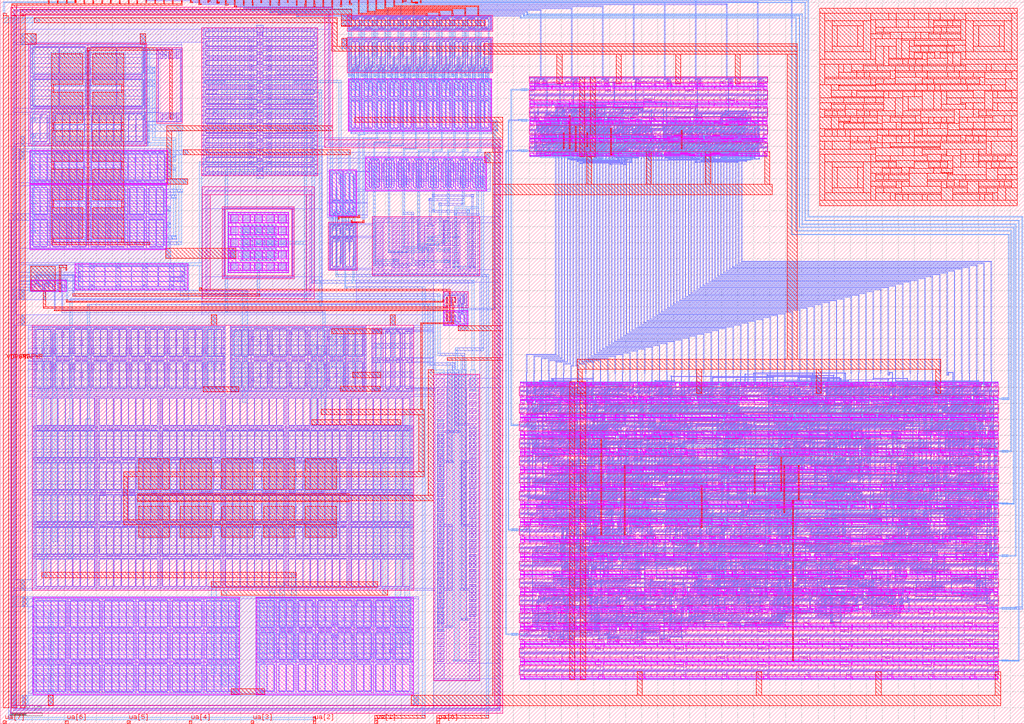
<source format=lef>
VERSION 5.7 ;
  NOWIREEXTENSIONATPIN ON ;
  DIVIDERCHAR "/" ;
  BUSBITCHARS "[]" ;
MACRO tt_um_cw_vref
  CLASS BLOCK ;
  FOREIGN tt_um_cw_vref ;
  ORIGIN 0.000 0.000 ;
  SIZE 319.240 BY 225.760 ;
  PIN clk
    ANTENNAGATEAREA 0.852000 ;
    PORT
      LAYER met4 ;
        RECT 128.190 224.760 128.490 225.760 ;
    END
  END clk
  PIN ena
    PORT
      LAYER met4 ;
        RECT 130.950 224.760 131.250 225.760 ;
    END
  END ena
  PIN rst_n
    ANTENNAGATEAREA 0.213000 ;
    PORT
      LAYER met4 ;
        RECT 125.430 224.760 125.730 225.760 ;
    END
  END rst_n
  PIN ua[0]
    ANTENNADIFFAREA 4.640000 ;
    PORT
      LAYER met4 ;
        RECT 136.170 0.000 137.070 1.000 ;
    END
  END ua[0]
  PIN ua[1]
    ANTENNADIFFAREA 4.640000 ;
    PORT
      LAYER met4 ;
        RECT 116.850 0.000 117.750 1.000 ;
    END
  END ua[1]
  PIN ua[2]
    ANTENNAGATEAREA 320.000000 ;
    ANTENNADIFFAREA 9.280000 ;
    PORT
      LAYER met4 ;
        RECT 97.530 0.000 98.430 1.000 ;
    END
  END ua[2]
  PIN ua[3]
    PORT
      LAYER met4 ;
        RECT 78.210 0.000 79.110 1.000 ;
    END
  END ua[3]
  PIN ua[4]
    PORT
      LAYER met4 ;
        RECT 58.890 0.000 59.790 1.000 ;
    END
  END ua[4]
  PIN ua[5]
    PORT
      LAYER met4 ;
        RECT 39.570 0.000 40.470 1.000 ;
    END
  END ua[5]
  PIN ua[6]
    PORT
      LAYER met4 ;
        RECT 20.250 0.000 21.150 1.000 ;
    END
  END ua[6]
  PIN ua[7]
    PORT
      LAYER met4 ;
        RECT 0.930 0.000 1.830 1.000 ;
    END
  END ua[7]
  PIN ui_in[0]
    ANTENNAGATEAREA 12.000000 ;
    PORT
      LAYER met4 ;
        RECT 122.670 224.760 122.970 225.760 ;
    END
  END ui_in[0]
  PIN ui_in[1]
    ANTENNAGATEAREA 12.000000 ;
    PORT
      LAYER met4 ;
        RECT 119.910 224.760 120.210 225.760 ;
    END
  END ui_in[1]
  PIN ui_in[2]
    ANTENNAGATEAREA 12.000000 ;
    PORT
      LAYER met4 ;
        RECT 117.150 224.760 117.450 225.760 ;
    END
  END ui_in[2]
  PIN ui_in[3]
    ANTENNAGATEAREA 12.000000 ;
    PORT
      LAYER met4 ;
        RECT 114.390 224.760 114.690 225.760 ;
    END
  END ui_in[3]
  PIN ui_in[4]
    ANTENNAGATEAREA 12.000000 ;
    PORT
      LAYER met4 ;
        RECT 111.630 224.760 111.930 225.760 ;
    END
  END ui_in[4]
  PIN ui_in[5]
    ANTENNAGATEAREA 12.000000 ;
    PORT
      LAYER met4 ;
        RECT 108.870 224.760 109.170 225.760 ;
    END
  END ui_in[5]
  PIN ui_in[6]
    ANTENNAGATEAREA 12.000000 ;
    PORT
      LAYER met4 ;
        RECT 106.110 224.760 106.410 225.760 ;
    END
  END ui_in[6]
  PIN ui_in[7]
    ANTENNAGATEAREA 12.000000 ;
    PORT
      LAYER met4 ;
        RECT 103.350 224.760 103.650 225.760 ;
    END
  END ui_in[7]
  PIN uio_in[0]
    ANTENNAGATEAREA 12.000000 ;
    PORT
      LAYER met4 ;
        RECT 100.590 224.760 100.890 225.760 ;
    END
  END uio_in[0]
  PIN uio_in[1]
    ANTENNAGATEAREA 12.000000 ;
    PORT
      LAYER met4 ;
        RECT 97.830 224.760 98.130 225.760 ;
    END
  END uio_in[1]
  PIN uio_in[2]
    ANTENNAGATEAREA 12.000000 ;
    PORT
      LAYER met4 ;
        RECT 95.070 224.760 95.370 225.760 ;
    END
  END uio_in[2]
  PIN uio_in[3]
    ANTENNAGATEAREA 0.196500 ;
    PORT
      LAYER met4 ;
        RECT 92.310 224.760 92.610 225.760 ;
    END
  END uio_in[3]
  PIN uio_in[5]
    ANTENNAGATEAREA 0.196500 ;
    PORT
      LAYER met4 ;
        RECT 86.790 224.760 87.090 225.760 ;
    END
  END uio_in[5]
  PIN uio_in[6]
    ANTENNAGATEAREA 0.196500 ;
    PORT
      LAYER met4 ;
        RECT 84.030 224.760 84.330 225.760 ;
    END
  END uio_in[6]
  PIN uio_in[7]
    PORT
      LAYER met4 ;
        RECT 81.270 224.760 81.570 225.760 ;
    END
  END uio_in[7]
  PIN uio_oe[0]
    ANTENNAGATEAREA 150.062500 ;
    ANTENNADIFFAREA 1196.067749 ;
    PORT
      LAYER met4 ;
        RECT 34.350 224.760 34.650 225.760 ;
    END
  END uio_oe[0]
  PIN uio_oe[1]
    ANTENNAGATEAREA 150.062500 ;
    ANTENNADIFFAREA 1196.067749 ;
    PORT
      LAYER met4 ;
        RECT 31.590 224.760 31.890 225.760 ;
    END
  END uio_oe[1]
  PIN uio_oe[2]
    ANTENNAGATEAREA 150.062500 ;
    ANTENNADIFFAREA 1196.067749 ;
    PORT
      LAYER met4 ;
        RECT 28.830 224.760 29.130 225.760 ;
    END
  END uio_oe[2]
  PIN uio_oe[3]
    ANTENNAGATEAREA 150.062500 ;
    ANTENNADIFFAREA 1196.067749 ;
    PORT
      LAYER met4 ;
        RECT 26.070 224.760 26.370 225.760 ;
    END
  END uio_oe[3]
  PIN uio_oe[4]
    ANTENNAGATEAREA 1439.971802 ;
    ANTENNADIFFAREA 616.904358 ;
    PORT
      LAYER met4 ;
        RECT 23.310 224.760 23.610 225.760 ;
    END
  END uio_oe[4]
  PIN uio_oe[5]
    ANTENNAGATEAREA 150.062500 ;
    ANTENNADIFFAREA 1196.067749 ;
    PORT
      LAYER met4 ;
        RECT 20.550 224.760 20.850 225.760 ;
    END
  END uio_oe[5]
  PIN uio_oe[6]
    ANTENNAGATEAREA 150.062500 ;
    ANTENNADIFFAREA 1196.067749 ;
    PORT
      LAYER met4 ;
        RECT 17.790 224.760 18.090 225.760 ;
    END
  END uio_oe[6]
  PIN uio_oe[7]
    ANTENNAGATEAREA 150.062500 ;
    ANTENNADIFFAREA 1196.067749 ;
    PORT
      LAYER met4 ;
        RECT 15.030 224.760 15.330 225.760 ;
    END
  END uio_oe[7]
  PIN uio_out[0]
    ANTENNAGATEAREA 150.062500 ;
    ANTENNADIFFAREA 1196.067749 ;
    PORT
      LAYER met4 ;
        RECT 56.430 224.760 56.730 225.760 ;
    END
  END uio_out[0]
  PIN uio_out[1]
    ANTENNAGATEAREA 150.062500 ;
    ANTENNADIFFAREA 1196.067749 ;
    PORT
      LAYER met4 ;
        RECT 53.670 224.760 53.970 225.760 ;
    END
  END uio_out[1]
  PIN uio_out[2]
    ANTENNAGATEAREA 150.062500 ;
    ANTENNADIFFAREA 1196.067749 ;
    PORT
      LAYER met4 ;
        RECT 50.910 224.760 51.210 225.760 ;
    END
  END uio_out[2]
  PIN uio_out[3]
    ANTENNAGATEAREA 150.062500 ;
    ANTENNADIFFAREA 1196.067749 ;
    PORT
      LAYER met4 ;
        RECT 48.150 224.760 48.450 225.760 ;
    END
  END uio_out[3]
  PIN uio_out[4]
    ANTENNADIFFAREA 0.445500 ;
    PORT
      LAYER met4 ;
        RECT 45.390 224.760 45.690 225.760 ;
    END
  END uio_out[4]
  PIN uio_out[5]
    ANTENNAGATEAREA 150.062500 ;
    ANTENNADIFFAREA 1196.067749 ;
    PORT
      LAYER met4 ;
        RECT 42.630 224.760 42.930 225.760 ;
    END
  END uio_out[5]
  PIN uio_out[6]
    ANTENNAGATEAREA 150.062500 ;
    ANTENNADIFFAREA 1196.067749 ;
    PORT
      LAYER met4 ;
        RECT 39.870 224.760 40.170 225.760 ;
    END
  END uio_out[6]
  PIN uio_out[7]
    ANTENNAGATEAREA 150.062500 ;
    ANTENNADIFFAREA 1196.067749 ;
    PORT
      LAYER met4 ;
        RECT 37.110 224.760 37.410 225.760 ;
    END
  END uio_out[7]
  PIN uo_out[0]
    ANTENNADIFFAREA 0.445500 ;
    PORT
      LAYER met4 ;
        RECT 78.510 224.760 78.810 225.760 ;
    END
  END uo_out[0]
  PIN uo_out[1]
    ANTENNADIFFAREA 0.445500 ;
    PORT
      LAYER met4 ;
        RECT 75.750 224.760 76.050 225.760 ;
    END
  END uo_out[1]
  PIN uo_out[2]
    ANTENNADIFFAREA 0.445500 ;
    PORT
      LAYER met4 ;
        RECT 72.990 224.760 73.290 225.760 ;
    END
  END uo_out[2]
  PIN uo_out[3]
    ANTENNADIFFAREA 0.445500 ;
    PORT
      LAYER met4 ;
        RECT 70.230 224.760 70.530 225.760 ;
    END
  END uo_out[3]
  PIN uo_out[4]
    ANTENNADIFFAREA 0.445500 ;
    PORT
      LAYER met4 ;
        RECT 67.470 224.760 67.770 225.760 ;
    END
  END uo_out[4]
  PIN uo_out[5]
    ANTENNADIFFAREA 0.445500 ;
    PORT
      LAYER met4 ;
        RECT 64.710 224.760 65.010 225.760 ;
    END
  END uo_out[5]
  PIN uo_out[6]
    ANTENNADIFFAREA 0.445500 ;
    PORT
      LAYER met4 ;
        RECT 61.950 224.760 62.250 225.760 ;
    END
  END uo_out[6]
  PIN uo_out[7]
    ANTENNADIFFAREA 0.445500 ;
    PORT
      LAYER met4 ;
        RECT 59.190 224.760 59.490 225.760 ;
    END
  END uo_out[7]
  PIN VDPWR
    USE POWER ;
    ANTENNAGATEAREA 1439.971802 ;
    ANTENNADIFFAREA 616.904358 ;
    PORT
      LAYER met4 ;
        RECT 1.000 5.000 2.600 220.760 ;
    END
  END VDPWR
  PIN VGND
    USE GROUND ;
    PORT
      LAYER met4 ;
        RECT 3.600 5.000 5.200 220.760 ;
    END
  END VGND
  PIN VAPWR
    USE POWER ;
    ANTENNAGATEAREA 2912.000000 ;
    ANTENNADIFFAREA 2005.394531 ;
    PORT
      LAYER met4 ;
        RECT 6.200 5.000 7.800 220.760 ;
    END
  END VAPWR
  PIN uio_in[4]
    PORT
      LAYER met4 ;
        RECT 89.550 224.760 89.850 225.760 ;
    END
  END uio_in[4]
  OBS
      LAYER nwell ;
        RECT 3.250 220.980 103.675 223.480 ;
        RECT 3.250 5.750 5.750 220.980 ;
        RECT 8.935 180.290 45.725 212.250 ;
        RECT 48.860 187.290 56.700 210.740 ;
      LAYER pwell ;
        RECT 9.140 168.330 52.250 178.810 ;
      LAYER nwell ;
        RECT 62.865 170.855 99.075 217.105 ;
        RECT 101.175 182.070 103.675 220.980 ;
        RECT 108.240 216.015 153.520 220.985 ;
        RECT 108.240 203.045 153.520 214.015 ;
      LAYER pwell ;
        RECT 108.440 184.690 153.320 201.100 ;
      LAYER nwell ;
        RECT 164.960 200.075 239.400 201.680 ;
      LAYER pwell ;
        RECT 165.155 198.875 166.525 199.685 ;
        RECT 167.020 199.555 168.365 199.785 ;
        RECT 166.535 198.875 168.365 199.555 ;
        RECT 168.835 199.555 170.180 199.785 ;
        RECT 168.835 198.875 170.665 199.555 ;
        RECT 170.675 198.875 176.185 199.685 ;
        RECT 176.195 198.875 178.025 199.685 ;
        RECT 178.045 198.960 178.475 199.745 ;
        RECT 178.980 199.555 180.325 199.785 ;
        RECT 178.495 198.875 180.325 199.555 ;
        RECT 180.335 198.875 185.845 199.685 ;
        RECT 185.855 198.875 187.685 199.685 ;
        RECT 188.155 199.555 189.500 199.785 ;
        RECT 188.155 198.875 189.985 199.555 ;
        RECT 190.925 198.960 191.355 199.745 ;
        RECT 191.375 198.875 196.885 199.685 ;
        RECT 198.300 199.555 199.645 199.785 ;
        RECT 197.815 198.875 199.645 199.555 ;
        RECT 199.655 198.875 203.325 199.685 ;
        RECT 203.805 198.960 204.235 199.745 ;
        RECT 204.255 198.875 207.005 199.685 ;
        RECT 207.475 199.555 208.820 199.785 ;
        RECT 207.475 198.875 209.305 199.555 ;
        RECT 209.315 198.875 214.825 199.685 ;
        RECT 214.835 198.875 216.665 199.685 ;
        RECT 216.685 198.960 217.115 199.745 ;
        RECT 217.620 199.555 218.965 199.785 ;
        RECT 217.135 198.875 218.965 199.555 ;
        RECT 218.975 198.875 224.485 199.685 ;
        RECT 224.495 198.875 226.325 199.685 ;
        RECT 227.280 199.555 228.625 199.785 ;
        RECT 226.795 198.875 228.625 199.555 ;
        RECT 229.565 198.960 229.995 199.745 ;
        RECT 230.015 198.875 235.525 199.685 ;
        RECT 236.480 199.555 237.825 199.785 ;
        RECT 235.995 198.875 237.825 199.555 ;
        RECT 237.835 198.875 239.205 199.685 ;
        RECT 165.295 198.665 165.465 198.875 ;
        RECT 166.675 198.665 166.845 198.875 ;
        RECT 168.510 198.715 168.630 198.825 ;
        RECT 170.355 198.685 170.525 198.875 ;
        RECT 170.815 198.685 170.985 198.875 ;
        RECT 172.195 198.665 172.365 198.855 ;
        RECT 176.335 198.685 176.505 198.875 ;
        RECT 177.715 198.665 177.885 198.855 ;
        RECT 178.635 198.685 178.805 198.875 ;
        RECT 180.475 198.685 180.645 198.875 ;
        RECT 183.235 198.665 183.405 198.855 ;
        RECT 185.995 198.685 186.165 198.875 ;
        RECT 187.830 198.715 187.950 198.825 ;
        RECT 188.755 198.665 188.925 198.855 ;
        RECT 189.675 198.685 189.845 198.875 ;
        RECT 190.145 198.720 190.305 198.830 ;
        RECT 190.590 198.715 190.710 198.825 ;
        RECT 191.515 198.665 191.685 198.875 ;
        RECT 197.035 198.665 197.205 198.855 ;
        RECT 197.955 198.685 198.125 198.875 ;
        RECT 199.795 198.685 199.965 198.875 ;
        RECT 202.555 198.665 202.725 198.855 ;
        RECT 203.470 198.715 203.590 198.825 ;
        RECT 204.395 198.685 204.565 198.875 ;
        RECT 207.150 198.715 207.270 198.825 ;
        RECT 208.075 198.665 208.245 198.855 ;
        RECT 208.995 198.685 209.165 198.875 ;
        RECT 209.455 198.685 209.625 198.875 ;
        RECT 213.595 198.665 213.765 198.855 ;
        RECT 214.975 198.685 215.145 198.875 ;
        RECT 216.350 198.715 216.470 198.825 ;
        RECT 217.275 198.665 217.445 198.875 ;
        RECT 219.115 198.685 219.285 198.875 ;
        RECT 222.795 198.665 222.965 198.855 ;
        RECT 224.635 198.685 224.805 198.875 ;
        RECT 226.470 198.715 226.590 198.825 ;
        RECT 226.935 198.685 227.105 198.875 ;
        RECT 228.315 198.665 228.485 198.855 ;
        RECT 228.785 198.720 228.945 198.830 ;
        RECT 230.155 198.685 230.325 198.875 ;
        RECT 233.835 198.665 234.005 198.855 ;
        RECT 235.670 198.715 235.790 198.825 ;
        RECT 236.135 198.685 236.305 198.875 ;
        RECT 237.510 198.715 237.630 198.825 ;
        RECT 238.895 198.665 239.065 198.875 ;
        RECT 165.155 197.855 166.525 198.665 ;
        RECT 166.535 197.855 172.045 198.665 ;
        RECT 172.055 197.855 177.565 198.665 ;
        RECT 177.575 197.855 183.085 198.665 ;
        RECT 183.095 197.855 188.605 198.665 ;
        RECT 188.615 197.855 190.445 198.665 ;
        RECT 190.925 197.795 191.355 198.580 ;
        RECT 191.375 197.855 196.885 198.665 ;
        RECT 196.895 197.855 202.405 198.665 ;
        RECT 202.415 197.855 207.925 198.665 ;
        RECT 207.935 197.855 213.445 198.665 ;
        RECT 213.455 197.855 216.205 198.665 ;
        RECT 216.685 197.795 217.115 198.580 ;
        RECT 217.135 197.855 222.645 198.665 ;
        RECT 222.655 197.855 228.165 198.665 ;
        RECT 228.175 197.855 233.685 198.665 ;
        RECT 233.695 197.855 237.365 198.665 ;
        RECT 237.835 197.855 239.205 198.665 ;
      LAYER nwell ;
        RECT 164.960 194.635 239.400 197.465 ;
      LAYER pwell ;
        RECT 165.155 193.435 166.525 194.245 ;
        RECT 166.535 193.435 172.045 194.245 ;
        RECT 172.055 193.435 177.565 194.245 ;
        RECT 178.045 193.520 178.475 194.305 ;
        RECT 178.495 193.435 184.005 194.245 ;
        RECT 184.015 193.435 189.525 194.245 ;
        RECT 189.535 193.435 195.045 194.245 ;
        RECT 195.055 193.435 200.565 194.245 ;
        RECT 200.575 193.435 203.325 194.245 ;
        RECT 203.805 193.520 204.235 194.305 ;
        RECT 204.255 193.435 209.765 194.245 ;
        RECT 209.775 193.435 215.285 194.245 ;
        RECT 215.295 193.435 220.805 194.245 ;
        RECT 220.815 193.435 226.325 194.245 ;
        RECT 226.335 193.435 229.085 194.245 ;
        RECT 229.565 193.520 229.995 194.305 ;
        RECT 230.015 193.435 235.525 194.245 ;
        RECT 235.535 193.435 237.365 194.245 ;
        RECT 237.835 193.435 239.205 194.245 ;
        RECT 165.295 193.225 165.465 193.435 ;
        RECT 166.675 193.225 166.845 193.435 ;
        RECT 172.195 193.245 172.365 193.435 ;
        RECT 174.035 193.225 174.205 193.415 ;
        RECT 174.495 193.225 174.665 193.415 ;
        RECT 177.255 193.225 177.425 193.415 ;
        RECT 177.715 193.385 177.885 193.415 ;
        RECT 177.710 193.275 177.885 193.385 ;
        RECT 177.715 193.225 177.885 193.275 ;
        RECT 178.635 193.245 178.805 193.435 ;
        RECT 184.155 193.415 184.325 193.435 ;
        RECT 180.475 193.225 180.645 193.415 ;
        RECT 182.315 193.225 182.485 193.415 ;
        RECT 183.690 193.275 183.810 193.385 ;
        RECT 184.155 193.245 184.330 193.415 ;
        RECT 184.160 193.225 184.330 193.245 ;
        RECT 187.835 193.225 188.005 193.415 ;
        RECT 189.675 193.245 189.845 193.435 ;
        RECT 190.590 193.275 190.710 193.385 ;
        RECT 191.515 193.225 191.685 193.415 ;
        RECT 194.275 193.225 194.445 193.415 ;
        RECT 195.195 193.245 195.365 193.435 ;
        RECT 196.110 193.275 196.230 193.385 ;
        RECT 197.495 193.225 197.665 193.415 ;
        RECT 197.955 193.225 198.125 193.415 ;
        RECT 200.715 193.225 200.885 193.435 ;
        RECT 203.470 193.275 203.590 193.385 ;
        RECT 204.395 193.245 204.565 193.435 ;
        RECT 206.235 193.225 206.405 193.415 ;
        RECT 209.915 193.245 210.085 193.435 ;
        RECT 211.755 193.225 211.925 193.415 ;
        RECT 215.435 193.225 215.605 193.435 ;
        RECT 217.275 193.225 217.445 193.415 ;
        RECT 220.955 193.245 221.125 193.435 ;
        RECT 222.795 193.225 222.965 193.415 ;
        RECT 226.475 193.245 226.645 193.435 ;
        RECT 228.315 193.225 228.485 193.415 ;
        RECT 229.230 193.275 229.350 193.385 ;
        RECT 230.155 193.245 230.325 193.435 ;
        RECT 233.835 193.225 234.005 193.415 ;
        RECT 235.675 193.245 235.845 193.435 ;
        RECT 237.510 193.275 237.630 193.385 ;
        RECT 238.895 193.225 239.065 193.435 ;
        RECT 165.155 192.415 166.525 193.225 ;
        RECT 166.535 192.415 172.045 193.225 ;
        RECT 172.975 192.445 174.345 193.225 ;
        RECT 174.355 192.445 175.725 193.225 ;
        RECT 175.735 192.545 177.565 193.225 ;
        RECT 177.575 192.315 180.325 193.225 ;
        RECT 180.335 192.545 182.165 193.225 ;
        RECT 180.820 192.315 182.165 192.545 ;
        RECT 182.175 192.445 183.545 193.225 ;
        RECT 184.015 192.315 187.670 193.225 ;
        RECT 187.695 192.415 190.445 193.225 ;
        RECT 190.925 192.355 191.355 193.140 ;
        RECT 191.375 192.315 194.125 193.225 ;
        RECT 194.135 192.415 195.965 193.225 ;
        RECT 196.445 192.315 197.795 193.225 ;
        RECT 197.815 192.315 200.565 193.225 ;
        RECT 200.575 192.415 206.085 193.225 ;
        RECT 206.095 192.415 211.605 193.225 ;
        RECT 211.615 192.415 215.285 193.225 ;
        RECT 215.295 192.415 216.665 193.225 ;
        RECT 216.685 192.355 217.115 193.140 ;
        RECT 217.135 192.415 222.645 193.225 ;
        RECT 222.655 192.415 228.165 193.225 ;
        RECT 228.175 192.415 233.685 193.225 ;
        RECT 233.695 192.415 237.365 193.225 ;
        RECT 237.835 192.415 239.205 193.225 ;
      LAYER nwell ;
        RECT 164.960 189.195 239.400 192.025 ;
      LAYER pwell ;
        RECT 165.155 187.995 166.525 188.805 ;
        RECT 166.535 187.995 167.905 188.775 ;
        RECT 167.915 187.995 169.745 188.805 ;
        RECT 169.755 187.995 171.125 188.775 ;
        RECT 171.135 187.995 173.885 188.905 ;
        RECT 174.035 187.995 177.485 188.905 ;
        RECT 178.045 188.080 178.475 188.865 ;
        RECT 178.635 187.995 182.085 188.905 ;
        RECT 182.635 188.225 184.470 188.905 ;
        RECT 182.780 187.995 184.470 188.225 ;
        RECT 184.935 187.995 186.305 188.775 ;
        RECT 186.315 188.225 188.150 188.905 ;
        RECT 186.460 187.995 188.150 188.225 ;
        RECT 189.535 187.995 193.190 188.905 ;
        RECT 193.215 187.995 195.965 188.805 ;
        RECT 196.435 188.225 198.270 188.905 ;
        RECT 196.580 187.995 198.270 188.225 ;
        RECT 198.735 187.995 202.405 188.805 ;
        RECT 202.415 187.995 203.785 188.805 ;
        RECT 203.805 188.080 204.235 188.865 ;
        RECT 204.255 187.995 209.765 188.805 ;
        RECT 209.775 187.995 215.285 188.805 ;
        RECT 216.215 187.995 218.965 188.905 ;
        RECT 218.975 187.995 224.485 188.805 ;
        RECT 224.495 187.995 226.325 188.805 ;
        RECT 226.335 187.995 229.085 188.905 ;
        RECT 229.565 188.080 229.995 188.865 ;
        RECT 230.015 187.995 231.385 188.775 ;
        RECT 231.395 187.995 232.765 188.775 ;
        RECT 232.775 187.995 234.145 188.775 ;
        RECT 234.155 187.995 237.825 188.805 ;
        RECT 237.835 187.995 239.205 188.805 ;
        RECT 165.295 187.785 165.465 187.995 ;
        RECT 166.675 187.945 166.845 187.995 ;
        RECT 166.670 187.835 166.845 187.945 ;
        RECT 166.675 187.805 166.845 187.835 ;
        RECT 167.135 187.785 167.305 187.975 ;
        RECT 168.055 187.805 168.225 187.995 ;
        RECT 168.515 187.785 168.685 187.975 ;
        RECT 169.895 187.785 170.065 187.995 ;
        RECT 171.275 187.805 171.445 187.995 ;
        RECT 174.035 187.785 174.205 187.975 ;
        RECT 174.505 187.830 174.665 187.940 ;
        RECT 176.795 187.785 176.965 187.975 ;
        RECT 177.255 187.805 177.425 187.995 ;
        RECT 177.710 187.835 177.830 187.945 ;
        RECT 180.475 187.785 180.645 187.975 ;
        RECT 180.930 187.835 181.050 187.945 ;
        RECT 181.395 187.785 181.565 187.975 ;
        RECT 181.855 187.805 182.025 187.995 ;
        RECT 182.780 187.975 182.950 187.995 ;
        RECT 182.310 187.835 182.430 187.945 ;
        RECT 182.775 187.805 182.950 187.975 ;
        RECT 182.775 187.785 182.945 187.805 ;
        RECT 185.075 187.785 185.245 187.975 ;
        RECT 185.535 187.785 185.705 187.975 ;
        RECT 185.995 187.805 186.165 187.995 ;
        RECT 186.460 187.805 186.630 187.995 ;
        RECT 187.835 187.785 188.005 187.975 ;
        RECT 188.765 187.840 188.925 187.950 ;
        RECT 189.215 187.785 189.385 187.975 ;
        RECT 189.680 187.805 189.850 187.995 ;
        RECT 190.595 187.785 190.765 187.975 ;
        RECT 191.510 187.835 191.630 187.945 ;
        RECT 191.975 187.785 192.145 187.975 ;
        RECT 193.355 187.945 193.525 187.995 ;
        RECT 193.350 187.835 193.525 187.945 ;
        RECT 193.355 187.805 193.525 187.835 ;
        RECT 193.820 187.785 193.990 187.975 ;
        RECT 196.110 187.835 196.230 187.945 ;
        RECT 196.580 187.805 196.750 187.995 ;
        RECT 197.490 187.835 197.610 187.945 ;
        RECT 197.960 187.785 198.130 187.975 ;
        RECT 198.875 187.805 199.045 187.995 ;
        RECT 202.555 187.785 202.725 187.995 ;
        RECT 203.015 187.785 203.185 187.975 ;
        RECT 204.395 187.805 204.565 187.995 ;
        RECT 206.695 187.785 206.865 187.975 ;
        RECT 208.075 187.785 208.245 187.975 ;
        RECT 209.915 187.805 210.085 187.995 ;
        RECT 211.755 187.785 211.925 187.975 ;
        RECT 213.135 187.785 213.305 187.975 ;
        RECT 213.595 187.785 213.765 187.975 ;
        RECT 214.975 187.785 215.145 187.975 ;
        RECT 215.445 187.840 215.605 187.950 ;
        RECT 216.355 187.945 216.525 187.995 ;
        RECT 216.350 187.835 216.525 187.945 ;
        RECT 216.355 187.805 216.525 187.835 ;
        RECT 217.275 187.785 217.445 187.975 ;
        RECT 218.655 187.785 218.825 187.975 ;
        RECT 219.115 187.805 219.285 187.995 ;
        RECT 220.955 187.785 221.125 187.975 ;
        RECT 221.415 187.785 221.585 187.975 ;
        RECT 222.795 187.785 222.965 187.975 ;
        RECT 224.635 187.805 224.805 187.995 ;
        RECT 226.475 187.805 226.645 187.995 ;
        RECT 229.230 187.835 229.350 187.945 ;
        RECT 230.155 187.805 230.325 187.995 ;
        RECT 232.455 187.805 232.625 187.995 ;
        RECT 233.835 187.805 234.005 187.995 ;
        RECT 234.295 187.805 234.465 187.995 ;
        RECT 234.755 187.785 234.925 187.975 ;
        RECT 236.135 187.785 236.305 187.975 ;
        RECT 236.595 187.785 236.765 187.975 ;
        RECT 238.895 187.785 239.065 187.995 ;
        RECT 165.155 186.975 166.525 187.785 ;
        RECT 166.995 187.005 168.365 187.785 ;
        RECT 168.375 187.005 169.745 187.785 ;
        RECT 169.755 187.105 171.585 187.785 ;
        RECT 171.605 187.105 174.345 187.785 ;
        RECT 175.275 187.105 177.105 187.785 ;
        RECT 170.240 186.875 171.585 187.105 ;
        RECT 177.255 186.875 180.705 187.785 ;
        RECT 181.255 187.005 182.625 187.785 ;
        RECT 182.635 187.005 184.005 187.785 ;
        RECT 184.015 187.005 185.385 187.785 ;
        RECT 185.395 187.005 186.765 187.785 ;
        RECT 186.775 187.005 188.145 187.785 ;
        RECT 188.155 187.005 189.525 187.785 ;
        RECT 189.535 187.005 190.905 187.785 ;
        RECT 190.925 186.915 191.355 187.700 ;
        RECT 191.835 187.005 193.205 187.785 ;
        RECT 193.675 186.875 197.330 187.785 ;
        RECT 197.815 186.875 201.470 187.785 ;
        RECT 201.495 187.005 202.865 187.785 ;
        RECT 202.875 186.975 206.545 187.785 ;
        RECT 206.555 186.975 207.925 187.785 ;
        RECT 207.935 186.875 210.685 187.785 ;
        RECT 210.695 187.005 212.065 187.785 ;
        RECT 212.075 187.005 213.445 187.785 ;
        RECT 213.455 187.005 214.825 187.785 ;
        RECT 214.835 187.005 216.205 187.785 ;
        RECT 216.685 186.915 217.115 187.700 ;
        RECT 217.135 187.005 218.505 187.785 ;
        RECT 218.515 187.005 219.885 187.785 ;
        RECT 219.895 187.005 221.265 187.785 ;
        RECT 221.275 187.005 222.645 187.785 ;
        RECT 222.655 187.615 224.415 187.785 ;
        RECT 222.655 187.570 224.910 187.615 ;
        RECT 222.655 187.535 225.850 187.570 ;
        RECT 227.210 187.535 232.305 187.785 ;
        RECT 222.655 187.105 232.305 187.535 ;
        RECT 223.980 186.935 227.210 187.105 ;
        RECT 224.920 186.890 227.210 186.935 ;
        RECT 225.860 186.855 227.210 186.890 ;
        RECT 230.285 186.875 232.305 187.105 ;
        RECT 232.315 186.875 235.065 187.785 ;
        RECT 235.075 187.005 236.445 187.785 ;
        RECT 236.455 186.975 237.825 187.785 ;
        RECT 237.835 186.975 239.205 187.785 ;
        RECT 230.285 186.855 231.205 186.875 ;
      LAYER nwell ;
        RECT 164.960 183.755 239.400 186.585 ;
      LAYER pwell ;
        RECT 165.155 182.555 166.525 183.365 ;
        RECT 166.535 182.555 167.905 183.335 ;
        RECT 167.915 183.235 169.260 183.465 ;
        RECT 167.915 182.555 169.745 183.235 ;
        RECT 169.770 182.555 173.425 183.465 ;
        RECT 174.355 182.555 178.010 183.465 ;
        RECT 178.045 182.640 178.475 183.425 ;
        RECT 178.635 182.555 182.085 183.465 ;
        RECT 182.635 182.555 184.005 183.335 ;
        RECT 184.015 182.785 185.850 183.465 ;
        RECT 186.315 182.785 188.150 183.465 ;
        RECT 184.160 182.555 185.850 182.785 ;
        RECT 186.460 182.555 188.150 182.785 ;
        RECT 188.615 182.555 192.270 183.465 ;
        RECT 192.295 183.235 193.225 183.465 ;
        RECT 192.295 182.555 196.195 183.235 ;
        RECT 196.895 182.555 200.550 183.465 ;
        RECT 211.140 183.450 212.490 183.485 ;
        RECT 201.035 182.555 202.405 183.335 ;
        RECT 202.415 182.555 203.785 183.335 ;
        RECT 203.805 182.640 204.235 183.425 ;
        RECT 210.200 183.405 212.490 183.450 ;
        RECT 204.255 182.555 206.085 183.365 ;
        RECT 206.555 182.555 207.925 183.335 ;
        RECT 209.260 183.235 212.490 183.405 ;
        RECT 215.565 183.465 216.485 183.485 ;
        RECT 215.565 183.235 217.585 183.465 ;
        RECT 223.100 183.450 224.450 183.485 ;
        RECT 222.160 183.405 224.450 183.450 ;
        RECT 207.935 182.805 217.585 183.235 ;
        RECT 207.935 182.770 211.130 182.805 ;
        RECT 207.935 182.725 210.190 182.770 ;
        RECT 207.935 182.555 209.695 182.725 ;
        RECT 212.490 182.555 217.585 182.805 ;
        RECT 217.595 182.555 218.965 183.335 ;
        RECT 221.220 183.235 224.450 183.405 ;
        RECT 227.525 183.465 228.445 183.485 ;
        RECT 227.525 183.235 229.545 183.465 ;
        RECT 219.895 182.805 229.545 183.235 ;
        RECT 219.895 182.770 223.090 182.805 ;
        RECT 219.895 182.725 222.150 182.770 ;
        RECT 219.895 182.555 221.655 182.725 ;
        RECT 224.450 182.555 229.545 182.805 ;
        RECT 229.565 182.640 229.995 183.425 ;
        RECT 230.015 182.555 231.385 183.335 ;
        RECT 231.395 182.555 232.765 183.335 ;
        RECT 232.775 182.555 234.145 183.335 ;
        RECT 234.155 182.555 235.525 183.335 ;
        RECT 235.535 182.555 236.905 183.335 ;
        RECT 237.835 182.555 239.205 183.365 ;
        RECT 165.295 182.345 165.465 182.555 ;
        RECT 166.675 182.345 166.845 182.555 ;
        RECT 168.515 182.345 168.685 182.535 ;
        RECT 169.435 182.365 169.605 182.555 ;
        RECT 172.470 182.345 172.640 182.535 ;
        RECT 173.110 182.365 173.280 182.555 ;
        RECT 173.585 182.400 173.745 182.510 ;
        RECT 174.500 182.365 174.670 182.555 ;
        RECT 176.330 182.395 176.450 182.505 ;
        RECT 176.795 182.345 176.965 182.535 ;
        RECT 181.395 182.345 181.565 182.535 ;
        RECT 181.855 182.365 182.025 182.555 ;
        RECT 182.310 182.395 182.430 182.505 ;
        RECT 182.775 182.365 182.945 182.555 ;
        RECT 184.160 182.365 184.330 182.555 ;
        RECT 185.075 182.345 185.245 182.535 ;
        RECT 185.535 182.345 185.705 182.535 ;
        RECT 186.460 182.365 186.630 182.555 ;
        RECT 187.190 182.345 187.360 182.535 ;
        RECT 188.760 182.365 188.930 182.555 ;
        RECT 191.525 182.390 191.685 182.500 ;
        RECT 192.440 182.345 192.610 182.535 ;
        RECT 192.710 182.365 192.880 182.555 ;
        RECT 195.010 182.345 195.180 182.535 ;
        RECT 196.570 182.395 196.690 182.505 ;
        RECT 197.040 182.365 197.210 182.555 ;
        RECT 199.150 182.345 199.320 182.535 ;
        RECT 200.710 182.395 200.830 182.505 ;
        RECT 202.095 182.365 202.265 182.555 ;
        RECT 203.015 182.345 203.185 182.535 ;
        RECT 203.475 182.365 203.645 182.555 ;
        RECT 204.395 182.345 204.565 182.555 ;
        RECT 205.775 182.345 205.945 182.535 ;
        RECT 206.230 182.395 206.350 182.505 ;
        RECT 206.695 182.365 206.865 182.555 ;
        RECT 207.155 182.345 207.325 182.535 ;
        RECT 208.075 182.365 208.245 182.555 ;
        RECT 217.275 182.345 217.445 182.535 ;
        RECT 217.735 182.365 217.905 182.555 ;
        RECT 219.125 182.400 219.285 182.510 ;
        RECT 220.035 182.365 220.205 182.555 ;
        RECT 226.935 182.345 227.105 182.535 ;
        RECT 231.075 182.365 231.245 182.555 ;
        RECT 232.455 182.365 232.625 182.555 ;
        RECT 233.835 182.365 234.005 182.555 ;
        RECT 235.215 182.365 235.385 182.555 ;
        RECT 236.595 182.365 236.765 182.555 ;
        RECT 237.065 182.400 237.225 182.510 ;
        RECT 237.515 182.345 237.685 182.535 ;
        RECT 238.895 182.345 239.065 182.555 ;
      LAYER nwell ;
        RECT 101.175 179.570 156.750 182.070 ;
      LAYER pwell ;
        RECT 165.155 181.535 166.525 182.345 ;
        RECT 166.535 181.665 168.365 182.345 ;
        RECT 168.455 181.435 171.905 182.345 ;
        RECT 172.055 181.665 175.955 182.345 ;
        RECT 172.055 181.435 172.985 181.665 ;
        RECT 176.655 181.565 178.025 182.345 ;
        RECT 178.175 181.435 181.625 182.345 ;
        RECT 181.855 181.435 185.305 182.345 ;
        RECT 185.395 181.565 186.765 182.345 ;
        RECT 186.775 181.665 190.675 182.345 ;
        RECT 186.775 181.435 187.705 181.665 ;
        RECT 190.925 181.475 191.355 182.260 ;
        RECT 192.440 182.115 194.130 182.345 ;
        RECT 192.295 181.435 194.130 182.115 ;
        RECT 194.595 181.665 198.495 182.345 ;
        RECT 198.735 181.665 202.635 182.345 ;
        RECT 194.595 181.435 195.525 181.665 ;
        RECT 198.735 181.435 199.665 181.665 ;
        RECT 202.875 181.565 204.245 182.345 ;
        RECT 204.255 181.565 205.625 182.345 ;
        RECT 205.635 181.565 207.005 182.345 ;
        RECT 207.015 182.175 208.775 182.345 ;
        RECT 207.015 182.130 209.270 182.175 ;
        RECT 207.015 182.095 210.210 182.130 ;
        RECT 211.570 182.095 216.665 182.345 ;
        RECT 207.015 181.665 216.665 182.095 ;
        RECT 208.340 181.495 211.570 181.665 ;
        RECT 209.280 181.450 211.570 181.495 ;
        RECT 210.220 181.415 211.570 181.450 ;
        RECT 214.645 181.435 216.665 181.665 ;
        RECT 216.685 181.475 217.115 182.260 ;
        RECT 217.135 182.175 218.895 182.345 ;
        RECT 217.135 182.130 219.390 182.175 ;
        RECT 217.135 182.095 220.330 182.130 ;
        RECT 221.690 182.095 226.785 182.345 ;
        RECT 217.135 181.665 226.785 182.095 ;
        RECT 226.795 182.175 228.555 182.345 ;
        RECT 226.795 182.130 229.050 182.175 ;
        RECT 226.795 182.095 229.990 182.130 ;
        RECT 231.350 182.095 236.445 182.345 ;
        RECT 226.795 181.665 236.445 182.095 ;
        RECT 218.460 181.495 221.690 181.665 ;
        RECT 219.400 181.450 221.690 181.495 ;
        RECT 214.645 181.415 215.565 181.435 ;
        RECT 220.340 181.415 221.690 181.450 ;
        RECT 224.765 181.435 226.785 181.665 ;
        RECT 228.120 181.495 231.350 181.665 ;
        RECT 229.060 181.450 231.350 181.495 ;
        RECT 224.765 181.415 225.685 181.435 ;
        RECT 230.000 181.415 231.350 181.450 ;
        RECT 234.425 181.435 236.445 181.665 ;
        RECT 236.455 181.565 237.825 182.345 ;
        RECT 237.835 181.535 239.205 182.345 ;
        RECT 234.425 181.415 235.345 181.435 ;
        RECT 9.140 147.810 51.970 168.220 ;
      LAYER nwell ;
        RECT 63.050 164.975 97.990 167.475 ;
      LAYER pwell ;
        RECT 9.600 134.835 20.550 138.315 ;
        RECT 23.425 135.385 58.475 143.515 ;
      LAYER nwell ;
        RECT 63.050 135.035 65.550 164.975 ;
        RECT 69.300 160.385 91.740 161.225 ;
        RECT 69.300 139.625 70.140 160.385 ;
      LAYER pwell ;
        RECT 71.090 158.670 89.950 159.435 ;
        RECT 71.090 156.220 71.855 158.670 ;
        RECT 74.305 156.220 75.575 158.670 ;
        RECT 78.025 156.220 79.295 158.670 ;
        RECT 81.745 156.220 83.015 158.670 ;
        RECT 85.465 156.220 86.735 158.670 ;
        RECT 89.185 156.220 89.950 158.670 ;
        RECT 71.090 154.950 89.950 156.220 ;
        RECT 71.090 152.500 71.855 154.950 ;
        RECT 74.305 152.500 75.575 154.950 ;
        RECT 78.025 152.500 79.295 154.950 ;
        RECT 81.745 152.500 83.015 154.950 ;
        RECT 85.465 152.500 86.735 154.950 ;
        RECT 89.185 152.500 89.950 154.950 ;
        RECT 71.090 151.230 89.950 152.500 ;
        RECT 71.090 148.780 71.855 151.230 ;
        RECT 74.305 148.780 75.575 151.230 ;
        RECT 78.025 148.780 79.295 151.230 ;
        RECT 81.745 148.780 83.015 151.230 ;
        RECT 85.465 148.780 86.735 151.230 ;
        RECT 89.185 148.780 89.950 151.230 ;
        RECT 71.090 147.510 89.950 148.780 ;
        RECT 71.090 145.060 71.855 147.510 ;
        RECT 74.305 145.060 75.575 147.510 ;
        RECT 78.025 145.060 79.295 147.510 ;
        RECT 81.745 145.060 83.015 147.510 ;
        RECT 85.465 145.060 86.735 147.510 ;
        RECT 89.185 145.060 89.950 147.510 ;
        RECT 71.090 143.790 89.950 145.060 ;
        RECT 71.090 141.340 71.855 143.790 ;
        RECT 74.305 141.340 75.575 143.790 ;
        RECT 78.025 141.340 79.295 143.790 ;
        RECT 81.745 141.340 83.015 143.790 ;
        RECT 85.465 141.340 86.735 143.790 ;
        RECT 89.185 141.340 89.950 143.790 ;
        RECT 71.090 140.575 89.950 141.340 ;
      LAYER nwell ;
        RECT 90.900 139.625 91.740 160.385 ;
        RECT 69.300 138.785 91.740 139.625 ;
        RECT 95.490 135.035 97.990 164.975 ;
      LAYER pwell ;
        RECT 102.550 158.280 111.160 172.690 ;
        RECT 114.030 166.235 151.540 176.715 ;
      LAYER nwell ;
        RECT 102.350 141.345 111.360 156.335 ;
        RECT 115.985 139.690 149.475 158.060 ;
        RECT 63.050 132.535 97.990 135.035 ;
        RECT 138.080 129.720 145.960 134.690 ;
      LAYER pwell ;
        RECT 138.280 124.290 145.760 128.770 ;
      LAYER nwell ;
        RECT 10.025 41.635 128.935 124.285 ;
      LAYER pwell ;
        RECT 10.225 9.090 74.495 39.430 ;
        RECT 79.865 9.090 128.735 39.430 ;
      LAYER nwell ;
        RECT 135.120 13.460 149.570 109.050 ;
        RECT 154.250 5.750 156.750 179.570 ;
        RECT 164.960 178.315 239.400 181.145 ;
      LAYER pwell ;
        RECT 208.115 178.025 209.035 178.045 ;
        RECT 165.155 177.115 166.525 177.925 ;
        RECT 166.995 177.115 168.365 177.895 ;
        RECT 168.375 177.115 169.745 177.895 ;
        RECT 169.755 177.345 171.590 178.025 ;
        RECT 169.900 177.115 171.590 177.345 ;
        RECT 172.195 177.115 175.645 178.025 ;
        RECT 175.735 177.345 177.570 178.025 ;
        RECT 175.880 177.115 177.570 177.345 ;
        RECT 178.045 177.200 178.475 177.985 ;
        RECT 178.495 177.115 179.865 177.895 ;
        RECT 179.875 177.115 181.245 177.895 ;
        RECT 181.255 177.115 182.625 177.895 ;
        RECT 182.635 177.115 184.005 177.895 ;
        RECT 184.015 177.115 185.385 177.895 ;
        RECT 185.395 177.795 186.325 178.025 ;
        RECT 185.395 177.115 189.295 177.795 ;
        RECT 189.535 177.115 190.905 177.895 ;
        RECT 190.925 177.200 191.355 177.985 ;
        RECT 191.375 177.115 192.745 177.895 ;
        RECT 192.755 177.795 193.685 178.025 ;
        RECT 192.755 177.115 196.655 177.795 ;
        RECT 196.895 177.115 198.265 177.895 ;
        RECT 198.275 177.795 199.205 178.025 ;
        RECT 198.275 177.115 202.175 177.795 ;
        RECT 202.415 177.115 203.785 177.895 ;
        RECT 203.805 177.200 204.235 177.985 ;
        RECT 204.715 177.115 206.085 177.895 ;
        RECT 207.015 177.795 209.035 178.025 ;
        RECT 212.110 178.010 213.460 178.045 ;
        RECT 223.100 178.010 224.450 178.045 ;
        RECT 212.110 177.965 214.400 178.010 ;
        RECT 212.110 177.795 215.340 177.965 ;
        RECT 207.015 177.365 216.665 177.795 ;
        RECT 207.015 177.115 212.110 177.365 ;
        RECT 213.470 177.330 216.665 177.365 ;
        RECT 214.410 177.285 216.665 177.330 ;
        RECT 214.905 177.115 216.665 177.285 ;
        RECT 216.685 177.200 217.115 177.985 ;
        RECT 222.160 177.965 224.450 178.010 ;
        RECT 217.135 177.115 218.505 177.895 ;
        RECT 218.515 177.115 219.885 177.895 ;
        RECT 221.220 177.795 224.450 177.965 ;
        RECT 227.525 178.025 228.445 178.045 ;
        RECT 227.525 177.795 229.545 178.025 ;
        RECT 219.895 177.365 229.545 177.795 ;
        RECT 219.895 177.330 223.090 177.365 ;
        RECT 219.895 177.285 222.150 177.330 ;
        RECT 219.895 177.115 221.655 177.285 ;
        RECT 224.450 177.115 229.545 177.365 ;
        RECT 229.565 177.200 229.995 177.985 ;
        RECT 230.015 177.115 231.385 177.895 ;
        RECT 231.395 177.115 232.765 177.895 ;
        RECT 232.775 177.115 234.145 177.895 ;
        RECT 234.155 177.115 235.525 177.895 ;
        RECT 235.535 177.115 236.905 177.895 ;
        RECT 237.835 177.115 239.205 177.925 ;
        RECT 165.295 176.925 165.465 177.115 ;
        RECT 166.670 176.955 166.790 177.065 ;
        RECT 167.135 176.925 167.305 177.115 ;
        RECT 168.515 176.925 168.685 177.115 ;
        RECT 169.900 176.925 170.070 177.115 ;
        RECT 175.415 176.925 175.585 177.115 ;
        RECT 175.880 176.925 176.050 177.115 ;
        RECT 178.635 176.925 178.805 177.115 ;
        RECT 180.015 176.925 180.185 177.115 ;
        RECT 181.395 176.925 181.565 177.115 ;
        RECT 183.695 176.925 183.865 177.115 ;
        RECT 184.155 176.925 184.325 177.115 ;
        RECT 185.810 176.925 185.980 177.115 ;
        RECT 189.675 176.925 189.845 177.115 ;
        RECT 191.515 176.925 191.685 177.115 ;
        RECT 193.170 176.925 193.340 177.115 ;
        RECT 197.035 176.925 197.205 177.115 ;
        RECT 198.690 176.925 198.860 177.115 ;
        RECT 202.555 176.925 202.725 177.115 ;
        RECT 204.390 176.955 204.510 177.065 ;
        RECT 204.855 176.925 205.025 177.115 ;
        RECT 206.245 176.960 206.405 177.070 ;
        RECT 216.355 176.925 216.525 177.115 ;
        RECT 217.275 176.925 217.445 177.115 ;
        RECT 218.655 176.925 218.825 177.115 ;
        RECT 220.035 176.925 220.205 177.115 ;
        RECT 231.075 176.925 231.245 177.115 ;
        RECT 232.455 176.925 232.625 177.115 ;
        RECT 233.835 176.925 234.005 177.115 ;
        RECT 235.215 176.925 235.385 177.115 ;
        RECT 236.595 176.925 236.765 177.115 ;
        RECT 237.065 176.960 237.225 177.070 ;
        RECT 238.895 176.925 239.065 177.115 ;
        RECT 162.240 106.320 162.410 106.510 ;
        RECT 163.615 106.370 163.735 106.480 ;
        RECT 165.460 106.320 165.630 106.510 ;
        RECT 167.300 106.320 167.470 106.510 ;
        RECT 169.140 106.320 169.310 106.510 ;
        RECT 170.980 106.320 171.150 106.510 ;
        RECT 172.820 106.320 172.990 106.510 ;
        RECT 173.280 106.320 173.450 106.510 ;
        RECT 175.855 106.320 176.025 106.510 ;
        RECT 179.730 106.365 179.890 106.475 ;
        RECT 180.640 106.320 180.810 106.510 ;
        RECT 182.480 106.320 182.650 106.510 ;
        RECT 187.540 106.320 187.710 106.510 ;
        RECT 188.460 106.320 188.630 106.510 ;
        RECT 197.660 106.320 197.830 106.510 ;
        RECT 199.040 106.320 199.210 106.510 ;
        RECT 201.340 106.320 201.510 106.510 ;
        RECT 203.180 106.320 203.350 106.510 ;
        RECT 206.400 106.320 206.570 106.510 ;
        RECT 207.135 106.320 207.305 106.510 ;
        RECT 211.010 106.365 211.170 106.475 ;
        RECT 213.300 106.320 213.470 106.510 ;
        RECT 215.600 106.320 215.770 106.510 ;
        RECT 217.440 106.320 217.610 106.510 ;
        RECT 217.900 106.320 218.070 106.510 ;
        RECT 220.015 106.320 220.185 106.510 ;
        RECT 223.890 106.365 224.050 106.475 ;
        RECT 226.180 106.320 226.350 106.510 ;
        RECT 230.320 106.320 230.490 106.510 ;
        RECT 230.775 106.370 230.895 106.480 ;
        RECT 232.620 106.320 232.790 106.510 ;
        RECT 233.075 106.370 233.195 106.480 ;
        RECT 234.920 106.320 235.090 106.510 ;
        RECT 235.375 106.370 235.495 106.480 ;
        RECT 235.840 106.320 236.010 106.510 ;
        RECT 239.060 106.320 239.230 106.510 ;
        RECT 240.255 106.320 240.425 106.510 ;
        RECT 247.340 106.320 247.510 106.510 ;
        RECT 251.020 106.320 251.190 106.510 ;
        RECT 251.490 106.365 251.650 106.475 ;
        RECT 252.860 106.320 253.030 106.510 ;
        RECT 256.550 106.365 256.710 106.475 ;
        RECT 257.735 106.320 257.905 106.510 ;
        RECT 261.600 106.320 261.770 106.510 ;
        RECT 263.440 106.320 263.610 106.510 ;
        RECT 267.120 106.320 267.290 106.510 ;
        RECT 268.960 106.320 269.130 106.510 ;
        RECT 270.800 106.320 270.970 106.510 ;
        RECT 271.260 106.320 271.430 106.510 ;
        RECT 275.860 106.320 276.030 106.510 ;
        RECT 277.700 106.320 277.870 106.510 ;
        RECT 287.360 106.320 287.530 106.510 ;
        RECT 289.200 106.320 289.370 106.510 ;
        RECT 289.660 106.320 289.830 106.510 ;
        RECT 292.880 106.320 293.050 106.510 ;
        RECT 293.340 106.320 293.510 106.510 ;
        RECT 294.720 106.320 294.890 106.510 ;
        RECT 305.760 106.320 305.930 106.510 ;
        RECT 306.230 106.365 306.390 106.475 ;
        RECT 307.140 106.320 307.310 106.510 ;
        RECT 308.990 106.365 309.150 106.475 ;
        RECT 310.820 106.320 310.990 106.510 ;
        RECT 162.100 105.510 163.470 106.320 ;
        RECT 163.940 105.640 165.770 106.320 ;
        RECT 165.780 105.640 167.610 106.320 ;
        RECT 167.620 105.640 169.450 106.320 ;
        RECT 169.460 105.640 171.290 106.320 ;
        RECT 171.300 105.640 173.130 106.320 ;
        RECT 173.140 105.640 174.970 106.320 ;
        RECT 163.940 105.410 165.285 105.640 ;
        RECT 165.780 105.410 167.125 105.640 ;
        RECT 167.620 105.410 168.965 105.640 ;
        RECT 169.460 105.410 170.805 105.640 ;
        RECT 171.300 105.410 172.645 105.640 ;
        RECT 173.625 105.410 174.970 105.640 ;
        RECT 174.990 105.450 175.420 106.235 ;
        RECT 175.440 105.640 179.340 106.320 ;
        RECT 180.500 105.640 182.330 106.320 ;
        RECT 182.340 105.640 184.170 106.320 ;
        RECT 175.440 105.410 176.370 105.640 ;
        RECT 180.985 105.410 182.330 105.640 ;
        RECT 182.825 105.410 184.170 105.640 ;
        RECT 184.275 105.640 187.740 106.320 ;
        RECT 184.275 105.410 185.195 105.640 ;
        RECT 187.870 105.450 188.300 106.235 ;
        RECT 188.320 105.640 197.510 106.320 ;
        RECT 192.830 105.420 193.760 105.640 ;
        RECT 196.590 105.410 197.510 105.640 ;
        RECT 197.520 105.510 198.890 106.320 ;
        RECT 198.900 105.640 200.730 106.320 ;
        RECT 199.385 105.410 200.730 105.640 ;
        RECT 200.750 105.450 201.180 106.235 ;
        RECT 201.200 105.640 203.030 106.320 ;
        RECT 203.040 105.640 204.870 106.320 ;
        RECT 201.685 105.410 203.030 105.640 ;
        RECT 203.525 105.410 204.870 105.640 ;
        RECT 204.880 105.640 206.710 106.320 ;
        RECT 206.720 105.640 210.620 106.320 ;
        RECT 211.780 105.640 213.610 106.320 ;
        RECT 204.880 105.410 206.225 105.640 ;
        RECT 206.720 105.410 207.650 105.640 ;
        RECT 211.780 105.410 213.125 105.640 ;
        RECT 213.630 105.450 214.060 106.235 ;
        RECT 214.080 105.640 215.910 106.320 ;
        RECT 215.920 105.640 217.750 106.320 ;
        RECT 217.760 105.640 219.590 106.320 ;
        RECT 214.080 105.410 215.425 105.640 ;
        RECT 215.920 105.410 217.265 105.640 ;
        RECT 218.245 105.410 219.590 105.640 ;
        RECT 219.600 105.640 223.500 106.320 ;
        RECT 224.660 105.640 226.490 106.320 ;
        RECT 219.600 105.410 220.530 105.640 ;
        RECT 224.660 105.410 226.005 105.640 ;
        RECT 226.510 105.450 226.940 106.235 ;
        RECT 227.055 105.640 230.520 106.320 ;
        RECT 231.100 105.640 232.930 106.320 ;
        RECT 233.400 105.640 235.230 106.320 ;
        RECT 235.700 105.640 237.530 106.320 ;
        RECT 227.055 105.410 227.975 105.640 ;
        RECT 231.100 105.410 232.445 105.640 ;
        RECT 233.400 105.410 234.745 105.640 ;
        RECT 236.185 105.410 237.530 105.640 ;
        RECT 237.540 105.640 239.370 106.320 ;
        RECT 237.540 105.410 238.885 105.640 ;
        RECT 239.390 105.450 239.820 106.235 ;
        RECT 239.840 105.640 243.740 106.320 ;
        RECT 244.075 105.640 247.540 106.320 ;
        RECT 247.755 105.640 251.220 106.320 ;
        RECT 239.840 105.410 240.770 105.640 ;
        RECT 244.075 105.410 244.995 105.640 ;
        RECT 247.755 105.410 248.675 105.640 ;
        RECT 252.270 105.450 252.700 106.235 ;
        RECT 252.830 105.640 256.295 106.320 ;
        RECT 255.375 105.410 256.295 105.640 ;
        RECT 257.320 105.640 261.220 106.320 ;
        RECT 261.460 105.640 263.290 106.320 ;
        RECT 263.300 105.640 265.130 106.320 ;
        RECT 257.320 105.410 258.250 105.640 ;
        RECT 261.945 105.410 263.290 105.640 ;
        RECT 263.785 105.410 265.130 105.640 ;
        RECT 265.150 105.450 265.580 106.235 ;
        RECT 265.600 105.640 267.430 106.320 ;
        RECT 267.440 105.640 269.270 106.320 ;
        RECT 269.280 105.640 271.110 106.320 ;
        RECT 265.600 105.410 266.945 105.640 ;
        RECT 267.440 105.410 268.785 105.640 ;
        RECT 269.280 105.410 270.625 105.640 ;
        RECT 271.120 105.510 272.490 106.320 ;
        RECT 272.595 105.640 276.060 106.320 ;
        RECT 276.180 105.640 278.010 106.320 ;
        RECT 272.595 105.410 273.515 105.640 ;
        RECT 276.180 105.410 277.525 105.640 ;
        RECT 278.030 105.450 278.460 106.235 ;
        RECT 278.480 105.640 287.670 106.320 ;
        RECT 287.680 105.640 289.510 106.320 ;
        RECT 278.480 105.410 279.400 105.640 ;
        RECT 282.230 105.420 283.160 105.640 ;
        RECT 287.680 105.410 289.025 105.640 ;
        RECT 289.520 105.510 290.890 106.320 ;
        RECT 290.910 105.450 291.340 106.235 ;
        RECT 291.360 105.640 293.190 106.320 ;
        RECT 291.360 105.410 292.705 105.640 ;
        RECT 293.200 105.510 294.570 106.320 ;
        RECT 294.580 105.640 303.770 106.320 ;
        RECT 299.090 105.420 300.020 105.640 ;
        RECT 302.850 105.410 303.770 105.640 ;
        RECT 303.790 105.450 304.220 106.235 ;
        RECT 304.240 105.640 306.070 106.320 ;
        RECT 307.000 105.640 308.830 106.320 ;
        RECT 304.240 105.410 305.585 105.640 ;
        RECT 307.485 105.410 308.830 105.640 ;
        RECT 309.760 105.510 311.130 106.320 ;
      LAYER nwell ;
        RECT 161.905 102.290 311.325 105.120 ;
      LAYER pwell ;
        RECT 162.100 101.090 163.470 101.900 ;
        RECT 163.940 101.770 165.285 102.000 ;
        RECT 170.290 101.770 171.220 101.990 ;
        RECT 174.050 101.770 174.970 102.000 ;
        RECT 163.940 101.090 165.770 101.770 ;
        RECT 165.780 101.090 174.970 101.770 ;
        RECT 174.990 101.175 175.420 101.960 ;
        RECT 179.950 101.770 180.880 101.990 ;
        RECT 183.710 101.770 184.630 102.000 ;
        RECT 186.045 101.770 187.390 102.000 ;
        RECT 191.910 101.770 192.840 101.990 ;
        RECT 195.670 101.770 196.590 102.000 ;
        RECT 175.440 101.090 184.630 101.770 ;
        RECT 185.560 101.090 187.390 101.770 ;
        RECT 187.400 101.090 196.590 101.770 ;
        RECT 196.600 101.770 197.945 102.000 ;
        RECT 198.900 101.770 200.245 102.000 ;
        RECT 196.600 101.090 198.430 101.770 ;
        RECT 198.900 101.090 200.730 101.770 ;
        RECT 200.750 101.175 201.180 101.960 ;
        RECT 201.200 101.770 202.545 102.000 ;
        RECT 208.010 101.770 208.940 101.990 ;
        RECT 211.770 101.770 212.690 102.000 ;
        RECT 201.200 101.090 203.030 101.770 ;
        RECT 203.500 101.090 212.690 101.770 ;
        RECT 212.700 101.770 213.630 102.000 ;
        RECT 217.300 101.770 218.220 102.000 ;
        RECT 221.050 101.770 221.980 101.990 ;
        RECT 212.700 101.090 216.600 101.770 ;
        RECT 217.300 101.090 226.490 101.770 ;
        RECT 226.510 101.175 226.940 101.960 ;
        RECT 226.960 101.770 227.890 102.000 ;
        RECT 231.100 101.770 232.445 102.000 ;
        RECT 226.960 101.090 230.860 101.770 ;
        RECT 231.100 101.090 232.930 101.770 ;
        RECT 232.940 101.090 236.610 101.900 ;
        RECT 241.590 101.770 242.520 101.990 ;
        RECT 245.350 101.770 246.270 102.000 ;
        RECT 237.080 101.090 246.270 101.770 ;
        RECT 246.280 101.770 247.210 102.000 ;
        RECT 250.905 101.770 252.250 102.000 ;
        RECT 246.280 101.090 250.180 101.770 ;
        RECT 250.420 101.090 252.250 101.770 ;
        RECT 252.270 101.175 252.700 101.960 ;
        RECT 252.720 101.770 253.650 102.000 ;
        RECT 261.830 101.770 262.760 101.990 ;
        RECT 265.590 101.770 266.510 102.000 ;
        RECT 271.030 101.770 271.960 101.990 ;
        RECT 274.790 101.770 275.710 102.000 ;
        RECT 252.720 101.090 256.620 101.770 ;
        RECT 257.320 101.090 266.510 101.770 ;
        RECT 266.520 101.090 275.710 101.770 ;
        RECT 275.720 101.770 277.065 102.000 ;
        RECT 275.720 101.090 277.550 101.770 ;
        RECT 278.030 101.175 278.460 101.960 ;
        RECT 278.480 101.770 279.400 102.000 ;
        RECT 282.230 101.770 283.160 101.990 ;
        RECT 287.680 101.770 288.600 102.000 ;
        RECT 291.430 101.770 292.360 101.990 ;
        RECT 296.880 101.770 297.810 102.000 ;
        RECT 301.020 101.770 302.365 102.000 ;
        RECT 278.480 101.090 287.670 101.770 ;
        RECT 287.680 101.090 296.870 101.770 ;
        RECT 296.880 101.090 300.780 101.770 ;
        RECT 301.020 101.090 302.850 101.770 ;
        RECT 303.790 101.175 304.220 101.960 ;
        RECT 304.240 101.770 305.170 102.000 ;
        RECT 304.240 101.090 308.140 101.770 ;
        RECT 308.380 101.090 309.750 101.900 ;
        RECT 309.760 101.090 311.130 101.900 ;
        RECT 162.240 100.880 162.410 101.090 ;
        RECT 163.615 101.035 163.735 101.040 ;
        RECT 163.615 100.930 163.790 101.035 ;
        RECT 163.630 100.925 163.790 100.930 ;
        RECT 165.460 100.900 165.630 101.090 ;
        RECT 165.920 100.880 166.090 101.090 ;
        RECT 166.390 100.925 166.550 101.035 ;
        RECT 167.300 100.880 167.470 101.070 ;
        RECT 175.580 100.900 175.750 101.090 ;
        RECT 177.235 100.880 177.405 101.070 ;
        RECT 181.110 100.925 181.270 101.035 ;
        RECT 183.400 100.880 183.570 101.070 ;
        RECT 184.790 100.935 184.950 101.045 ;
        RECT 185.700 100.900 185.870 101.090 ;
        RECT 187.265 100.880 187.435 101.070 ;
        RECT 187.540 100.900 187.710 101.090 ;
        RECT 188.460 100.880 188.630 101.070 ;
        RECT 197.935 100.880 198.105 101.070 ;
        RECT 198.120 100.900 198.290 101.090 ;
        RECT 198.575 100.930 198.695 101.040 ;
        RECT 200.420 100.900 200.590 101.090 ;
        RECT 201.800 100.880 201.970 101.070 ;
        RECT 202.720 100.900 202.890 101.090 ;
        RECT 203.175 100.930 203.295 101.040 ;
        RECT 203.640 100.900 203.810 101.090 ;
        RECT 211.920 100.880 212.090 101.070 ;
        RECT 212.380 100.880 212.550 101.070 ;
        RECT 213.115 100.900 213.285 101.090 ;
        RECT 215.600 100.880 215.770 101.070 ;
        RECT 216.060 100.880 216.230 101.070 ;
        RECT 216.975 100.930 217.095 101.040 ;
        RECT 217.900 100.880 218.070 101.070 ;
        RECT 226.180 100.900 226.350 101.090 ;
        RECT 227.100 100.880 227.270 101.070 ;
        RECT 227.375 100.900 227.545 101.090 ;
        RECT 229.860 100.880 230.030 101.070 ;
        RECT 232.620 100.900 232.790 101.090 ;
        RECT 233.080 100.900 233.250 101.090 ;
        RECT 235.380 100.880 235.550 101.070 ;
        RECT 236.755 100.930 236.875 101.040 ;
        RECT 237.220 100.900 237.390 101.090 ;
        RECT 239.055 100.930 239.175 101.040 ;
        RECT 239.980 100.880 240.150 101.070 ;
        RECT 246.695 100.900 246.865 101.090 ;
        RECT 249.180 100.880 249.350 101.070 ;
        RECT 250.560 100.900 250.730 101.090 ;
        RECT 253.135 100.900 253.305 101.090 ;
        RECT 256.995 100.930 257.115 101.040 ;
        RECT 257.460 100.900 257.630 101.090 ;
        RECT 259.760 100.880 259.930 101.070 ;
        RECT 260.220 100.880 260.390 101.070 ;
        RECT 262.975 100.930 263.095 101.040 ;
        RECT 264.820 100.880 264.990 101.070 ;
        RECT 265.740 100.880 265.910 101.070 ;
        RECT 266.660 100.900 266.830 101.090 ;
        RECT 267.395 100.880 267.565 101.070 ;
        RECT 271.255 100.930 271.375 101.040 ;
        RECT 271.720 100.880 271.890 101.070 ;
        RECT 277.240 100.900 277.410 101.090 ;
        RECT 277.695 100.930 277.815 101.040 ;
        RECT 284.325 100.880 284.495 101.070 ;
        RECT 286.440 100.880 286.610 101.070 ;
        RECT 287.360 100.900 287.530 101.090 ;
        RECT 288.280 100.880 288.450 101.070 ;
        RECT 290.120 100.880 290.290 101.070 ;
        RECT 290.575 100.930 290.695 101.040 ;
        RECT 291.775 100.880 291.945 101.070 ;
        RECT 295.635 100.930 295.755 101.040 ;
        RECT 296.100 100.880 296.270 101.070 ;
        RECT 296.560 100.900 296.730 101.090 ;
        RECT 297.295 100.900 297.465 101.090 ;
        RECT 302.540 100.900 302.710 101.090 ;
        RECT 303.010 100.935 303.170 101.045 ;
        RECT 304.655 100.900 304.825 101.090 ;
        RECT 305.300 100.880 305.470 101.070 ;
        RECT 307.140 100.880 307.310 101.070 ;
        RECT 308.520 100.900 308.690 101.090 ;
        RECT 308.990 100.925 309.150 101.035 ;
        RECT 310.820 100.880 310.990 101.090 ;
        RECT 162.100 100.070 163.470 100.880 ;
        RECT 164.400 100.200 166.230 100.880 ;
        RECT 167.160 100.200 176.770 100.880 ;
        RECT 164.400 99.970 165.745 100.200 ;
        RECT 171.670 99.980 172.600 100.200 ;
        RECT 175.430 99.970 176.770 100.200 ;
        RECT 176.820 100.200 180.720 100.880 ;
        RECT 181.880 100.200 183.710 100.880 ;
        RECT 183.950 100.200 187.850 100.880 ;
        RECT 176.820 99.970 177.750 100.200 ;
        RECT 181.880 99.970 183.225 100.200 ;
        RECT 186.920 99.970 187.850 100.200 ;
        RECT 187.870 100.010 188.300 100.795 ;
        RECT 188.320 100.200 197.510 100.880 ;
        RECT 192.830 99.980 193.760 100.200 ;
        RECT 196.590 99.970 197.510 100.200 ;
        RECT 197.520 100.200 201.420 100.880 ;
        RECT 197.520 99.970 198.450 100.200 ;
        RECT 201.660 100.070 203.030 100.880 ;
        RECT 203.040 100.200 212.230 100.880 ;
        RECT 203.040 99.970 203.960 100.200 ;
        RECT 206.790 99.980 207.720 100.200 ;
        RECT 212.240 100.070 213.610 100.880 ;
        RECT 213.630 100.010 214.060 100.795 ;
        RECT 214.080 100.200 215.910 100.880 ;
        RECT 214.080 99.970 215.425 100.200 ;
        RECT 215.920 100.070 217.750 100.880 ;
        RECT 217.760 100.200 226.950 100.880 ;
        RECT 222.270 99.980 223.200 100.200 ;
        RECT 226.030 99.970 226.950 100.200 ;
        RECT 226.960 99.970 229.710 100.880 ;
        RECT 229.720 100.070 235.230 100.880 ;
        RECT 235.240 100.070 238.910 100.880 ;
        RECT 239.390 100.010 239.820 100.795 ;
        RECT 239.840 100.200 249.030 100.880 ;
        RECT 249.040 100.200 258.230 100.880 ;
        RECT 244.350 99.980 245.280 100.200 ;
        RECT 248.110 99.970 249.030 100.200 ;
        RECT 253.550 99.980 254.480 100.200 ;
        RECT 257.310 99.970 258.230 100.200 ;
        RECT 258.240 100.200 260.070 100.880 ;
        RECT 258.240 99.970 259.585 100.200 ;
        RECT 260.080 100.070 262.830 100.880 ;
        RECT 263.300 100.200 265.130 100.880 ;
        RECT 263.300 99.970 264.645 100.200 ;
        RECT 265.150 100.010 265.580 100.795 ;
        RECT 265.600 100.070 266.970 100.880 ;
        RECT 266.980 100.200 270.880 100.880 ;
        RECT 271.580 100.200 280.770 100.880 ;
        RECT 281.010 100.200 284.910 100.880 ;
        RECT 266.980 99.970 267.910 100.200 ;
        RECT 276.090 99.980 277.020 100.200 ;
        RECT 279.850 99.970 280.770 100.200 ;
        RECT 283.980 99.970 284.910 100.200 ;
        RECT 284.920 100.200 286.750 100.880 ;
        RECT 286.760 100.200 288.590 100.880 ;
        RECT 288.600 100.200 290.430 100.880 ;
        RECT 284.920 99.970 286.265 100.200 ;
        RECT 286.760 99.970 288.105 100.200 ;
        RECT 288.600 99.970 289.945 100.200 ;
        RECT 290.910 100.010 291.340 100.795 ;
        RECT 291.360 100.200 295.260 100.880 ;
        RECT 295.960 100.200 305.150 100.880 ;
        RECT 305.160 100.200 306.990 100.880 ;
        RECT 307.000 100.200 308.830 100.880 ;
        RECT 291.360 99.970 292.290 100.200 ;
        RECT 300.470 99.980 301.400 100.200 ;
        RECT 304.230 99.970 305.150 100.200 ;
        RECT 305.645 99.970 306.990 100.200 ;
        RECT 307.485 99.970 308.830 100.200 ;
        RECT 309.760 100.070 311.130 100.880 ;
      LAYER nwell ;
        RECT 161.905 96.850 311.325 99.680 ;
      LAYER pwell ;
        RECT 162.100 95.650 163.470 96.460 ;
        RECT 163.940 96.330 165.285 96.560 ;
        RECT 165.780 96.330 167.125 96.560 ;
        RECT 163.940 95.650 165.770 96.330 ;
        RECT 165.780 95.650 167.610 96.330 ;
        RECT 167.620 95.650 170.370 96.460 ;
        RECT 170.840 96.330 171.770 96.560 ;
        RECT 170.840 95.650 174.740 96.330 ;
        RECT 174.990 95.735 175.420 96.520 ;
        RECT 175.440 96.330 176.370 96.560 ;
        RECT 175.440 95.650 179.340 96.330 ;
        RECT 179.580 95.650 182.330 96.460 ;
        RECT 182.800 95.650 185.550 96.560 ;
        RECT 185.560 95.650 187.390 96.460 ;
        RECT 187.860 96.330 188.790 96.560 ;
        RECT 192.000 96.330 192.930 96.560 ;
        RECT 187.860 95.650 191.760 96.330 ;
        RECT 192.000 95.650 195.900 96.330 ;
        RECT 196.140 95.650 198.890 96.460 ;
        RECT 199.385 96.330 200.730 96.560 ;
        RECT 198.900 95.650 200.730 96.330 ;
        RECT 200.750 95.735 201.180 96.520 ;
        RECT 201.200 95.650 203.030 96.460 ;
        RECT 203.050 95.650 205.780 96.560 ;
        RECT 205.800 95.650 209.010 96.560 ;
        RECT 211.675 96.330 212.595 96.560 ;
        RECT 209.130 95.650 212.595 96.330 ;
        RECT 212.700 95.650 218.210 96.460 ;
        RECT 218.220 95.650 221.890 96.460 ;
        RECT 221.900 95.650 223.270 96.460 ;
        RECT 223.280 95.650 226.490 96.560 ;
        RECT 226.510 95.735 226.940 96.520 ;
        RECT 227.420 95.650 231.075 96.560 ;
        RECT 231.100 95.650 236.610 96.460 ;
        RECT 236.620 95.650 240.290 96.460 ;
        RECT 240.760 95.650 243.970 96.560 ;
        RECT 243.980 95.650 247.190 96.560 ;
        RECT 248.135 95.650 251.790 96.560 ;
        RECT 252.270 95.735 252.700 96.520 ;
        RECT 252.720 95.650 255.930 96.560 ;
        RECT 255.940 95.650 259.140 96.560 ;
        RECT 259.160 95.650 264.670 96.460 ;
        RECT 264.680 95.650 268.350 96.460 ;
        RECT 269.280 96.330 270.625 96.560 ;
        RECT 271.120 96.330 272.465 96.560 ;
        RECT 273.880 96.330 274.810 96.560 ;
        RECT 269.280 95.650 271.110 96.330 ;
        RECT 271.120 95.650 272.950 96.330 ;
        RECT 273.880 95.650 277.780 96.330 ;
        RECT 278.030 95.735 278.460 96.520 ;
        RECT 281.680 96.330 282.610 96.560 ;
        RECT 278.710 95.650 282.610 96.330 ;
        RECT 282.620 95.650 285.370 96.560 ;
        RECT 285.865 96.330 287.210 96.560 ;
        RECT 285.380 95.650 287.210 96.330 ;
        RECT 287.220 95.650 288.590 96.460 ;
        RECT 289.085 96.330 290.430 96.560 ;
        RECT 288.600 95.650 290.430 96.330 ;
        RECT 290.440 96.330 291.785 96.560 ;
        RECT 290.440 95.650 292.270 96.330 ;
        RECT 292.280 95.650 294.110 96.460 ;
        RECT 299.090 96.330 300.020 96.550 ;
        RECT 302.850 96.330 303.770 96.560 ;
        RECT 294.580 95.650 303.770 96.330 ;
        RECT 303.790 95.735 304.220 96.520 ;
        RECT 304.240 96.330 305.170 96.560 ;
        RECT 304.240 95.650 308.140 96.330 ;
        RECT 308.380 95.650 309.750 96.460 ;
        RECT 309.760 95.650 311.130 96.460 ;
        RECT 162.240 95.440 162.410 95.650 ;
        RECT 163.615 95.490 163.735 95.600 ;
        RECT 165.000 95.440 165.170 95.630 ;
        RECT 165.460 95.440 165.630 95.650 ;
        RECT 167.300 95.460 167.470 95.650 ;
        RECT 167.760 95.460 167.930 95.650 ;
        RECT 169.140 95.440 169.310 95.630 ;
        RECT 170.520 95.600 170.690 95.630 ;
        RECT 170.515 95.490 170.690 95.600 ;
        RECT 170.520 95.440 170.690 95.490 ;
        RECT 171.255 95.460 171.425 95.650 ;
        RECT 175.855 95.460 176.025 95.650 ;
        RECT 179.720 95.440 179.890 95.650 ;
        RECT 182.475 95.490 182.595 95.600 ;
        RECT 182.940 95.460 183.110 95.650 ;
        RECT 185.240 95.440 185.410 95.630 ;
        RECT 185.700 95.460 185.870 95.650 ;
        RECT 187.535 95.490 187.655 95.600 ;
        RECT 188.275 95.460 188.445 95.650 ;
        RECT 188.470 95.485 188.630 95.595 ;
        RECT 189.380 95.440 189.550 95.630 ;
        RECT 192.140 95.440 192.310 95.630 ;
        RECT 192.415 95.460 192.585 95.650 ;
        RECT 194.900 95.440 195.070 95.630 ;
        RECT 196.280 95.460 196.450 95.650 ;
        RECT 199.040 95.460 199.210 95.650 ;
        RECT 200.420 95.440 200.590 95.630 ;
        RECT 201.340 95.460 201.510 95.650 ;
        RECT 203.180 95.460 203.350 95.650 ;
        RECT 205.940 95.440 206.110 95.630 ;
        RECT 208.700 95.440 208.870 95.650 ;
        RECT 209.160 95.460 209.330 95.650 ;
        RECT 211.920 95.440 212.090 95.630 ;
        RECT 212.840 95.460 213.010 95.650 ;
        RECT 214.220 95.440 214.390 95.630 ;
        RECT 218.360 95.460 218.530 95.650 ;
        RECT 219.740 95.440 219.910 95.630 ;
        RECT 222.040 95.460 222.210 95.650 ;
        RECT 223.420 95.460 223.590 95.650 ;
        RECT 225.270 95.485 225.430 95.595 ;
        RECT 227.095 95.490 227.215 95.600 ;
        RECT 227.565 95.460 227.735 95.650 ;
        RECT 229.395 95.440 229.565 95.630 ;
        RECT 229.860 95.440 230.030 95.630 ;
        RECT 231.240 95.460 231.410 95.650 ;
        RECT 235.380 95.440 235.550 95.630 ;
        RECT 236.760 95.460 236.930 95.650 ;
        RECT 239.055 95.490 239.175 95.600 ;
        RECT 239.980 95.440 240.150 95.630 ;
        RECT 240.435 95.490 240.555 95.600 ;
        RECT 243.660 95.460 243.830 95.650 ;
        RECT 244.120 95.460 244.290 95.650 ;
        RECT 244.575 95.440 244.745 95.630 ;
        RECT 245.040 95.440 245.210 95.630 ;
        RECT 246.885 95.440 247.055 95.630 ;
        RECT 247.350 95.495 247.510 95.605 ;
        RECT 251.475 95.460 251.645 95.650 ;
        RECT 251.935 95.490 252.055 95.600 ;
        RECT 253.775 95.440 253.945 95.630 ;
        RECT 254.240 95.440 254.410 95.630 ;
        RECT 255.620 95.460 255.790 95.650 ;
        RECT 258.845 95.460 259.015 95.650 ;
        RECT 259.300 95.460 259.470 95.650 ;
        RECT 259.760 95.440 259.930 95.630 ;
        RECT 264.820 95.460 264.990 95.650 ;
        RECT 265.740 95.440 265.910 95.630 ;
        RECT 268.510 95.495 268.670 95.605 ;
        RECT 270.800 95.460 270.970 95.650 ;
        RECT 271.260 95.440 271.430 95.630 ;
        RECT 272.640 95.460 272.810 95.650 ;
        RECT 273.110 95.495 273.270 95.605 ;
        RECT 274.295 95.460 274.465 95.650 ;
        RECT 276.775 95.490 276.895 95.600 ;
        RECT 279.540 95.440 279.710 95.630 ;
        RECT 280.000 95.440 280.170 95.630 ;
        RECT 282.025 95.460 282.195 95.650 ;
        RECT 284.140 95.440 284.310 95.630 ;
        RECT 284.600 95.440 284.770 95.630 ;
        RECT 285.060 95.460 285.230 95.650 ;
        RECT 285.520 95.460 285.690 95.650 ;
        RECT 287.360 95.460 287.530 95.650 ;
        RECT 288.740 95.460 288.910 95.650 ;
        RECT 290.130 95.485 290.290 95.595 ;
        RECT 291.775 95.440 291.945 95.630 ;
        RECT 291.960 95.460 292.130 95.650 ;
        RECT 292.420 95.460 292.590 95.650 ;
        RECT 294.255 95.490 294.375 95.600 ;
        RECT 294.720 95.460 294.890 95.650 ;
        RECT 295.650 95.485 295.810 95.595 ;
        RECT 296.835 95.440 297.005 95.630 ;
        RECT 300.975 95.440 301.145 95.630 ;
        RECT 304.655 95.460 304.825 95.650 ;
        RECT 304.840 95.440 305.010 95.630 ;
        RECT 306.675 95.490 306.795 95.600 ;
        RECT 307.140 95.440 307.310 95.630 ;
        RECT 308.520 95.460 308.690 95.650 ;
        RECT 308.990 95.485 309.150 95.595 ;
        RECT 310.820 95.440 310.990 95.650 ;
        RECT 162.100 94.630 163.470 95.440 ;
        RECT 163.480 94.760 165.310 95.440 ;
        RECT 163.480 94.530 164.825 94.760 ;
        RECT 165.320 94.630 168.990 95.440 ;
        RECT 169.000 94.630 170.370 95.440 ;
        RECT 170.380 94.760 179.570 95.440 ;
        RECT 174.890 94.540 175.820 94.760 ;
        RECT 178.650 94.530 179.570 94.760 ;
        RECT 179.580 94.630 185.090 95.440 ;
        RECT 185.100 94.630 187.850 95.440 ;
        RECT 187.870 94.570 188.300 95.355 ;
        RECT 189.240 94.760 191.980 95.440 ;
        RECT 192.000 94.530 194.750 95.440 ;
        RECT 194.760 94.630 200.270 95.440 ;
        RECT 200.280 94.630 205.790 95.440 ;
        RECT 205.810 94.530 208.540 95.440 ;
        RECT 208.560 94.530 211.770 95.440 ;
        RECT 211.780 94.630 213.610 95.440 ;
        RECT 213.630 94.570 214.060 95.355 ;
        RECT 214.080 94.630 219.590 95.440 ;
        RECT 219.600 94.630 225.110 95.440 ;
        RECT 226.055 94.530 229.710 95.440 ;
        RECT 229.720 94.630 235.230 95.440 ;
        RECT 235.240 94.630 238.910 95.440 ;
        RECT 239.390 94.570 239.820 95.355 ;
        RECT 239.840 94.630 241.210 95.440 ;
        RECT 241.235 94.530 244.890 95.440 ;
        RECT 244.900 94.630 246.730 95.440 ;
        RECT 246.740 94.530 250.395 95.440 ;
        RECT 250.435 94.530 254.090 95.440 ;
        RECT 254.100 94.630 259.610 95.440 ;
        RECT 259.620 94.630 265.130 95.440 ;
        RECT 265.150 94.570 265.580 95.355 ;
        RECT 265.600 94.630 271.110 95.440 ;
        RECT 271.120 94.630 276.630 95.440 ;
        RECT 277.100 94.530 279.850 95.440 ;
        RECT 279.860 94.630 281.690 95.440 ;
        RECT 281.700 94.530 284.450 95.440 ;
        RECT 284.460 94.630 289.970 95.440 ;
        RECT 290.910 94.570 291.340 95.355 ;
        RECT 291.360 94.760 295.260 95.440 ;
        RECT 296.420 94.760 300.320 95.440 ;
        RECT 300.560 94.760 304.460 95.440 ;
        RECT 304.700 94.760 306.530 95.440 ;
        RECT 307.000 94.760 308.830 95.440 ;
        RECT 291.360 94.530 292.290 94.760 ;
        RECT 296.420 94.530 297.350 94.760 ;
        RECT 300.560 94.530 301.490 94.760 ;
        RECT 305.185 94.530 306.530 94.760 ;
        RECT 307.485 94.530 308.830 94.760 ;
        RECT 309.760 94.630 311.130 95.440 ;
      LAYER nwell ;
        RECT 161.905 91.410 311.325 94.240 ;
      LAYER pwell ;
        RECT 162.100 90.210 163.470 91.020 ;
        RECT 163.480 90.210 168.990 91.020 ;
        RECT 169.000 90.210 170.830 91.020 ;
        RECT 170.840 90.890 171.770 91.120 ;
        RECT 170.840 90.210 174.740 90.890 ;
        RECT 174.990 90.295 175.420 91.080 ;
        RECT 175.440 90.890 176.370 91.120 ;
        RECT 179.675 90.890 180.595 91.120 ;
        RECT 187.770 90.890 188.700 91.110 ;
        RECT 191.530 90.890 192.450 91.120 ;
        RECT 175.440 90.210 179.340 90.890 ;
        RECT 179.675 90.210 183.140 90.890 ;
        RECT 183.260 90.210 192.450 90.890 ;
        RECT 192.460 90.210 194.290 91.020 ;
        RECT 194.955 90.210 198.430 91.120 ;
        RECT 198.440 90.210 200.270 91.020 ;
        RECT 200.750 90.295 201.180 91.080 ;
        RECT 201.200 90.210 203.950 91.020 ;
        RECT 204.445 90.890 205.790 91.120 ;
        RECT 203.960 90.210 205.790 90.890 ;
        RECT 206.270 90.210 209.000 91.120 ;
        RECT 209.170 90.210 212.825 91.120 ;
        RECT 213.160 90.210 218.670 91.020 ;
        RECT 218.680 90.210 222.350 91.020 ;
        RECT 223.280 90.210 226.490 91.120 ;
        RECT 226.510 90.295 226.940 91.080 ;
        RECT 226.975 90.210 230.630 91.120 ;
        RECT 230.640 90.210 233.850 91.120 ;
        RECT 233.860 90.210 239.370 91.020 ;
        RECT 239.380 90.210 241.210 91.020 ;
        RECT 241.220 90.210 244.890 91.120 ;
        RECT 244.915 90.210 248.570 91.120 ;
        RECT 248.580 90.210 252.250 91.020 ;
        RECT 252.270 90.295 252.700 91.080 ;
        RECT 252.720 90.210 258.230 91.020 ;
        RECT 258.700 90.210 262.355 91.120 ;
        RECT 262.380 90.210 265.590 91.120 ;
        RECT 265.600 90.210 268.810 91.120 ;
        RECT 268.820 90.210 274.330 91.020 ;
        RECT 274.340 90.210 278.010 91.020 ;
        RECT 278.030 90.295 278.460 91.080 ;
        RECT 278.480 90.210 282.150 91.120 ;
        RECT 282.160 90.210 285.830 91.020 ;
        RECT 286.300 90.890 287.220 91.120 ;
        RECT 290.050 90.890 290.980 91.110 ;
        RECT 295.960 90.890 296.890 91.120 ;
        RECT 286.300 90.210 295.490 90.890 ;
        RECT 295.960 90.210 299.860 90.890 ;
        RECT 300.100 90.210 301.930 91.020 ;
        RECT 302.425 90.890 303.770 91.120 ;
        RECT 301.940 90.210 303.770 90.890 ;
        RECT 303.790 90.295 304.220 91.080 ;
        RECT 308.405 90.890 309.750 91.120 ;
        RECT 304.240 90.210 306.980 90.890 ;
        RECT 307.920 90.210 309.750 90.890 ;
        RECT 309.760 90.210 311.130 91.020 ;
        RECT 162.240 90.000 162.410 90.210 ;
        RECT 163.620 90.000 163.790 90.210 ;
        RECT 167.295 90.050 167.415 90.160 ;
        RECT 169.140 90.020 169.310 90.210 ;
        RECT 171.255 90.020 171.425 90.210 ;
        RECT 175.855 90.020 176.025 90.210 ;
        RECT 176.500 90.000 176.670 90.190 ;
        RECT 177.235 90.000 177.405 90.190 ;
        RECT 182.940 90.020 183.110 90.210 ;
        RECT 183.400 90.020 183.570 90.210 ;
        RECT 184.320 90.000 184.490 90.190 ;
        RECT 184.780 90.000 184.950 90.190 ;
        RECT 187.535 90.050 187.655 90.160 ;
        RECT 188.460 90.000 188.630 90.190 ;
        RECT 192.150 90.045 192.310 90.155 ;
        RECT 192.600 90.020 192.770 90.210 ;
        RECT 194.435 90.050 194.555 90.160 ;
        RECT 194.900 90.020 195.070 90.190 ;
        RECT 194.900 90.000 195.065 90.020 ;
        RECT 195.360 90.000 195.530 90.190 ;
        RECT 198.115 90.020 198.285 90.210 ;
        RECT 198.580 90.020 198.750 90.210 ;
        RECT 200.415 90.050 200.535 90.160 ;
        RECT 200.880 90.020 201.050 90.190 ;
        RECT 201.340 90.020 201.510 90.210 ;
        RECT 204.100 90.020 204.270 90.210 ;
        RECT 200.885 90.000 201.050 90.020 ;
        RECT 205.480 90.000 205.650 90.190 ;
        RECT 205.935 90.050 206.055 90.160 ;
        RECT 208.700 90.020 208.870 90.210 ;
        RECT 209.170 90.190 209.330 90.210 ;
        RECT 209.155 90.020 209.330 90.190 ;
        RECT 209.155 90.000 209.325 90.020 ;
        RECT 209.620 90.000 209.790 90.190 ;
        RECT 213.300 90.160 213.470 90.210 ;
        RECT 213.295 90.050 213.470 90.160 ;
        RECT 213.300 90.020 213.470 90.050 ;
        RECT 216.990 90.000 217.160 90.190 ;
        RECT 217.440 90.000 217.610 90.190 ;
        RECT 218.820 90.020 218.990 90.210 ;
        RECT 222.510 90.055 222.670 90.165 ;
        RECT 222.960 90.000 223.130 90.190 ;
        RECT 225.715 90.050 225.835 90.160 ;
        RECT 226.180 90.000 226.350 90.210 ;
        RECT 230.315 90.020 230.485 90.210 ;
        RECT 162.100 89.190 163.470 90.000 ;
        RECT 163.480 89.190 167.150 90.000 ;
        RECT 167.620 89.320 176.810 90.000 ;
        RECT 176.820 89.320 180.720 90.000 ;
        RECT 181.055 89.320 184.520 90.000 ;
        RECT 167.620 89.090 168.540 89.320 ;
        RECT 171.370 89.100 172.300 89.320 ;
        RECT 176.820 89.090 177.750 89.320 ;
        RECT 181.055 89.090 181.975 89.320 ;
        RECT 184.640 89.090 187.390 90.000 ;
        RECT 187.870 89.130 188.300 89.915 ;
        RECT 188.320 89.190 191.990 90.000 ;
        RECT 193.230 89.320 195.065 90.000 ;
        RECT 193.230 89.090 194.160 89.320 ;
        RECT 195.220 89.190 200.730 90.000 ;
        RECT 200.885 89.320 202.720 90.000 ;
        RECT 201.790 89.090 202.720 89.320 ;
        RECT 203.050 89.090 205.780 90.000 ;
        RECT 205.995 89.090 209.470 90.000 ;
        RECT 209.480 89.190 213.150 90.000 ;
        RECT 213.630 89.130 214.060 89.915 ;
        RECT 214.080 89.090 217.290 90.000 ;
        RECT 217.300 89.190 222.810 90.000 ;
        RECT 222.820 89.190 225.570 90.000 ;
        RECT 226.040 89.090 229.250 90.000 ;
        RECT 229.260 89.970 230.215 90.000 ;
        RECT 231.245 89.970 231.415 90.190 ;
        RECT 231.700 90.000 231.870 90.190 ;
        RECT 233.540 90.020 233.710 90.210 ;
        RECT 234.000 90.020 234.170 90.210 ;
        RECT 237.220 90.000 237.390 90.190 ;
        RECT 239.055 90.050 239.175 90.160 ;
        RECT 239.520 90.020 239.690 90.210 ;
        RECT 239.980 90.000 240.150 90.190 ;
        RECT 241.365 90.020 241.535 90.210 ;
        RECT 243.650 90.000 243.820 90.190 ;
        RECT 246.880 90.000 247.050 90.190 ;
        RECT 248.255 90.020 248.425 90.210 ;
        RECT 248.720 90.020 248.890 90.210 ;
        RECT 252.400 90.000 252.570 90.190 ;
        RECT 252.860 90.020 253.030 90.210 ;
        RECT 257.920 90.000 258.090 90.190 ;
        RECT 258.375 90.050 258.495 90.160 ;
        RECT 258.845 90.020 259.015 90.210 ;
        RECT 260.675 90.050 260.795 90.160 ;
        RECT 261.145 90.000 261.315 90.190 ;
        RECT 262.520 90.020 262.690 90.210 ;
        RECT 264.815 90.050 264.935 90.160 ;
        RECT 265.740 90.000 265.910 90.210 ;
        RECT 268.960 90.190 269.130 90.210 ;
        RECT 268.955 90.020 269.130 90.190 ;
        RECT 229.260 89.290 231.540 89.970 ;
        RECT 229.260 89.090 230.215 89.290 ;
        RECT 231.560 89.190 237.070 90.000 ;
        RECT 237.080 89.190 238.910 90.000 ;
        RECT 239.390 89.130 239.820 89.915 ;
        RECT 239.840 89.190 243.510 90.000 ;
        RECT 243.520 89.090 246.730 90.000 ;
        RECT 246.740 89.190 252.250 90.000 ;
        RECT 252.260 89.190 257.770 90.000 ;
        RECT 257.780 89.190 260.530 90.000 ;
        RECT 261.000 89.090 264.655 90.000 ;
        RECT 265.150 89.130 265.580 89.915 ;
        RECT 265.600 89.090 268.810 90.000 ;
        RECT 268.955 89.970 269.125 90.020 ;
        RECT 271.260 90.000 271.430 90.190 ;
        RECT 274.480 90.020 274.650 90.210 ;
        RECT 276.780 90.000 276.950 90.190 ;
        RECT 270.155 89.970 271.110 90.000 ;
        RECT 268.830 89.290 271.110 89.970 ;
        RECT 270.155 89.090 271.110 89.290 ;
        RECT 271.120 89.190 276.630 90.000 ;
        RECT 276.640 89.190 278.010 90.000 ;
        RECT 278.165 89.970 278.335 90.190 ;
        RECT 278.625 90.020 278.795 90.210 ;
        RECT 280.920 90.000 281.090 90.190 ;
        RECT 282.300 90.020 282.470 90.210 ;
        RECT 285.975 90.050 286.095 90.160 ;
        RECT 286.440 90.000 286.610 90.190 ;
        RECT 290.130 90.045 290.290 90.155 ;
        RECT 291.500 90.000 291.670 90.190 ;
        RECT 295.180 90.000 295.350 90.210 ;
        RECT 295.635 90.050 295.755 90.160 ;
        RECT 296.375 90.020 296.545 90.210 ;
        RECT 300.240 90.020 300.410 90.210 ;
        RECT 302.080 90.020 302.250 90.210 ;
        RECT 304.380 90.020 304.550 90.210 ;
        RECT 304.840 90.000 305.010 90.190 ;
        RECT 306.220 90.000 306.390 90.190 ;
        RECT 307.150 90.055 307.310 90.165 ;
        RECT 308.060 90.000 308.230 90.210 ;
        RECT 310.820 90.000 310.990 90.210 ;
        RECT 279.825 89.970 280.770 90.000 ;
        RECT 278.020 89.290 280.770 89.970 ;
        RECT 279.825 89.090 280.770 89.290 ;
        RECT 280.780 89.190 286.290 90.000 ;
        RECT 286.300 89.190 289.970 90.000 ;
        RECT 290.910 89.130 291.340 89.915 ;
        RECT 291.360 89.190 295.030 90.000 ;
        RECT 295.040 89.320 304.650 90.000 ;
        RECT 299.550 89.100 300.480 89.320 ;
        RECT 303.310 89.090 304.650 89.320 ;
        RECT 304.700 89.190 306.070 90.000 ;
        RECT 306.080 89.320 307.910 90.000 ;
        RECT 307.920 89.320 309.750 90.000 ;
        RECT 306.565 89.090 307.910 89.320 ;
        RECT 308.405 89.090 309.750 89.320 ;
        RECT 309.760 89.190 311.130 90.000 ;
      LAYER nwell ;
        RECT 161.905 85.970 311.325 88.800 ;
      LAYER pwell ;
        RECT 162.100 84.770 163.470 85.580 ;
        RECT 163.480 84.770 165.310 85.580 ;
        RECT 170.290 85.450 171.220 85.670 ;
        RECT 174.050 85.450 174.970 85.680 ;
        RECT 165.780 84.770 174.970 85.450 ;
        RECT 174.990 84.855 175.420 85.640 ;
        RECT 179.950 85.450 180.880 85.670 ;
        RECT 183.710 85.450 184.630 85.680 ;
        RECT 175.440 84.770 184.630 85.450 ;
        RECT 184.650 85.590 186.240 85.680 ;
        RECT 187.410 85.590 189.000 85.680 ;
        RECT 184.650 84.770 187.220 85.590 ;
        RECT 187.410 84.770 189.980 85.590 ;
        RECT 190.160 84.770 191.990 85.580 ;
        RECT 192.770 85.450 193.700 85.680 ;
        RECT 192.770 84.770 194.605 85.450 ;
        RECT 194.955 84.770 198.430 85.680 ;
        RECT 198.440 84.770 200.270 85.580 ;
        RECT 200.750 84.855 201.180 85.640 ;
        RECT 202.250 85.450 203.180 85.680 ;
        RECT 201.345 84.770 203.180 85.450 ;
        RECT 204.155 84.770 207.630 85.680 ;
        RECT 209.150 85.450 210.080 85.680 ;
        RECT 208.245 84.770 210.080 85.450 ;
        RECT 210.595 84.770 214.070 85.680 ;
        RECT 214.080 84.770 219.590 85.580 ;
        RECT 219.600 84.770 225.110 85.580 ;
        RECT 225.120 84.770 226.490 85.580 ;
        RECT 226.510 84.855 226.940 85.640 ;
        RECT 226.960 84.770 232.470 85.580 ;
        RECT 232.480 84.770 237.990 85.580 ;
        RECT 238.000 84.770 243.510 85.580 ;
        RECT 244.060 84.770 246.270 85.680 ;
        RECT 249.940 85.450 250.870 85.680 ;
        RECT 247.200 84.770 250.870 85.450 ;
        RECT 250.880 84.770 252.250 85.580 ;
        RECT 252.270 84.855 252.700 85.640 ;
        RECT 252.720 84.770 258.230 85.580 ;
        RECT 258.240 84.770 263.750 85.580 ;
        RECT 263.760 84.770 267.430 85.580 ;
        RECT 268.595 84.770 273.410 85.450 ;
        RECT 273.420 84.770 277.090 85.580 ;
        RECT 278.030 84.855 278.460 85.640 ;
        RECT 278.480 84.770 281.230 85.580 ;
        RECT 281.935 84.770 286.750 85.450 ;
        RECT 286.770 84.770 289.500 85.680 ;
        RECT 289.520 84.770 293.190 85.580 ;
        RECT 293.200 84.770 294.570 85.580 ;
        RECT 299.090 85.450 300.020 85.670 ;
        RECT 302.850 85.450 303.770 85.680 ;
        RECT 294.580 84.770 303.770 85.450 ;
        RECT 303.790 84.855 304.220 85.640 ;
        RECT 304.240 84.770 306.070 85.580 ;
        RECT 306.540 84.770 307.910 85.550 ;
        RECT 308.405 85.450 309.750 85.680 ;
        RECT 307.920 84.770 309.750 85.450 ;
        RECT 309.760 84.770 311.130 85.580 ;
        RECT 162.240 84.560 162.410 84.770 ;
        RECT 163.620 84.560 163.790 84.770 ;
        RECT 165.455 84.610 165.575 84.720 ;
        RECT 165.920 84.580 166.090 84.770 ;
        RECT 166.375 84.610 166.495 84.720 ;
        RECT 166.840 84.560 167.010 84.750 ;
        RECT 175.580 84.580 175.750 84.770 ;
        RECT 187.080 84.750 187.220 84.770 ;
        RECT 189.840 84.750 189.980 84.770 ;
        RECT 176.040 84.560 176.210 84.750 ;
        RECT 181.560 84.560 181.730 84.750 ;
        RECT 186.620 84.580 186.790 84.750 ;
        RECT 187.080 84.580 187.250 84.750 ;
        RECT 189.840 84.580 190.010 84.750 ;
        RECT 190.300 84.580 190.470 84.770 ;
        RECT 194.440 84.750 194.605 84.770 ;
        RECT 190.760 84.580 190.930 84.750 ;
        RECT 186.620 84.560 186.760 84.580 ;
        RECT 190.760 84.560 190.900 84.580 ;
        RECT 191.220 84.560 191.390 84.750 ;
        RECT 192.135 84.610 192.255 84.720 ;
        RECT 193.060 84.560 193.230 84.750 ;
        RECT 194.440 84.580 194.610 84.750 ;
        RECT 198.115 84.580 198.285 84.770 ;
        RECT 198.580 84.580 198.750 84.770 ;
        RECT 201.345 84.750 201.510 84.770 ;
        RECT 200.420 84.720 200.590 84.750 ;
        RECT 200.415 84.610 200.590 84.720 ;
        RECT 200.420 84.560 200.590 84.610 ;
        RECT 200.880 84.560 201.050 84.750 ;
        RECT 201.340 84.580 201.510 84.750 ;
        RECT 203.635 84.610 203.755 84.720 ;
        RECT 204.560 84.560 204.730 84.750 ;
        RECT 205.940 84.560 206.110 84.750 ;
        RECT 207.315 84.580 207.485 84.770 ;
        RECT 208.245 84.750 208.410 84.770 ;
        RECT 207.775 84.610 207.895 84.720 ;
        RECT 208.240 84.580 208.410 84.750 ;
        RECT 208.700 84.560 208.870 84.750 ;
        RECT 213.755 84.580 213.925 84.770 ;
        RECT 214.220 84.580 214.390 84.770 ;
        RECT 217.435 84.560 217.605 84.750 ;
        RECT 217.900 84.560 218.070 84.750 ;
        RECT 219.740 84.580 219.910 84.770 ;
        RECT 223.420 84.560 223.590 84.750 ;
        RECT 225.260 84.580 225.430 84.770 ;
        RECT 227.100 84.560 227.270 84.770 ;
        RECT 230.320 84.560 230.490 84.750 ;
        RECT 232.620 84.580 232.790 84.770 ;
        RECT 235.840 84.560 236.010 84.750 ;
        RECT 238.140 84.580 238.310 84.770 ;
        RECT 239.990 84.605 240.150 84.715 ;
        RECT 242.275 84.560 242.445 84.750 ;
        RECT 243.655 84.610 243.775 84.720 ;
        RECT 245.955 84.560 246.125 84.770 ;
        RECT 246.430 84.615 246.590 84.725 ;
        RECT 247.340 84.580 247.510 84.770 ;
        RECT 248.260 84.580 248.430 84.750 ;
        RECT 248.260 84.560 248.410 84.580 ;
        RECT 248.720 84.560 248.890 84.750 ;
        RECT 250.560 84.560 250.730 84.750 ;
        RECT 251.020 84.580 251.190 84.770 ;
        RECT 252.860 84.580 253.030 84.770 ;
        RECT 253.780 84.560 253.950 84.750 ;
        RECT 254.240 84.560 254.410 84.750 ;
        RECT 258.380 84.580 258.550 84.770 ;
        RECT 259.770 84.605 259.930 84.715 ;
        RECT 162.100 83.750 163.470 84.560 ;
        RECT 163.480 83.750 166.230 84.560 ;
        RECT 166.700 83.880 175.890 84.560 ;
        RECT 171.210 83.660 172.140 83.880 ;
        RECT 174.970 83.650 175.890 83.880 ;
        RECT 175.900 83.750 181.410 84.560 ;
        RECT 181.420 83.750 184.170 84.560 ;
        RECT 184.190 83.740 186.760 84.560 ;
        RECT 184.190 83.650 185.780 83.740 ;
        RECT 187.870 83.690 188.300 84.475 ;
        RECT 188.330 83.740 190.900 84.560 ;
        RECT 191.080 83.750 192.910 84.560 ;
        RECT 192.920 83.750 195.010 84.560 ;
        RECT 195.915 83.880 200.730 84.560 ;
        RECT 200.740 83.750 204.410 84.560 ;
        RECT 204.420 83.750 205.790 84.560 ;
        RECT 205.800 83.750 207.890 84.560 ;
        RECT 208.560 83.880 213.375 84.560 ;
        RECT 188.330 83.650 189.920 83.740 ;
        RECT 213.630 83.690 214.060 84.475 ;
        RECT 214.275 83.650 217.750 84.560 ;
        RECT 217.760 83.750 223.270 84.560 ;
        RECT 223.280 83.750 226.950 84.560 ;
        RECT 226.960 83.650 230.170 84.560 ;
        RECT 230.180 83.750 235.690 84.560 ;
        RECT 235.700 83.750 239.370 84.560 ;
        RECT 239.390 83.690 239.820 84.475 ;
        RECT 240.820 83.650 242.590 84.560 ;
        RECT 242.615 83.650 246.270 84.560 ;
        RECT 246.480 83.740 248.410 84.560 ;
        RECT 248.580 83.880 250.410 84.560 ;
        RECT 250.420 83.880 252.250 84.560 ;
        RECT 252.260 83.880 254.090 84.560 ;
        RECT 246.480 83.650 247.430 83.740 ;
        RECT 249.065 83.650 250.410 83.880 ;
        RECT 250.905 83.650 252.250 83.880 ;
        RECT 254.100 83.750 259.610 84.560 ;
        RECT 260.685 84.530 260.855 84.750 ;
        RECT 263.440 84.560 263.610 84.750 ;
        RECT 263.900 84.580 264.070 84.770 ;
        RECT 265.740 84.580 265.910 84.750 ;
        RECT 267.590 84.615 267.750 84.725 ;
        RECT 268.035 84.610 268.155 84.720 ;
        RECT 265.760 84.560 265.910 84.580 ;
        RECT 271.260 84.560 271.430 84.750 ;
        RECT 271.720 84.560 271.890 84.750 ;
        RECT 273.100 84.580 273.270 84.770 ;
        RECT 273.560 84.580 273.730 84.770 ;
        RECT 277.240 84.580 277.410 84.750 ;
        RECT 278.620 84.580 278.790 84.770 ;
        RECT 277.270 84.560 277.410 84.580 ;
        RECT 280.000 84.560 280.170 84.750 ;
        RECT 281.375 84.610 281.495 84.720 ;
        RECT 284.600 84.560 284.770 84.750 ;
        RECT 285.060 84.560 285.230 84.750 ;
        RECT 286.440 84.580 286.610 84.770 ;
        RECT 286.900 84.580 287.070 84.770 ;
        RECT 289.660 84.580 289.830 84.770 ;
        RECT 290.575 84.610 290.695 84.720 ;
        RECT 293.340 84.580 293.510 84.770 ;
        RECT 293.800 84.560 293.970 84.750 ;
        RECT 294.260 84.560 294.430 84.750 ;
        RECT 294.720 84.580 294.890 84.770 ;
        RECT 296.100 84.560 296.270 84.750 ;
        RECT 304.380 84.580 304.550 84.770 ;
        RECT 305.300 84.560 305.470 84.750 ;
        RECT 306.215 84.610 306.335 84.720 ;
        RECT 307.600 84.580 307.770 84.770 ;
        RECT 308.060 84.580 308.230 84.770 ;
        RECT 308.990 84.605 309.150 84.715 ;
        RECT 310.820 84.560 310.990 84.770 ;
        RECT 262.345 84.530 263.290 84.560 ;
        RECT 260.540 83.850 263.290 84.530 ;
        RECT 262.345 83.650 263.290 83.850 ;
        RECT 263.300 83.750 265.130 84.560 ;
        RECT 265.150 83.690 265.580 84.475 ;
        RECT 265.760 83.740 267.690 84.560 ;
        RECT 266.740 83.650 267.690 83.740 ;
        RECT 268.360 83.650 271.520 84.560 ;
        RECT 271.580 83.750 277.090 84.560 ;
        RECT 277.270 83.740 279.840 84.560 ;
        RECT 279.860 83.750 281.690 84.560 ;
        RECT 278.250 83.650 279.840 83.740 ;
        RECT 281.700 83.650 284.860 84.560 ;
        RECT 284.920 83.750 290.430 84.560 ;
        RECT 290.910 83.690 291.340 84.475 ;
        RECT 292.020 83.750 294.110 84.560 ;
        RECT 294.120 83.750 295.950 84.560 ;
        RECT 295.960 83.880 305.150 84.560 ;
        RECT 300.470 83.660 301.400 83.880 ;
        RECT 304.230 83.650 305.150 83.880 ;
        RECT 305.160 83.750 308.830 84.560 ;
        RECT 309.760 83.750 311.130 84.560 ;
      LAYER nwell ;
        RECT 161.905 80.530 311.325 83.360 ;
      LAYER pwell ;
        RECT 162.100 79.330 163.470 80.140 ;
        RECT 163.480 79.330 168.990 80.140 ;
        RECT 169.000 79.330 170.830 80.140 ;
        RECT 170.840 80.010 171.770 80.240 ;
        RECT 170.840 79.330 174.740 80.010 ;
        RECT 174.990 79.415 175.420 80.200 ;
        RECT 175.440 80.010 176.370 80.240 ;
        RECT 175.440 79.330 179.340 80.010 ;
        RECT 179.580 79.330 185.090 80.140 ;
        RECT 185.100 79.330 188.770 80.140 ;
        RECT 188.780 79.330 191.940 80.240 ;
        RECT 192.000 79.330 193.830 80.140 ;
        RECT 194.300 79.330 197.050 80.240 ;
        RECT 197.060 79.330 200.730 80.140 ;
        RECT 200.750 79.415 201.180 80.200 ;
        RECT 201.200 79.330 204.870 80.140 ;
        RECT 204.880 79.330 211.390 80.240 ;
        RECT 211.780 79.330 218.290 80.240 ;
        RECT 218.680 79.330 222.350 80.140 ;
        RECT 222.360 79.330 223.730 80.140 ;
        RECT 225.080 80.040 226.490 80.240 ;
        RECT 223.755 79.360 226.490 80.040 ;
        RECT 226.510 79.415 226.940 80.200 ;
        RECT 162.240 79.120 162.410 79.330 ;
        RECT 163.620 79.120 163.790 79.330 ;
        RECT 169.140 79.140 169.310 79.330 ;
        RECT 170.060 79.120 170.230 79.310 ;
        RECT 171.255 79.140 171.425 79.330 ;
        RECT 175.855 79.140 176.025 79.330 ;
        RECT 179.720 79.140 179.890 79.330 ;
        RECT 179.995 79.120 180.165 79.310 ;
        RECT 183.870 79.165 184.030 79.275 ;
        RECT 184.775 79.120 184.945 79.310 ;
        RECT 185.240 79.140 185.410 79.330 ;
        RECT 188.455 79.170 188.575 79.280 ;
        RECT 191.680 79.140 191.850 79.330 ;
        RECT 192.140 79.140 192.310 79.330 ;
        RECT 193.520 79.120 193.690 79.310 ;
        RECT 193.980 79.280 194.150 79.310 ;
        RECT 193.975 79.170 194.150 79.280 ;
        RECT 162.100 78.310 163.470 79.120 ;
        RECT 163.480 78.310 168.990 79.120 ;
        RECT 169.920 78.440 179.530 79.120 ;
        RECT 174.430 78.220 175.360 78.440 ;
        RECT 178.190 78.210 179.530 78.440 ;
        RECT 179.580 78.440 183.480 79.120 ;
        RECT 179.580 78.210 180.510 78.440 ;
        RECT 184.650 78.210 187.850 79.120 ;
        RECT 187.870 78.250 188.300 79.035 ;
        RECT 189.015 78.440 193.830 79.120 ;
        RECT 193.980 79.090 194.150 79.170 ;
        RECT 196.740 79.140 196.910 79.330 ;
        RECT 197.200 79.140 197.370 79.330 ;
        RECT 199.955 79.120 200.125 79.310 ;
        RECT 200.420 79.120 200.590 79.310 ;
        RECT 201.340 79.140 201.510 79.330 ;
        RECT 204.095 79.170 204.215 79.280 ;
        RECT 195.180 79.090 196.560 79.120 ;
        RECT 193.855 78.410 196.560 79.090 ;
        RECT 195.180 78.210 196.560 78.410 ;
        RECT 196.795 78.210 200.270 79.120 ;
        RECT 200.280 78.310 203.950 79.120 ;
        RECT 204.560 79.090 204.730 79.310 ;
        RECT 205.025 79.140 205.195 79.330 ;
        RECT 208.240 79.120 208.410 79.310 ;
        RECT 211.000 79.140 211.170 79.310 ;
        RECT 211.925 79.140 212.095 79.330 ;
        RECT 213.295 79.170 213.415 79.280 ;
        RECT 211.005 79.120 211.170 79.140 ;
        RECT 214.220 79.120 214.390 79.310 ;
        RECT 218.820 79.140 218.990 79.330 ;
        RECT 219.740 79.120 219.910 79.310 ;
        RECT 222.500 79.140 222.670 79.330 ;
        RECT 223.415 79.170 223.535 79.280 ;
        RECT 223.880 79.120 224.050 79.360 ;
        RECT 225.095 79.330 226.490 79.360 ;
        RECT 226.960 79.330 228.790 80.140 ;
        RECT 228.815 79.330 232.470 80.240 ;
        RECT 232.490 79.330 235.220 80.240 ;
        RECT 235.240 79.330 238.910 80.140 ;
        RECT 239.380 79.330 242.590 80.240 ;
        RECT 242.600 79.330 246.255 80.240 ;
        RECT 246.280 80.040 247.665 80.240 ;
        RECT 246.280 79.360 249.950 80.040 ;
        RECT 246.280 79.330 247.650 79.360 ;
        RECT 226.635 79.170 226.755 79.280 ;
        RECT 206.720 79.090 208.090 79.120 ;
        RECT 204.420 78.410 208.090 79.090 ;
        RECT 206.705 78.210 208.090 78.410 ;
        RECT 208.100 78.310 210.850 79.120 ;
        RECT 211.005 78.440 212.840 79.120 ;
        RECT 211.910 78.210 212.840 78.440 ;
        RECT 213.630 78.250 214.060 79.035 ;
        RECT 214.080 78.310 219.590 79.120 ;
        RECT 219.600 78.310 223.270 79.120 ;
        RECT 223.740 78.210 226.490 79.120 ;
        RECT 227.100 79.090 227.270 79.330 ;
        RECT 230.780 79.120 230.950 79.310 ;
        RECT 232.155 79.140 232.325 79.330 ;
        RECT 232.620 79.140 232.790 79.330 ;
        RECT 235.380 79.140 235.550 79.330 ;
        RECT 236.300 79.120 236.470 79.310 ;
        RECT 239.055 79.170 239.175 79.280 ;
        RECT 239.520 79.140 239.690 79.330 ;
        RECT 242.745 79.310 242.915 79.330 ;
        RECT 239.980 79.120 240.150 79.310 ;
        RECT 242.740 79.140 242.915 79.310 ;
        RECT 242.740 79.120 242.910 79.140 ;
        RECT 229.260 79.090 230.630 79.120 ;
        RECT 226.960 78.410 230.630 79.090 ;
        RECT 229.245 78.210 230.630 78.410 ;
        RECT 230.640 78.310 236.150 79.120 ;
        RECT 236.160 78.310 238.910 79.120 ;
        RECT 239.390 78.250 239.820 79.035 ;
        RECT 239.840 78.310 242.590 79.120 ;
        RECT 242.600 78.210 245.810 79.120 ;
        RECT 245.965 79.090 246.135 79.310 ;
        RECT 248.720 79.120 248.890 79.310 ;
        RECT 249.640 79.140 249.810 79.360 ;
        RECT 249.960 79.330 251.790 80.140 ;
        RECT 252.270 79.415 252.700 80.200 ;
        RECT 252.720 79.330 254.090 80.140 ;
        RECT 254.100 79.330 257.310 80.240 ;
        RECT 257.320 79.330 260.975 80.240 ;
        RECT 261.015 79.330 264.670 80.240 ;
        RECT 264.680 79.330 267.890 80.240 ;
        RECT 269.705 80.040 270.650 80.240 ;
        RECT 267.900 79.360 270.650 80.040 ;
        RECT 250.100 79.140 250.270 79.330 ;
        RECT 251.935 79.170 252.055 79.280 ;
        RECT 252.860 79.140 253.030 79.330 ;
        RECT 254.240 79.120 254.410 79.330 ;
        RECT 257.465 79.140 257.635 79.330 ;
        RECT 257.915 79.170 258.035 79.280 ;
        RECT 258.380 79.120 258.550 79.310 ;
        RECT 261.600 79.120 261.770 79.310 ;
        RECT 264.355 79.140 264.525 79.330 ;
        RECT 264.815 79.170 264.935 79.280 ;
        RECT 267.580 79.140 267.750 79.330 ;
        RECT 268.045 79.310 268.215 79.360 ;
        RECT 269.705 79.330 270.650 79.360 ;
        RECT 270.660 79.330 276.170 80.140 ;
        RECT 276.180 79.330 278.010 80.140 ;
        RECT 278.030 79.415 278.460 80.200 ;
        RECT 278.480 79.330 280.310 80.140 ;
        RECT 280.780 80.010 281.710 80.240 ;
        RECT 284.920 80.010 285.850 80.240 ;
        RECT 280.780 79.330 284.680 80.010 ;
        RECT 284.920 79.330 288.820 80.010 ;
        RECT 289.060 79.330 290.430 80.140 ;
        RECT 293.640 80.010 294.570 80.240 ;
        RECT 290.670 79.330 294.570 80.010 ;
        RECT 294.580 80.010 295.500 80.240 ;
        RECT 298.330 80.010 299.260 80.230 ;
        RECT 294.580 79.330 303.770 80.010 ;
        RECT 303.790 79.415 304.220 80.200 ;
        RECT 304.240 79.330 309.750 80.140 ;
        RECT 309.760 79.330 311.130 80.140 ;
        RECT 268.040 79.140 268.215 79.310 ;
        RECT 270.800 79.140 270.970 79.330 ;
        RECT 267.580 79.120 267.730 79.140 ;
        RECT 268.040 79.120 268.210 79.140 ;
        RECT 273.560 79.120 273.730 79.310 ;
        RECT 276.320 79.140 276.490 79.330 ;
        RECT 278.620 79.140 278.790 79.330 ;
        RECT 279.090 79.165 279.250 79.275 ;
        RECT 280.455 79.170 280.575 79.280 ;
        RECT 281.195 79.140 281.365 79.330 ;
        RECT 285.335 79.140 285.505 79.330 ;
        RECT 288.740 79.120 288.910 79.310 ;
        RECT 289.200 79.120 289.370 79.330 ;
        RECT 291.500 79.120 291.670 79.310 ;
        RECT 293.985 79.140 294.155 79.330 ;
        RECT 296.560 79.120 296.730 79.310 ;
        RECT 297.940 79.120 298.110 79.310 ;
        RECT 303.460 79.140 303.630 79.330 ;
        RECT 304.380 79.140 304.550 79.330 ;
        RECT 307.600 79.120 307.770 79.310 ;
        RECT 309.435 79.170 309.555 79.280 ;
        RECT 310.820 79.120 310.990 79.330 ;
        RECT 247.625 79.090 248.570 79.120 ;
        RECT 245.820 78.410 248.570 79.090 ;
        RECT 247.625 78.210 248.570 78.410 ;
        RECT 248.580 78.310 254.090 79.120 ;
        RECT 254.100 78.310 257.770 79.120 ;
        RECT 258.240 78.210 261.450 79.120 ;
        RECT 261.460 78.210 264.670 79.120 ;
        RECT 265.150 78.250 265.580 79.035 ;
        RECT 265.800 78.300 267.730 79.120 ;
        RECT 267.900 78.310 273.410 79.120 ;
        RECT 273.420 78.310 278.930 79.120 ;
        RECT 279.860 78.440 289.050 79.120 ;
        RECT 265.800 78.210 266.750 78.300 ;
        RECT 279.860 78.210 280.780 78.440 ;
        RECT 283.610 78.220 284.540 78.440 ;
        RECT 289.060 78.310 290.890 79.120 ;
        RECT 290.910 78.250 291.340 79.035 ;
        RECT 291.360 78.440 296.175 79.120 ;
        RECT 296.420 78.310 297.790 79.120 ;
        RECT 297.800 78.440 307.410 79.120 ;
        RECT 302.310 78.220 303.240 78.440 ;
        RECT 306.070 78.210 307.410 78.440 ;
        RECT 307.460 78.310 309.290 79.120 ;
        RECT 309.760 78.310 311.130 79.120 ;
      LAYER nwell ;
        RECT 161.905 75.090 311.325 77.920 ;
      LAYER pwell ;
        RECT 162.100 73.890 163.470 74.700 ;
        RECT 163.480 73.890 165.310 74.700 ;
        RECT 170.290 74.570 171.220 74.790 ;
        RECT 174.050 74.570 174.970 74.800 ;
        RECT 165.780 73.890 174.970 74.570 ;
        RECT 174.990 73.975 175.420 74.760 ;
        RECT 175.440 74.570 176.370 74.800 ;
        RECT 175.440 73.890 179.340 74.570 ;
        RECT 179.580 73.890 180.950 74.700 ;
        RECT 185.470 74.570 186.400 74.790 ;
        RECT 189.230 74.570 190.150 74.800 ;
        RECT 180.960 73.890 190.150 74.570 ;
        RECT 190.160 73.890 191.530 74.700 ;
        RECT 196.050 74.570 196.980 74.790 ;
        RECT 199.810 74.570 200.730 74.800 ;
        RECT 191.540 73.890 200.730 74.570 ;
        RECT 200.750 73.975 201.180 74.760 ;
        RECT 201.200 74.570 202.545 74.800 ;
        RECT 201.200 73.890 203.030 74.570 ;
        RECT 203.040 73.890 206.710 74.700 ;
        RECT 207.180 74.570 208.100 74.800 ;
        RECT 210.930 74.570 211.860 74.790 ;
        RECT 216.380 74.570 217.310 74.800 ;
        RECT 207.180 73.890 216.370 74.570 ;
        RECT 216.380 73.890 220.280 74.570 ;
        RECT 220.520 73.890 223.270 74.700 ;
        RECT 223.740 74.570 225.085 74.800 ;
        RECT 223.740 73.890 225.570 74.570 ;
        RECT 226.510 73.975 226.940 74.760 ;
        RECT 226.960 73.890 232.470 74.700 ;
        RECT 232.480 73.890 237.990 74.700 ;
        RECT 238.000 73.890 243.510 74.700 ;
        RECT 243.520 73.890 249.030 74.700 ;
        RECT 249.040 73.890 251.790 74.700 ;
        RECT 252.270 73.975 252.700 74.760 ;
        RECT 252.720 73.890 258.230 74.700 ;
        RECT 258.240 73.890 260.070 74.700 ;
        RECT 260.080 73.890 263.735 74.800 ;
        RECT 263.760 73.890 269.270 74.700 ;
        RECT 269.280 73.890 274.790 74.700 ;
        RECT 274.810 73.890 278.010 74.800 ;
        RECT 278.030 73.975 278.460 74.760 ;
        RECT 278.940 74.570 279.860 74.800 ;
        RECT 282.690 74.570 283.620 74.790 ;
        RECT 278.940 73.890 288.130 74.570 ;
        RECT 288.140 73.890 289.510 74.700 ;
        RECT 299.090 74.570 300.020 74.790 ;
        RECT 302.850 74.570 303.770 74.800 ;
        RECT 289.520 73.890 294.335 74.570 ;
        RECT 294.580 73.890 303.770 74.570 ;
        RECT 303.790 73.975 304.220 74.760 ;
        RECT 304.240 74.570 305.170 74.800 ;
        RECT 304.240 73.890 308.140 74.570 ;
        RECT 308.380 73.890 309.750 74.700 ;
        RECT 309.760 73.890 311.130 74.700 ;
        RECT 162.240 73.680 162.410 73.890 ;
        RECT 163.620 73.680 163.790 73.890 ;
        RECT 165.455 73.730 165.575 73.840 ;
        RECT 165.920 73.700 166.090 73.890 ;
        RECT 169.150 73.725 169.310 73.835 ;
        RECT 170.060 73.680 170.230 73.870 ;
        RECT 175.855 73.700 176.025 73.890 ;
        RECT 179.720 73.680 179.890 73.890 ;
        RECT 181.100 73.700 181.270 73.890 ;
        RECT 183.400 73.680 183.570 73.870 ;
        RECT 187.540 73.680 187.710 73.870 ;
        RECT 188.455 73.730 188.575 73.840 ;
        RECT 190.300 73.700 190.470 73.890 ;
        RECT 191.680 73.700 191.850 73.890 ;
        RECT 193.520 73.680 193.690 73.870 ;
        RECT 193.980 73.680 194.150 73.870 ;
        RECT 197.015 73.680 197.185 73.870 ;
        RECT 200.875 73.680 201.045 73.870 ;
        RECT 202.720 73.700 202.890 73.890 ;
        RECT 203.180 73.700 203.350 73.890 ;
        RECT 205.480 73.680 205.650 73.870 ;
        RECT 205.940 73.680 206.110 73.870 ;
        RECT 206.855 73.730 206.975 73.840 ;
        RECT 209.895 73.680 210.065 73.870 ;
        RECT 214.225 73.680 214.395 73.870 ;
        RECT 216.060 73.700 216.230 73.890 ;
        RECT 216.795 73.700 216.965 73.890 ;
        RECT 217.900 73.680 218.070 73.870 ;
        RECT 220.660 73.700 220.830 73.890 ;
        RECT 223.415 73.730 223.535 73.840 ;
        RECT 225.260 73.700 225.430 73.890 ;
        RECT 225.730 73.735 225.890 73.845 ;
        RECT 227.100 73.680 227.270 73.890 ;
        RECT 229.860 73.680 230.030 73.870 ;
        RECT 232.620 73.700 232.790 73.890 ;
        RECT 233.080 73.680 233.250 73.870 ;
        RECT 238.140 73.700 238.310 73.890 ;
        RECT 238.610 73.725 238.770 73.835 ;
        RECT 239.985 73.680 240.155 73.870 ;
        RECT 243.660 73.700 243.830 73.890 ;
        RECT 246.875 73.680 247.045 73.870 ;
        RECT 247.340 73.680 247.510 73.870 ;
        RECT 249.180 73.700 249.350 73.890 ;
        RECT 251.935 73.730 252.055 73.840 ;
        RECT 252.860 73.680 253.030 73.890 ;
        RECT 256.540 73.680 256.710 73.870 ;
        RECT 258.380 73.700 258.550 73.890 ;
        RECT 259.765 73.680 259.935 73.870 ;
        RECT 260.225 73.700 260.395 73.890 ;
        RECT 263.440 73.680 263.610 73.870 ;
        RECT 263.900 73.700 264.070 73.890 ;
        RECT 268.500 73.680 268.670 73.870 ;
        RECT 268.960 73.680 269.130 73.870 ;
        RECT 269.420 73.700 269.590 73.890 ;
        RECT 274.480 73.680 274.650 73.870 ;
        RECT 274.935 73.700 275.105 73.890 ;
        RECT 278.160 73.680 278.330 73.870 ;
        RECT 278.620 73.840 278.790 73.870 ;
        RECT 287.820 73.840 287.990 73.890 ;
        RECT 278.615 73.730 278.790 73.840 ;
        RECT 287.815 73.730 287.990 73.840 ;
        RECT 278.620 73.680 278.790 73.730 ;
        RECT 287.820 73.700 287.990 73.730 ;
        RECT 288.280 73.700 288.450 73.890 ;
        RECT 289.660 73.700 289.830 73.890 ;
        RECT 290.580 73.680 290.750 73.870 ;
        RECT 291.500 73.680 291.670 73.870 ;
        RECT 294.720 73.700 294.890 73.890 ;
        RECT 302.080 73.680 302.250 73.870 ;
        RECT 302.815 73.680 302.985 73.870 ;
        RECT 304.655 73.700 304.825 73.890 ;
        RECT 308.060 73.680 308.230 73.870 ;
        RECT 308.520 73.680 308.690 73.890 ;
        RECT 310.820 73.680 310.990 73.890 ;
        RECT 162.100 72.870 163.470 73.680 ;
        RECT 163.480 72.870 168.990 73.680 ;
        RECT 169.920 73.000 179.530 73.680 ;
        RECT 174.430 72.780 175.360 73.000 ;
        RECT 178.190 72.770 179.530 73.000 ;
        RECT 179.580 72.870 183.250 73.680 ;
        RECT 183.260 72.870 184.630 73.680 ;
        RECT 184.640 72.770 187.800 73.680 ;
        RECT 187.870 72.810 188.300 73.595 ;
        RECT 189.015 73.000 193.830 73.680 ;
        RECT 193.840 72.870 196.590 73.680 ;
        RECT 196.600 73.000 200.500 73.680 ;
        RECT 196.600 72.770 197.530 73.000 ;
        RECT 200.750 72.770 203.950 73.680 ;
        RECT 203.960 73.000 205.790 73.680 ;
        RECT 205.800 72.870 209.470 73.680 ;
        RECT 209.480 73.000 213.380 73.680 ;
        RECT 209.480 72.770 210.410 73.000 ;
        RECT 213.630 72.810 214.060 73.595 ;
        RECT 214.080 72.770 217.555 73.680 ;
        RECT 217.760 73.000 226.950 73.680 ;
        RECT 222.270 72.780 223.200 73.000 ;
        RECT 226.030 72.770 226.950 73.000 ;
        RECT 226.960 72.870 229.710 73.680 ;
        RECT 229.720 72.770 232.930 73.680 ;
        RECT 232.940 72.870 238.450 73.680 ;
        RECT 239.390 72.810 239.820 73.595 ;
        RECT 239.840 72.770 243.495 73.680 ;
        RECT 243.535 72.770 247.190 73.680 ;
        RECT 247.200 72.870 252.710 73.680 ;
        RECT 252.720 72.870 256.390 73.680 ;
        RECT 256.400 72.770 259.610 73.680 ;
        RECT 259.620 72.770 263.275 73.680 ;
        RECT 263.300 72.870 265.130 73.680 ;
        RECT 265.150 72.810 265.580 73.595 ;
        RECT 265.600 72.770 268.810 73.680 ;
        RECT 268.820 72.870 274.330 73.680 ;
        RECT 274.340 72.870 275.710 73.680 ;
        RECT 275.720 72.770 278.470 73.680 ;
        RECT 278.480 73.000 287.670 73.680 ;
        RECT 282.990 72.780 283.920 73.000 ;
        RECT 286.750 72.770 287.670 73.000 ;
        RECT 288.800 72.870 290.890 73.680 ;
        RECT 290.910 72.810 291.340 73.595 ;
        RECT 291.360 72.870 293.190 73.680 ;
        RECT 293.200 73.000 302.390 73.680 ;
        RECT 302.400 73.000 306.300 73.680 ;
        RECT 306.540 73.000 308.370 73.680 ;
        RECT 293.200 72.770 294.120 73.000 ;
        RECT 296.950 72.780 297.880 73.000 ;
        RECT 302.400 72.770 303.330 73.000 ;
        RECT 306.540 72.770 307.885 73.000 ;
        RECT 308.380 72.870 309.750 73.680 ;
        RECT 309.760 72.870 311.130 73.680 ;
      LAYER nwell ;
        RECT 161.905 69.650 311.325 72.480 ;
      LAYER pwell ;
        RECT 162.100 68.450 163.470 69.260 ;
        RECT 163.480 68.450 168.990 69.260 ;
        RECT 169.000 68.450 170.830 69.260 ;
        RECT 170.840 69.130 171.770 69.360 ;
        RECT 170.840 68.450 174.740 69.130 ;
        RECT 174.990 68.535 175.420 69.320 ;
        RECT 175.440 69.130 176.370 69.360 ;
        RECT 175.440 68.450 179.340 69.130 ;
        RECT 179.580 68.450 183.250 69.260 ;
        RECT 183.780 68.450 185.550 69.360 ;
        RECT 185.795 68.680 188.130 69.360 ;
        RECT 186.280 68.450 188.130 68.680 ;
        RECT 188.320 69.130 189.250 69.360 ;
        RECT 188.320 68.450 192.220 69.130 ;
        RECT 193.380 68.680 197.970 69.360 ;
        RECT 194.340 68.450 197.970 68.680 ;
        RECT 197.980 68.450 200.730 69.260 ;
        RECT 200.750 68.535 201.180 69.320 ;
        RECT 201.200 68.450 206.710 69.260 ;
        RECT 211.690 69.130 212.620 69.350 ;
        RECT 215.450 69.130 216.370 69.360 ;
        RECT 219.580 69.130 220.510 69.360 ;
        RECT 207.180 68.450 216.370 69.130 ;
        RECT 216.610 68.450 220.510 69.130 ;
        RECT 220.520 68.450 226.030 69.260 ;
        RECT 226.510 68.535 226.940 69.320 ;
        RECT 226.960 68.450 232.470 69.260 ;
        RECT 232.480 68.450 234.310 69.260 ;
        RECT 234.320 69.130 235.455 69.360 ;
        RECT 234.320 68.450 237.530 69.130 ;
        RECT 237.625 68.450 246.730 69.130 ;
        RECT 246.740 68.450 250.395 69.360 ;
        RECT 250.420 68.450 252.250 69.260 ;
        RECT 252.270 68.535 252.700 69.320 ;
        RECT 252.720 68.450 256.390 69.260 ;
        RECT 257.320 68.450 260.975 69.360 ;
        RECT 261.000 68.450 264.210 69.360 ;
        RECT 266.025 69.160 267.425 69.360 ;
        RECT 268.775 69.160 269.730 69.360 ;
        RECT 264.220 68.480 267.425 69.160 ;
        RECT 267.450 68.480 269.730 69.160 ;
        RECT 162.240 68.240 162.410 68.450 ;
        RECT 163.620 68.240 163.790 68.450 ;
        RECT 167.300 68.240 167.470 68.430 ;
        RECT 169.140 68.260 169.310 68.450 ;
        RECT 171.255 68.260 171.425 68.450 ;
        RECT 175.855 68.260 176.025 68.450 ;
        RECT 176.500 68.240 176.670 68.430 ;
        RECT 177.880 68.240 178.050 68.430 ;
        RECT 179.720 68.260 179.890 68.450 ;
        RECT 183.395 68.290 183.515 68.400 ;
        RECT 185.235 68.260 185.405 68.450 ;
        RECT 188.000 68.430 188.130 68.450 ;
        RECT 187.535 68.290 187.655 68.400 ;
        RECT 188.000 68.260 188.170 68.430 ;
        RECT 188.735 68.260 188.905 68.450 ;
        RECT 191.225 68.240 191.395 68.430 ;
        RECT 191.680 68.240 191.850 68.430 ;
        RECT 192.610 68.295 192.770 68.405 ;
        RECT 193.520 68.240 193.690 68.430 ;
        RECT 196.275 68.290 196.395 68.400 ;
        RECT 197.655 68.260 197.825 68.450 ;
        RECT 198.120 68.260 198.290 68.450 ;
        RECT 199.955 68.240 200.125 68.430 ;
        RECT 200.420 68.240 200.590 68.430 ;
        RECT 201.340 68.260 201.510 68.450 ;
        RECT 202.260 68.240 202.430 68.430 ;
        RECT 206.855 68.290 206.975 68.400 ;
        RECT 207.320 68.260 207.490 68.450 ;
        RECT 210.080 68.240 210.250 68.430 ;
        RECT 213.295 68.240 213.465 68.430 ;
        RECT 217.435 68.240 217.605 68.430 ;
        RECT 217.900 68.240 218.070 68.430 ;
        RECT 219.925 68.260 220.095 68.450 ;
        RECT 220.660 68.260 220.830 68.450 ;
        RECT 221.120 68.240 221.290 68.430 ;
        RECT 224.800 68.240 224.970 68.430 ;
        RECT 226.175 68.290 226.295 68.400 ;
        RECT 227.100 68.260 227.270 68.450 ;
        RECT 229.405 68.260 229.575 68.430 ;
        RECT 229.405 68.240 229.540 68.260 ;
        RECT 229.860 68.240 230.030 68.430 ;
        RECT 232.620 68.260 232.790 68.450 ;
        RECT 233.080 68.260 233.250 68.430 ;
        RECT 233.080 68.240 233.230 68.260 ;
        RECT 233.540 68.240 233.710 68.430 ;
        RECT 237.220 68.260 237.390 68.450 ;
        RECT 239.055 68.290 239.175 68.400 ;
        RECT 162.100 67.430 163.470 68.240 ;
        RECT 163.480 67.430 167.150 68.240 ;
        RECT 167.160 67.560 176.350 68.240 ;
        RECT 171.670 67.340 172.600 67.560 ;
        RECT 175.430 67.330 176.350 67.560 ;
        RECT 176.360 67.430 177.730 68.240 ;
        RECT 177.740 67.560 187.350 68.240 ;
        RECT 182.250 67.340 183.180 67.560 ;
        RECT 186.010 67.330 187.350 67.560 ;
        RECT 187.870 67.370 188.300 68.155 ;
        RECT 188.320 67.330 191.520 68.240 ;
        RECT 191.540 67.560 193.370 68.240 ;
        RECT 192.025 67.330 193.370 67.560 ;
        RECT 193.380 67.430 196.130 68.240 ;
        RECT 196.795 67.330 200.270 68.240 ;
        RECT 200.280 67.560 202.110 68.240 ;
        RECT 200.765 67.330 202.110 67.560 ;
        RECT 202.120 67.430 207.630 68.240 ;
        RECT 207.640 67.330 210.390 68.240 ;
        RECT 210.690 67.330 213.610 68.240 ;
        RECT 213.630 67.370 214.060 68.155 ;
        RECT 214.275 67.330 217.750 68.240 ;
        RECT 217.760 67.330 220.970 68.240 ;
        RECT 220.980 67.430 224.650 68.240 ;
        RECT 224.660 67.430 226.030 68.240 ;
        RECT 226.040 67.330 229.540 68.240 ;
        RECT 229.720 67.430 231.090 68.240 ;
        RECT 231.300 67.420 233.230 68.240 ;
        RECT 233.400 67.430 238.910 68.240 ;
        RECT 239.840 68.210 240.795 68.240 ;
        RECT 241.825 68.210 241.995 68.430 ;
        RECT 246.420 68.240 246.590 68.450 ;
        RECT 246.885 68.430 247.055 68.450 ;
        RECT 246.880 68.260 247.055 68.430 ;
        RECT 250.560 68.260 250.730 68.450 ;
        RECT 246.880 68.240 247.050 68.260 ;
        RECT 252.400 68.240 252.570 68.430 ;
        RECT 252.860 68.260 253.030 68.450 ;
        RECT 256.550 68.295 256.710 68.405 ;
        RECT 257.465 68.260 257.635 68.450 ;
        RECT 257.920 68.240 258.090 68.430 ;
        RECT 261.140 68.260 261.310 68.450 ;
        RECT 261.595 68.290 261.715 68.400 ;
        RECT 262.060 68.260 262.230 68.430 ;
        RECT 264.365 68.260 264.535 68.480 ;
        RECT 266.025 68.450 267.425 68.480 ;
        RECT 262.080 68.240 262.230 68.260 ;
        RECT 265.740 68.240 265.910 68.430 ;
        RECT 267.575 68.260 267.745 68.480 ;
        RECT 268.775 68.450 269.730 68.480 ;
        RECT 269.740 68.450 271.110 69.260 ;
        RECT 271.190 68.680 275.540 69.360 ;
        RECT 271.770 68.450 275.540 68.680 ;
        RECT 275.720 68.450 277.550 69.260 ;
        RECT 278.030 68.535 278.460 69.320 ;
        RECT 282.990 69.130 283.920 69.350 ;
        RECT 286.750 69.130 287.670 69.360 ;
        RECT 278.480 68.450 287.670 69.130 ;
        RECT 288.140 69.130 289.070 69.360 ;
        RECT 288.140 68.450 292.040 69.130 ;
        RECT 292.280 68.450 294.110 69.260 ;
        RECT 299.090 69.130 300.020 69.350 ;
        RECT 302.850 69.130 303.770 69.360 ;
        RECT 294.580 68.450 303.770 69.130 ;
        RECT 303.790 68.535 304.220 69.320 ;
        RECT 304.240 69.130 305.170 69.360 ;
        RECT 304.240 68.450 308.140 69.130 ;
        RECT 308.380 68.450 309.750 69.230 ;
        RECT 309.760 68.450 311.130 69.260 ;
        RECT 269.880 68.260 270.050 68.450 ;
        RECT 275.400 68.430 275.540 68.450 ;
        RECT 271.270 68.285 271.430 68.395 ;
        RECT 272.185 68.240 272.355 68.430 ;
        RECT 274.480 68.240 274.650 68.430 ;
        RECT 275.400 68.260 275.570 68.430 ;
        RECT 275.860 68.260 276.030 68.450 ;
        RECT 277.695 68.290 277.815 68.400 ;
        RECT 278.620 68.260 278.790 68.450 ;
        RECT 280.275 68.240 280.445 68.430 ;
        RECT 286.440 68.240 286.610 68.430 ;
        RECT 286.900 68.240 287.070 68.430 ;
        RECT 287.815 68.290 287.935 68.400 ;
        RECT 288.555 68.260 288.725 68.450 ;
        RECT 290.575 68.290 290.695 68.400 ;
        RECT 291.500 68.240 291.670 68.430 ;
        RECT 292.420 68.260 292.590 68.450 ;
        RECT 294.255 68.290 294.375 68.400 ;
        RECT 294.720 68.260 294.890 68.450 ;
        RECT 295.455 68.240 295.625 68.430 ;
        RECT 299.320 68.240 299.490 68.430 ;
        RECT 304.655 68.260 304.825 68.450 ;
        RECT 308.990 68.285 309.150 68.395 ;
        RECT 309.440 68.260 309.610 68.450 ;
        RECT 310.820 68.240 310.990 68.450 ;
        RECT 231.300 67.330 232.250 67.420 ;
        RECT 239.390 67.370 239.820 68.155 ;
        RECT 239.840 67.530 242.120 68.210 ;
        RECT 242.150 68.200 243.070 68.240 ;
        RECT 242.140 68.010 243.070 68.200 ;
        RECT 245.160 68.010 246.730 68.240 ;
        RECT 242.140 67.650 246.730 68.010 ;
        RECT 242.150 67.560 246.730 67.650 ;
        RECT 239.840 67.330 240.795 67.530 ;
        RECT 242.150 67.330 245.150 67.560 ;
        RECT 246.740 67.430 252.250 68.240 ;
        RECT 252.260 67.430 257.770 68.240 ;
        RECT 257.780 67.430 261.450 68.240 ;
        RECT 262.080 67.420 264.010 68.240 ;
        RECT 263.060 67.330 264.010 67.420 ;
        RECT 265.150 67.370 265.580 68.155 ;
        RECT 265.600 67.430 271.110 68.240 ;
        RECT 272.040 67.330 274.250 68.240 ;
        RECT 274.340 67.430 279.850 68.240 ;
        RECT 279.860 67.560 283.760 68.240 ;
        RECT 279.860 67.330 280.790 67.560 ;
        RECT 284.000 67.330 286.750 68.240 ;
        RECT 286.760 67.430 290.430 68.240 ;
        RECT 290.910 67.370 291.340 68.155 ;
        RECT 291.360 67.430 295.030 68.240 ;
        RECT 295.040 67.560 298.940 68.240 ;
        RECT 299.180 67.560 308.790 68.240 ;
        RECT 295.040 67.330 295.970 67.560 ;
        RECT 303.690 67.340 304.620 67.560 ;
        RECT 307.450 67.330 308.790 67.560 ;
        RECT 309.760 67.430 311.130 68.240 ;
      LAYER nwell ;
        RECT 161.905 64.210 311.325 67.040 ;
      LAYER pwell ;
        RECT 162.100 63.010 163.470 63.820 ;
        RECT 163.480 63.010 165.310 63.820 ;
        RECT 165.360 63.690 166.700 63.920 ;
        RECT 169.530 63.690 170.460 63.910 ;
        RECT 165.360 63.010 174.970 63.690 ;
        RECT 174.990 63.095 175.420 63.880 ;
        RECT 175.440 63.690 176.370 63.920 ;
        RECT 175.440 63.010 179.340 63.690 ;
        RECT 179.580 63.010 180.950 63.820 ;
        RECT 180.960 63.690 181.890 63.920 ;
        RECT 180.960 63.010 184.860 63.690 ;
        RECT 185.100 63.010 190.610 63.820 ;
        RECT 190.620 63.010 193.370 63.820 ;
        RECT 193.910 63.240 197.965 63.920 ;
        RECT 199.315 63.720 200.270 63.920 ;
        RECT 193.910 63.010 197.830 63.240 ;
        RECT 197.990 63.040 200.270 63.720 ;
        RECT 200.750 63.095 201.180 63.880 ;
        RECT 162.240 62.800 162.410 63.010 ;
        RECT 163.620 62.820 163.790 63.010 ;
        RECT 165.000 62.800 165.170 62.990 ;
        RECT 165.460 62.800 165.630 62.990 ;
        RECT 174.660 62.820 174.830 63.010 ;
        RECT 175.855 62.820 176.025 63.010 ;
        RECT 177.420 62.800 177.590 62.990 ;
        RECT 179.720 62.820 179.890 63.010 ;
        RECT 180.180 62.820 180.350 62.990 ;
        RECT 180.180 62.800 180.320 62.820 ;
        RECT 180.640 62.800 180.810 62.990 ;
        RECT 181.375 62.820 181.545 63.010 ;
        RECT 184.315 62.850 184.435 62.960 ;
        RECT 185.240 62.820 185.410 63.010 ;
        RECT 186.155 62.800 186.325 62.990 ;
        RECT 186.620 62.800 186.790 62.990 ;
        RECT 190.760 62.820 190.930 63.010 ;
        RECT 191.215 62.800 191.385 62.990 ;
        RECT 191.690 62.845 191.850 62.955 ;
        RECT 192.605 62.800 192.775 62.990 ;
        RECT 193.515 62.850 193.635 62.960 ;
        RECT 195.815 62.850 195.935 62.960 ;
        RECT 196.280 62.800 196.450 62.990 ;
        RECT 197.660 62.820 197.830 63.010 ;
        RECT 198.115 62.820 198.285 63.040 ;
        RECT 199.315 63.010 200.270 63.040 ;
        RECT 201.200 63.010 204.675 63.920 ;
        RECT 204.880 63.010 206.710 63.820 ;
        RECT 207.375 63.010 210.850 63.920 ;
        RECT 211.055 63.010 214.530 63.920 ;
        RECT 214.735 63.010 218.210 63.920 ;
        RECT 218.390 63.010 221.890 63.920 ;
        RECT 221.900 63.010 225.570 63.820 ;
        RECT 226.510 63.095 226.940 63.880 ;
        RECT 226.960 63.010 232.470 63.820 ;
        RECT 232.480 63.010 237.990 63.820 ;
        RECT 238.000 63.010 240.750 63.820 ;
        RECT 241.220 63.010 245.340 63.920 ;
        RECT 245.360 63.010 250.870 63.820 ;
        RECT 250.880 63.010 252.250 63.820 ;
        RECT 252.270 63.095 252.700 63.880 ;
        RECT 252.720 63.010 256.390 63.820 ;
        RECT 256.860 63.010 259.610 63.920 ;
        RECT 259.620 63.010 265.130 63.820 ;
        RECT 265.140 63.010 270.650 63.820 ;
        RECT 270.660 63.010 272.030 63.820 ;
        RECT 273.380 63.720 274.790 63.920 ;
        RECT 272.055 63.040 274.790 63.720 ;
        RECT 200.420 62.960 200.590 62.990 ;
        RECT 200.415 62.850 200.590 62.960 ;
        RECT 200.420 62.820 200.590 62.850 ;
        RECT 201.345 62.820 201.515 63.010 ;
        RECT 200.440 62.800 200.590 62.820 ;
        RECT 202.720 62.800 202.890 62.990 ;
        RECT 205.020 62.820 205.190 63.010 ;
        RECT 206.410 62.845 206.570 62.955 ;
        RECT 206.855 62.850 206.975 62.960 ;
        RECT 207.320 62.800 207.490 62.990 ;
        RECT 210.535 62.820 210.705 63.010 ;
        RECT 214.215 62.990 214.385 63.010 ;
        RECT 213.300 62.820 213.470 62.990 ;
        RECT 214.215 62.820 214.390 62.990 ;
        RECT 217.895 62.820 218.065 63.010 ;
        RECT 218.390 62.990 218.525 63.010 ;
        RECT 218.355 62.820 218.530 62.990 ;
        RECT 221.115 62.850 221.235 62.960 ;
        RECT 213.300 62.800 213.450 62.820 ;
        RECT 214.220 62.800 214.390 62.820 ;
        RECT 218.360 62.800 218.530 62.820 ;
        RECT 221.580 62.800 221.750 62.990 ;
        RECT 222.040 62.820 222.210 63.010 ;
        RECT 225.260 62.800 225.430 62.990 ;
        RECT 225.730 62.855 225.890 62.965 ;
        RECT 227.100 62.820 227.270 63.010 ;
        RECT 228.475 62.850 228.595 62.960 ;
        RECT 229.215 62.800 229.385 62.990 ;
        RECT 232.620 62.820 232.790 63.010 ;
        RECT 233.355 62.800 233.525 62.990 ;
        RECT 237.220 62.800 237.390 62.990 ;
        RECT 238.140 62.820 238.310 63.010 ;
        RECT 239.055 62.850 239.175 62.960 ;
        RECT 239.980 62.800 240.150 62.990 ;
        RECT 240.895 62.850 241.015 62.960 ;
        RECT 241.360 62.820 241.530 63.010 ;
        RECT 243.200 62.820 243.370 63.010 ;
        RECT 245.500 62.990 245.670 63.010 ;
        RECT 243.660 62.800 243.830 62.990 ;
        RECT 245.500 62.820 245.680 62.990 ;
        RECT 245.510 62.800 245.680 62.820 ;
        RECT 246.890 62.800 247.060 62.990 ;
        RECT 248.260 62.800 248.430 62.990 ;
        RECT 251.020 62.820 251.190 63.010 ;
        RECT 252.860 62.820 253.030 63.010 ;
        RECT 254.425 62.800 254.595 62.990 ;
        RECT 255.435 62.800 255.605 62.990 ;
        RECT 256.535 62.850 256.655 62.960 ;
        RECT 257.000 62.820 257.170 63.010 ;
        RECT 259.760 62.820 259.930 63.010 ;
        RECT 162.100 61.990 163.470 62.800 ;
        RECT 163.480 62.120 165.310 62.800 ;
        RECT 163.480 61.890 164.825 62.120 ;
        RECT 165.320 61.990 168.070 62.800 ;
        RECT 168.120 62.120 177.730 62.800 ;
        RECT 168.120 61.890 169.460 62.120 ;
        RECT 172.290 61.900 173.220 62.120 ;
        RECT 177.750 61.980 180.320 62.800 ;
        RECT 180.500 61.990 184.170 62.800 ;
        RECT 177.750 61.890 179.340 61.980 ;
        RECT 184.700 61.890 186.470 62.800 ;
        RECT 186.480 61.990 187.850 62.800 ;
        RECT 187.870 61.930 188.300 62.715 ;
        RECT 188.320 61.890 191.530 62.800 ;
        RECT 192.460 62.120 195.670 62.800 ;
        RECT 194.305 61.890 195.670 62.120 ;
        RECT 196.140 61.890 200.200 62.800 ;
        RECT 200.440 61.980 202.370 62.800 ;
        RECT 202.580 61.990 206.250 62.800 ;
        RECT 201.420 61.890 202.370 61.980 ;
        RECT 207.180 61.890 211.240 62.800 ;
        RECT 211.520 61.980 213.450 62.800 ;
        RECT 211.520 61.890 212.470 61.980 ;
        RECT 213.630 61.930 214.060 62.715 ;
        RECT 214.080 61.890 218.140 62.800 ;
        RECT 218.220 61.990 220.970 62.800 ;
        RECT 221.550 62.120 225.015 62.800 ;
        RECT 224.095 61.890 225.015 62.120 ;
        RECT 225.200 61.890 228.200 62.800 ;
        RECT 228.800 62.120 232.700 62.800 ;
        RECT 232.940 62.120 236.840 62.800 ;
        RECT 228.800 61.890 229.730 62.120 ;
        RECT 232.940 61.890 233.870 62.120 ;
        RECT 237.080 61.990 238.910 62.800 ;
        RECT 239.390 61.930 239.820 62.715 ;
        RECT 239.840 62.120 243.510 62.800 ;
        RECT 243.520 62.120 245.350 62.800 ;
        RECT 242.580 61.890 243.510 62.120 ;
        RECT 245.360 62.020 246.730 62.800 ;
        RECT 246.740 62.020 248.110 62.800 ;
        RECT 248.120 61.990 250.870 62.800 ;
        RECT 251.110 62.120 255.010 62.800 ;
        RECT 254.080 61.890 255.010 62.120 ;
        RECT 255.020 62.120 258.920 62.800 ;
        RECT 259.160 62.770 260.530 62.800 ;
        RECT 262.520 62.770 262.690 62.990 ;
        RECT 262.980 62.800 263.150 62.990 ;
        RECT 264.815 62.850 264.935 62.960 ;
        RECT 265.280 62.820 265.450 63.010 ;
        RECT 265.740 62.800 265.910 62.990 ;
        RECT 270.800 62.820 270.970 63.010 ;
        RECT 271.260 62.800 271.430 62.990 ;
        RECT 272.180 62.820 272.350 63.040 ;
        RECT 273.395 63.010 274.790 63.040 ;
        RECT 274.800 63.010 277.550 63.820 ;
        RECT 278.030 63.095 278.460 63.880 ;
        RECT 278.480 63.010 280.310 63.820 ;
        RECT 284.830 63.690 285.760 63.910 ;
        RECT 288.590 63.690 289.510 63.920 ;
        RECT 280.320 63.010 289.510 63.690 ;
        RECT 289.520 63.010 293.190 63.820 ;
        RECT 298.630 63.690 299.560 63.910 ;
        RECT 302.390 63.690 303.730 63.920 ;
        RECT 294.120 63.010 303.730 63.690 ;
        RECT 303.790 63.095 304.220 63.880 ;
        RECT 304.240 63.690 305.170 63.920 ;
        RECT 304.240 63.010 308.140 63.690 ;
        RECT 308.380 63.010 309.750 63.820 ;
        RECT 309.760 63.010 311.130 63.820 ;
        RECT 274.940 62.820 275.110 63.010 ;
        RECT 276.780 62.800 276.950 62.990 ;
        RECT 277.695 62.850 277.815 62.960 ;
        RECT 278.620 62.820 278.790 63.010 ;
        RECT 280.460 62.820 280.630 63.010 ;
        RECT 281.840 62.800 282.010 62.990 ;
        RECT 282.575 62.800 282.745 62.990 ;
        RECT 286.715 62.800 286.885 62.990 ;
        RECT 289.660 62.820 289.830 63.010 ;
        RECT 290.575 62.850 290.695 62.960 ;
        RECT 291.500 62.800 291.670 62.990 ;
        RECT 293.350 62.855 293.510 62.965 ;
        RECT 294.260 62.820 294.430 63.010 ;
        RECT 295.455 62.800 295.625 62.990 ;
        RECT 299.595 62.800 299.765 62.990 ;
        RECT 304.655 62.820 304.825 63.010 ;
        RECT 305.760 62.800 305.930 62.990 ;
        RECT 306.220 62.800 306.390 62.990 ;
        RECT 308.520 62.820 308.690 63.010 ;
        RECT 310.820 62.800 310.990 63.010 ;
        RECT 255.020 61.890 255.950 62.120 ;
        RECT 259.160 62.090 262.830 62.770 ;
        RECT 259.160 61.890 260.545 62.090 ;
        RECT 262.840 61.990 264.670 62.800 ;
        RECT 265.150 61.930 265.580 62.715 ;
        RECT 265.600 61.990 271.110 62.800 ;
        RECT 271.120 61.990 276.630 62.800 ;
        RECT 276.640 61.990 279.390 62.800 ;
        RECT 279.400 61.890 282.150 62.800 ;
        RECT 282.160 62.120 286.060 62.800 ;
        RECT 286.300 62.120 290.200 62.800 ;
        RECT 282.160 61.890 283.090 62.120 ;
        RECT 286.300 61.890 287.230 62.120 ;
        RECT 290.910 61.930 291.340 62.715 ;
        RECT 291.360 61.990 295.030 62.800 ;
        RECT 295.040 62.120 298.940 62.800 ;
        RECT 299.180 62.120 303.080 62.800 ;
        RECT 303.330 62.120 306.070 62.800 ;
        RECT 295.040 61.890 295.970 62.120 ;
        RECT 299.180 61.890 300.110 62.120 ;
        RECT 306.080 61.990 309.750 62.800 ;
        RECT 309.760 61.990 311.130 62.800 ;
      LAYER nwell ;
        RECT 161.905 58.770 311.325 61.600 ;
      LAYER pwell ;
        RECT 162.100 57.570 163.470 58.380 ;
        RECT 163.480 57.570 168.990 58.380 ;
        RECT 169.000 57.570 174.510 58.380 ;
        RECT 174.990 57.655 175.420 58.440 ;
        RECT 176.370 58.390 177.960 58.480 ;
        RECT 176.370 57.570 178.940 58.390 ;
        RECT 179.120 57.570 180.950 58.380 ;
        RECT 181.905 58.250 185.415 58.480 ;
        RECT 181.420 57.570 185.415 58.250 ;
        RECT 185.580 57.570 191.070 58.480 ;
        RECT 191.080 57.570 195.115 58.480 ;
        RECT 196.370 58.390 197.960 58.480 ;
        RECT 195.390 57.570 197.960 58.390 ;
        RECT 197.980 57.570 200.730 58.380 ;
        RECT 200.750 57.655 201.180 58.440 ;
        RECT 201.280 57.570 204.280 58.480 ;
        RECT 204.420 57.570 209.930 58.380 ;
        RECT 209.940 57.570 212.690 58.380 ;
        RECT 217.210 58.250 218.140 58.470 ;
        RECT 220.970 58.250 221.890 58.480 ;
        RECT 212.700 57.570 221.890 58.250 ;
        RECT 221.900 58.250 222.830 58.480 ;
        RECT 221.900 57.570 225.800 58.250 ;
        RECT 226.510 57.655 226.940 58.440 ;
        RECT 230.075 58.250 230.995 58.480 ;
        RECT 235.610 58.250 236.540 58.470 ;
        RECT 239.370 58.250 240.290 58.480 ;
        RECT 227.530 57.570 230.995 58.250 ;
        RECT 231.100 57.570 240.290 58.250 ;
        RECT 240.300 57.570 242.130 58.380 ;
        RECT 244.880 58.250 245.810 58.480 ;
        RECT 242.140 57.570 245.810 58.250 ;
        RECT 245.820 57.570 251.330 58.380 ;
        RECT 252.270 57.655 252.700 58.440 ;
        RECT 257.230 58.250 258.160 58.470 ;
        RECT 260.990 58.250 261.910 58.480 ;
        RECT 252.720 57.570 261.910 58.250 ;
        RECT 261.920 58.250 263.055 58.480 ;
        RECT 261.920 57.570 265.130 58.250 ;
        RECT 265.140 57.570 268.810 58.380 ;
        RECT 268.820 57.570 270.190 58.380 ;
        RECT 270.270 57.800 274.620 58.480 ;
        RECT 270.850 57.570 274.620 57.800 ;
        RECT 274.800 57.570 277.550 58.380 ;
        RECT 278.030 57.655 278.460 58.440 ;
        RECT 278.480 58.250 279.410 58.480 ;
        RECT 287.590 58.250 288.520 58.470 ;
        RECT 291.350 58.250 292.690 58.480 ;
        RECT 278.480 57.570 282.380 58.250 ;
        RECT 283.080 57.570 292.690 58.250 ;
        RECT 292.740 57.570 294.570 58.380 ;
        RECT 294.580 58.250 295.500 58.480 ;
        RECT 298.330 58.250 299.260 58.470 ;
        RECT 294.580 57.570 303.770 58.250 ;
        RECT 303.790 57.655 304.220 58.440 ;
        RECT 304.240 57.570 309.750 58.380 ;
        RECT 309.760 57.570 311.130 58.380 ;
        RECT 162.240 57.360 162.410 57.570 ;
        RECT 163.620 57.360 163.790 57.570 ;
        RECT 169.140 57.360 169.310 57.570 ;
        RECT 178.800 57.550 178.940 57.570 ;
        RECT 170.795 57.360 170.965 57.550 ;
        RECT 174.655 57.410 174.775 57.520 ;
        RECT 175.590 57.415 175.750 57.525 ;
        RECT 176.040 57.360 176.210 57.550 ;
        RECT 178.800 57.380 178.970 57.550 ;
        RECT 178.800 57.360 178.940 57.380 ;
        RECT 179.260 57.360 179.430 57.570 ;
        RECT 181.095 57.410 181.215 57.520 ;
        RECT 181.565 57.380 181.735 57.570 ;
        RECT 182.020 57.360 182.190 57.550 ;
        RECT 183.855 57.410 183.975 57.520 ;
        RECT 186.155 57.360 186.325 57.550 ;
        RECT 186.620 57.360 186.790 57.550 ;
        RECT 190.755 57.380 190.925 57.570 ;
        RECT 191.225 57.380 191.395 57.570 ;
        RECT 195.390 57.550 195.530 57.570 ;
        RECT 191.680 57.360 191.850 57.550 ;
        RECT 193.050 57.360 193.220 57.550 ;
        RECT 193.530 57.405 193.690 57.515 ;
        RECT 194.440 57.360 194.610 57.550 ;
        RECT 195.360 57.380 195.530 57.550 ;
        RECT 198.120 57.380 198.290 57.570 ;
        RECT 201.340 57.380 201.510 57.570 ;
        RECT 204.560 57.380 204.730 57.570 ;
        RECT 205.480 57.380 205.650 57.550 ;
        RECT 205.480 57.360 205.645 57.380 ;
        RECT 205.940 57.360 206.110 57.550 ;
        RECT 208.695 57.410 208.815 57.520 ;
        RECT 210.080 57.380 210.250 57.570 ;
        RECT 211.000 57.380 211.170 57.550 ;
        RECT 211.460 57.380 211.630 57.550 ;
        RECT 212.840 57.380 213.010 57.570 ;
        RECT 211.000 57.360 211.165 57.380 ;
        RECT 162.100 56.550 163.470 57.360 ;
        RECT 163.480 56.550 168.990 57.360 ;
        RECT 169.000 56.550 170.370 57.360 ;
        RECT 170.380 56.680 174.280 57.360 ;
        RECT 174.520 56.680 176.350 57.360 ;
        RECT 170.380 56.450 171.310 56.680 ;
        RECT 174.520 56.450 175.865 56.680 ;
        RECT 176.370 56.540 178.940 57.360 ;
        RECT 179.120 56.680 181.860 57.360 ;
        RECT 181.880 56.550 183.710 57.360 ;
        RECT 184.635 57.130 186.325 57.360 ;
        RECT 176.370 56.450 177.960 56.540 ;
        RECT 184.635 56.450 186.470 57.130 ;
        RECT 186.480 56.550 187.850 57.360 ;
        RECT 187.870 56.490 188.300 57.275 ;
        RECT 188.320 56.680 191.990 57.360 ;
        RECT 188.320 56.450 189.250 56.680 ;
        RECT 192.000 56.580 193.370 57.360 ;
        RECT 194.300 56.680 203.490 57.360 ;
        RECT 198.810 56.460 199.740 56.680 ;
        RECT 202.570 56.450 203.490 56.680 ;
        RECT 203.810 56.680 205.645 57.360 ;
        RECT 203.810 56.450 204.740 56.680 ;
        RECT 205.800 56.550 208.550 57.360 ;
        RECT 209.330 56.680 211.165 57.360 ;
        RECT 211.465 57.360 211.630 57.380 ;
        RECT 214.220 57.360 214.390 57.550 ;
        RECT 217.450 57.405 217.610 57.515 ;
        RECT 222.315 57.380 222.485 57.570 ;
        RECT 227.100 57.520 227.270 57.550 ;
        RECT 226.175 57.410 226.295 57.520 ;
        RECT 227.095 57.410 227.270 57.520 ;
        RECT 227.100 57.360 227.270 57.410 ;
        RECT 227.560 57.360 227.730 57.570 ;
        RECT 231.240 57.380 231.410 57.570 ;
        RECT 236.760 57.380 236.930 57.550 ;
        RECT 239.055 57.410 239.175 57.520 ;
        RECT 240.440 57.380 240.610 57.570 ;
        RECT 242.280 57.380 242.450 57.570 ;
        RECT 236.765 57.360 236.930 57.380 ;
        RECT 243.200 57.360 243.370 57.550 ;
        RECT 245.500 57.380 245.670 57.550 ;
        RECT 245.500 57.360 245.665 57.380 ;
        RECT 245.960 57.360 246.130 57.570 ;
        RECT 247.340 57.360 247.510 57.550 ;
        RECT 251.490 57.415 251.650 57.525 ;
        RECT 252.860 57.380 253.030 57.570 ;
        RECT 253.780 57.360 253.950 57.550 ;
        RECT 254.240 57.360 254.410 57.550 ;
        RECT 263.440 57.360 263.610 57.550 ;
        RECT 264.820 57.520 264.990 57.570 ;
        RECT 264.815 57.410 264.990 57.520 ;
        RECT 264.820 57.380 264.990 57.410 ;
        RECT 265.280 57.380 265.450 57.570 ;
        RECT 265.740 57.360 265.910 57.550 ;
        RECT 268.960 57.380 269.130 57.570 ;
        RECT 274.480 57.550 274.620 57.570 ;
        RECT 271.260 57.360 271.430 57.550 ;
        RECT 274.480 57.380 274.650 57.550 ;
        RECT 274.940 57.520 275.110 57.570 ;
        RECT 274.935 57.410 275.110 57.520 ;
        RECT 274.940 57.380 275.110 57.410 ;
        RECT 275.400 57.360 275.570 57.550 ;
        RECT 277.695 57.410 277.815 57.520 ;
        RECT 278.895 57.380 279.065 57.570 ;
        RECT 282.755 57.410 282.875 57.520 ;
        RECT 283.220 57.380 283.390 57.570 ;
        RECT 289.200 57.360 289.370 57.550 ;
        RECT 289.660 57.360 289.830 57.550 ;
        RECT 291.775 57.360 291.945 57.550 ;
        RECT 292.880 57.380 293.050 57.570 ;
        RECT 295.640 57.360 295.810 57.550 ;
        RECT 299.315 57.410 299.435 57.520 ;
        RECT 303.460 57.380 303.630 57.570 ;
        RECT 304.380 57.380 304.550 57.570 ;
        RECT 308.980 57.360 309.150 57.550 ;
        RECT 309.435 57.410 309.555 57.520 ;
        RECT 310.820 57.360 310.990 57.570 ;
        RECT 211.465 56.680 213.300 57.360 ;
        RECT 209.330 56.450 210.260 56.680 ;
        RECT 212.370 56.450 213.300 56.680 ;
        RECT 213.630 56.490 214.060 57.275 ;
        RECT 214.160 56.450 217.160 57.360 ;
        RECT 218.220 56.680 227.410 57.360 ;
        RECT 227.420 56.680 236.610 57.360 ;
        RECT 236.765 56.680 238.600 57.360 ;
        RECT 218.220 56.450 219.140 56.680 ;
        RECT 221.970 56.460 222.900 56.680 ;
        RECT 231.930 56.460 232.860 56.680 ;
        RECT 235.690 56.450 236.610 56.680 ;
        RECT 237.670 56.450 238.600 56.680 ;
        RECT 239.390 56.490 239.820 57.275 ;
        RECT 239.935 56.680 243.400 57.360 ;
        RECT 243.830 56.680 245.665 57.360 ;
        RECT 239.935 56.450 240.855 56.680 ;
        RECT 243.830 56.450 244.760 56.680 ;
        RECT 245.820 56.550 247.190 57.360 ;
        RECT 247.310 56.680 250.775 57.360 ;
        RECT 249.855 56.450 250.775 56.680 ;
        RECT 250.880 56.450 254.090 57.360 ;
        RECT 254.100 56.680 263.290 57.360 ;
        RECT 258.610 56.460 259.540 56.680 ;
        RECT 262.370 56.450 263.290 56.680 ;
        RECT 263.310 56.450 264.660 57.360 ;
        RECT 265.150 56.490 265.580 57.275 ;
        RECT 265.600 56.550 271.110 57.360 ;
        RECT 271.120 56.550 274.790 57.360 ;
        RECT 275.260 56.680 284.450 57.360 ;
        RECT 284.695 56.680 289.510 57.360 ;
        RECT 279.770 56.460 280.700 56.680 ;
        RECT 283.530 56.450 284.450 56.680 ;
        RECT 289.520 56.550 290.890 57.360 ;
        RECT 290.910 56.490 291.340 57.275 ;
        RECT 291.360 56.680 295.260 57.360 ;
        RECT 291.360 56.450 292.290 56.680 ;
        RECT 295.500 56.550 299.170 57.360 ;
        RECT 299.645 56.680 309.290 57.360 ;
        RECT 299.645 56.560 302.345 56.680 ;
        RECT 299.645 56.450 301.415 56.560 ;
        RECT 307.010 56.460 307.930 56.680 ;
        RECT 309.760 56.550 311.130 57.360 ;
      LAYER nwell ;
        RECT 161.905 53.330 311.325 56.160 ;
      LAYER pwell ;
        RECT 162.100 52.130 163.470 52.940 ;
        RECT 163.480 52.130 165.310 52.940 ;
        RECT 170.290 52.810 171.220 53.030 ;
        RECT 174.050 52.810 174.970 53.040 ;
        RECT 165.780 52.130 174.970 52.810 ;
        RECT 174.990 52.215 175.420 53.000 ;
        RECT 175.440 52.810 176.370 53.040 ;
        RECT 184.875 52.810 186.010 53.040 ;
        RECT 175.440 52.130 179.340 52.810 ;
        RECT 179.590 52.130 182.330 52.810 ;
        RECT 182.800 52.130 186.010 52.810 ;
        RECT 186.020 52.840 186.950 53.040 ;
        RECT 188.280 52.840 189.230 53.040 ;
        RECT 186.020 52.360 189.230 52.840 ;
        RECT 186.165 52.160 189.230 52.360 ;
        RECT 162.240 51.920 162.410 52.130 ;
        RECT 163.620 51.920 163.790 52.130 ;
        RECT 165.455 51.970 165.575 52.080 ;
        RECT 165.920 51.920 166.090 52.130 ;
        RECT 175.120 51.920 175.290 52.110 ;
        RECT 175.855 51.940 176.025 52.130 ;
        RECT 182.020 51.940 182.190 52.130 ;
        RECT 182.475 51.970 182.595 52.080 ;
        RECT 182.940 51.940 183.110 52.130 ;
        RECT 186.165 51.940 186.335 52.160 ;
        RECT 188.295 52.130 189.230 52.160 ;
        RECT 189.990 52.130 192.910 53.040 ;
        RECT 193.155 52.130 197.970 52.810 ;
        RECT 197.980 52.130 200.170 53.040 ;
        RECT 200.750 52.215 201.180 53.000 ;
        RECT 201.200 52.130 202.570 52.940 ;
        RECT 202.890 52.810 203.820 53.040 ;
        RECT 206.020 52.950 206.970 53.040 ;
        RECT 202.890 52.130 204.725 52.810 ;
        RECT 187.540 51.920 187.710 52.110 ;
        RECT 189.380 52.080 189.550 52.110 ;
        RECT 188.470 51.965 188.630 52.075 ;
        RECT 189.375 51.970 189.550 52.080 ;
        RECT 189.380 51.920 189.550 51.970 ;
        RECT 192.595 52.075 192.765 52.130 ;
        RECT 192.595 51.965 192.770 52.075 ;
        RECT 192.595 51.940 192.765 51.965 ;
        RECT 193.520 51.940 193.690 52.110 ;
        RECT 195.360 51.920 195.530 52.110 ;
        RECT 197.660 51.940 197.830 52.130 ;
        RECT 198.125 51.940 198.295 52.130 ;
        RECT 200.415 51.970 200.535 52.080 ;
        RECT 201.340 51.940 201.510 52.130 ;
        RECT 204.560 52.110 204.725 52.130 ;
        RECT 205.040 52.130 206.970 52.950 ;
        RECT 207.180 52.130 209.930 52.940 ;
        RECT 214.450 52.810 215.380 53.030 ;
        RECT 218.210 52.810 219.130 53.040 ;
        RECT 220.190 52.810 221.120 53.040 ;
        RECT 209.940 52.130 219.130 52.810 ;
        RECT 219.285 52.130 221.120 52.810 ;
        RECT 221.440 52.130 226.255 52.810 ;
        RECT 226.510 52.215 226.940 53.000 ;
        RECT 226.960 52.130 237.970 53.040 ;
        RECT 238.325 52.130 241.980 53.040 ;
        RECT 242.235 52.810 243.155 53.040 ;
        RECT 248.475 52.810 249.395 53.040 ;
        RECT 242.235 52.130 245.700 52.810 ;
        RECT 245.930 52.130 249.395 52.810 ;
        RECT 249.500 52.130 252.250 52.940 ;
        RECT 252.270 52.215 252.700 53.000 ;
        RECT 263.855 52.810 264.775 53.040 ;
        RECT 253.875 52.130 258.690 52.810 ;
        RECT 258.935 52.130 263.750 52.810 ;
        RECT 263.855 52.130 267.320 52.810 ;
        RECT 267.440 52.130 271.095 53.040 ;
        RECT 271.120 52.130 274.790 52.940 ;
        RECT 274.850 52.130 278.010 53.040 ;
        RECT 278.030 52.215 278.460 53.000 ;
        RECT 278.480 52.810 279.400 53.040 ;
        RECT 282.230 52.810 283.160 53.030 ;
        RECT 278.480 52.130 287.670 52.810 ;
        RECT 287.680 52.130 292.495 52.810 ;
        RECT 292.740 52.130 298.250 52.940 ;
        RECT 298.260 52.130 301.010 52.940 ;
        RECT 301.020 52.130 303.760 52.810 ;
        RECT 303.790 52.215 304.220 53.000 ;
        RECT 306.895 52.810 307.815 53.040 ;
        RECT 304.350 52.130 307.815 52.810 ;
        RECT 308.380 52.130 309.750 52.910 ;
        RECT 309.760 52.130 311.130 52.940 ;
        RECT 205.040 52.110 205.190 52.130 ;
        RECT 204.560 51.920 204.730 52.110 ;
        RECT 205.020 51.940 205.190 52.110 ;
        RECT 207.320 51.940 207.490 52.130 ;
        RECT 210.080 51.940 210.250 52.130 ;
        RECT 219.285 52.110 219.450 52.130 ;
        RECT 214.220 51.920 214.390 52.110 ;
        RECT 219.280 51.940 219.450 52.110 ;
        RECT 221.580 51.940 221.750 52.130 ;
        RECT 223.420 51.920 223.590 52.110 ;
        RECT 227.105 51.940 227.275 52.130 ;
        RECT 241.820 52.110 241.980 52.130 ;
        RECT 228.480 51.920 228.650 52.110 ;
        RECT 230.320 51.920 230.490 52.110 ;
        RECT 241.820 51.940 241.990 52.110 ;
        RECT 243.660 51.940 243.830 52.110 ;
        RECT 243.660 51.920 243.820 51.940 ;
        RECT 244.120 51.920 244.290 52.110 ;
        RECT 245.500 51.940 245.670 52.130 ;
        RECT 245.960 51.940 246.130 52.130 ;
        RECT 249.640 51.940 249.810 52.130 ;
        RECT 250.560 51.940 250.730 52.110 ;
        RECT 252.870 51.975 253.030 52.085 ;
        RECT 250.560 51.920 250.720 51.940 ;
        RECT 254.240 51.920 254.410 52.110 ;
        RECT 254.700 51.920 254.870 52.110 ;
        RECT 256.080 51.920 256.250 52.110 ;
        RECT 258.380 51.940 258.550 52.130 ;
        RECT 263.440 51.940 263.610 52.130 ;
        RECT 265.740 51.920 265.910 52.110 ;
        RECT 267.120 51.940 267.290 52.130 ;
        RECT 267.585 52.080 267.755 52.130 ;
        RECT 267.575 51.970 267.755 52.080 ;
        RECT 267.585 51.940 267.755 51.970 ;
        RECT 268.040 51.920 268.210 52.110 ;
        RECT 271.260 51.940 271.430 52.130 ;
        RECT 274.940 51.940 275.110 52.130 ;
        RECT 285.980 51.920 286.150 52.110 ;
        RECT 287.360 51.940 287.530 52.130 ;
        RECT 287.820 51.940 287.990 52.130 ;
        RECT 289.660 51.920 289.830 52.110 ;
        RECT 290.130 51.965 290.290 52.075 ;
        RECT 291.500 51.940 291.670 52.110 ;
        RECT 292.880 51.940 293.050 52.130 ;
        RECT 294.720 51.920 294.890 52.110 ;
        RECT 298.400 51.920 298.570 52.130 ;
        RECT 301.160 51.940 301.330 52.130 ;
        RECT 304.380 51.940 304.550 52.130 ;
        RECT 308.055 51.970 308.175 52.080 ;
        RECT 308.980 51.920 309.150 52.110 ;
        RECT 309.440 52.080 309.610 52.130 ;
        RECT 309.435 51.970 309.610 52.080 ;
        RECT 309.440 51.940 309.610 51.970 ;
        RECT 310.820 51.920 310.990 52.130 ;
        RECT 162.100 51.110 163.470 51.920 ;
        RECT 163.480 51.110 165.310 51.920 ;
        RECT 165.780 51.240 174.970 51.920 ;
        RECT 174.980 51.240 184.170 51.920 ;
        RECT 170.290 51.020 171.220 51.240 ;
        RECT 174.050 51.010 174.970 51.240 ;
        RECT 179.490 51.020 180.420 51.240 ;
        RECT 183.250 51.010 184.170 51.240 ;
        RECT 184.180 51.240 187.850 51.920 ;
        RECT 184.180 51.010 185.110 51.240 ;
        RECT 187.870 51.050 188.300 51.835 ;
        RECT 189.240 51.240 192.450 51.920 ;
        RECT 193.845 51.240 195.210 51.920 ;
        RECT 195.220 51.240 204.410 51.920 ;
        RECT 204.420 51.240 213.610 51.920 ;
        RECT 191.315 51.010 192.450 51.240 ;
        RECT 199.730 51.020 200.660 51.240 ;
        RECT 203.490 51.010 204.410 51.240 ;
        RECT 208.930 51.020 209.860 51.240 ;
        RECT 212.690 51.010 213.610 51.240 ;
        RECT 213.630 51.050 214.060 51.835 ;
        RECT 214.080 51.240 223.270 51.920 ;
        RECT 223.280 51.240 228.095 51.920 ;
        RECT 218.590 51.020 219.520 51.240 ;
        RECT 222.350 51.010 223.270 51.240 ;
        RECT 228.340 51.110 230.170 51.920 ;
        RECT 230.180 51.240 239.370 51.920 ;
        RECT 234.690 51.020 235.620 51.240 ;
        RECT 238.450 51.010 239.370 51.240 ;
        RECT 239.390 51.050 239.820 51.835 ;
        RECT 240.165 51.010 243.820 51.920 ;
        RECT 243.980 51.110 246.730 51.920 ;
        RECT 247.065 51.010 250.720 51.920 ;
        RECT 250.975 51.240 254.440 51.920 ;
        RECT 250.975 51.010 251.895 51.240 ;
        RECT 254.560 51.110 255.930 51.920 ;
        RECT 255.940 51.240 265.130 51.920 ;
        RECT 260.450 51.020 261.380 51.240 ;
        RECT 264.210 51.010 265.130 51.240 ;
        RECT 265.150 51.050 265.580 51.835 ;
        RECT 265.600 51.110 267.430 51.920 ;
        RECT 267.900 51.240 277.090 51.920 ;
        RECT 272.410 51.020 273.340 51.240 ;
        RECT 276.170 51.010 277.090 51.240 ;
        RECT 277.100 51.240 286.290 51.920 ;
        RECT 286.395 51.240 289.860 51.920 ;
        RECT 277.100 51.010 278.020 51.240 ;
        RECT 280.850 51.020 281.780 51.240 ;
        RECT 286.395 51.010 287.315 51.240 ;
        RECT 290.910 51.050 291.340 51.835 ;
        RECT 291.765 51.240 294.190 51.920 ;
        RECT 294.580 51.110 298.250 51.920 ;
        RECT 298.260 51.110 299.630 51.920 ;
        RECT 300.010 51.240 309.290 51.920 ;
        RECT 300.010 51.120 302.345 51.240 ;
        RECT 300.010 51.010 300.930 51.120 ;
        RECT 307.010 51.020 307.930 51.240 ;
        RECT 309.760 51.110 311.130 51.920 ;
      LAYER nwell ;
        RECT 161.905 47.890 311.325 50.720 ;
      LAYER pwell ;
        RECT 162.100 46.690 163.470 47.500 ;
        RECT 163.480 46.690 168.990 47.500 ;
        RECT 169.000 46.690 174.510 47.500 ;
        RECT 174.990 46.775 175.420 47.560 ;
        RECT 175.440 47.370 176.370 47.600 ;
        RECT 179.580 47.370 180.510 47.600 ;
        RECT 175.440 46.690 179.340 47.370 ;
        RECT 179.580 46.690 183.480 47.370 ;
        RECT 184.200 46.690 185.550 47.600 ;
        RECT 185.560 46.690 188.310 47.500 ;
        RECT 188.330 46.690 189.680 47.600 ;
        RECT 189.700 46.690 193.370 47.500 ;
        RECT 193.380 46.690 194.750 47.500 ;
        RECT 194.995 46.690 199.810 47.370 ;
        RECT 200.750 46.775 201.180 47.560 ;
        RECT 201.200 46.690 206.710 47.500 ;
        RECT 206.720 46.690 212.230 47.500 ;
        RECT 212.240 46.690 214.070 47.500 ;
        RECT 214.390 47.370 215.320 47.600 ;
        RECT 220.890 47.370 221.820 47.590 ;
        RECT 224.650 47.370 225.570 47.600 ;
        RECT 214.390 46.690 216.225 47.370 ;
        RECT 216.380 46.690 225.570 47.370 ;
        RECT 226.510 46.775 226.940 47.560 ;
        RECT 226.960 46.690 228.330 47.500 ;
        RECT 230.995 47.370 231.915 47.600 ;
        RECT 236.530 47.370 237.460 47.590 ;
        RECT 240.290 47.370 241.210 47.600 ;
        RECT 228.450 46.690 231.915 47.370 ;
        RECT 232.020 46.690 241.210 47.370 ;
        RECT 241.220 47.370 242.140 47.600 ;
        RECT 244.970 47.370 245.900 47.590 ;
        RECT 241.220 46.690 250.410 47.370 ;
        RECT 250.420 46.690 252.250 47.500 ;
        RECT 252.270 46.775 252.700 47.560 ;
        RECT 252.770 46.690 255.930 47.600 ;
        RECT 260.450 47.370 261.380 47.590 ;
        RECT 264.210 47.370 265.130 47.600 ;
        RECT 266.510 47.370 267.430 47.600 ;
        RECT 255.940 46.690 265.130 47.370 ;
        RECT 265.140 46.690 267.430 47.370 ;
        RECT 267.455 47.370 268.825 47.600 ;
        RECT 267.455 46.690 269.730 47.370 ;
        RECT 269.840 46.690 272.030 47.600 ;
        RECT 272.040 46.690 277.550 47.500 ;
        RECT 278.030 46.775 278.460 47.560 ;
        RECT 281.680 47.370 282.610 47.600 ;
        RECT 288.050 47.370 288.980 47.590 ;
        RECT 291.810 47.370 292.730 47.600 ;
        RECT 278.710 46.690 282.610 47.370 ;
        RECT 283.540 46.690 292.730 47.370 ;
        RECT 292.835 47.370 293.755 47.600 ;
        RECT 292.835 46.690 296.300 47.370 ;
        RECT 296.420 46.690 301.930 47.500 ;
        RECT 301.940 46.690 303.770 47.500 ;
        RECT 303.790 46.775 304.220 47.560 ;
        RECT 304.240 46.690 309.750 47.500 ;
        RECT 309.760 46.690 311.130 47.500 ;
        RECT 162.240 46.480 162.410 46.690 ;
        RECT 163.620 46.480 163.790 46.690 ;
        RECT 169.140 46.480 169.310 46.690 ;
        RECT 172.820 46.480 172.990 46.670 ;
        RECT 174.655 46.530 174.775 46.640 ;
        RECT 175.855 46.500 176.025 46.690 ;
        RECT 179.995 46.500 180.165 46.690 ;
        RECT 183.855 46.530 183.975 46.640 ;
        RECT 185.235 46.500 185.405 46.690 ;
        RECT 185.700 46.480 185.870 46.690 ;
        RECT 186.160 46.480 186.330 46.670 ;
        RECT 188.460 46.500 188.630 46.690 ;
        RECT 189.840 46.480 190.010 46.690 ;
        RECT 190.300 46.480 190.470 46.670 ;
        RECT 193.520 46.500 193.690 46.690 ;
        RECT 199.500 46.500 199.670 46.690 ;
        RECT 199.970 46.525 200.130 46.645 ;
        RECT 200.885 46.480 201.055 46.670 ;
        RECT 201.340 46.500 201.510 46.690 ;
        RECT 204.100 46.480 204.270 46.670 ;
        RECT 206.860 46.500 207.030 46.690 ;
        RECT 209.620 46.480 209.790 46.670 ;
        RECT 212.380 46.500 212.550 46.690 ;
        RECT 216.060 46.670 216.225 46.690 ;
        RECT 213.295 46.530 213.415 46.640 ;
        RECT 214.220 46.480 214.390 46.670 ;
        RECT 216.060 46.640 216.230 46.670 ;
        RECT 216.055 46.530 216.230 46.640 ;
        RECT 216.060 46.500 216.230 46.530 ;
        RECT 216.520 46.500 216.690 46.690 ;
        RECT 216.795 46.480 216.965 46.670 ;
        RECT 220.670 46.525 220.830 46.635 ;
        RECT 224.340 46.500 224.510 46.670 ;
        RECT 225.730 46.535 225.890 46.645 ;
        RECT 227.100 46.500 227.270 46.690 ;
        RECT 228.020 46.480 228.190 46.670 ;
        RECT 228.480 46.480 228.650 46.690 ;
        RECT 230.320 46.480 230.490 46.670 ;
        RECT 232.160 46.500 232.330 46.690 ;
        RECT 243.660 46.500 243.830 46.670 ;
        RECT 243.660 46.480 243.820 46.500 ;
        RECT 247.340 46.480 247.510 46.670 ;
        RECT 247.795 46.530 247.915 46.640 ;
        RECT 248.260 46.480 248.430 46.670 ;
        RECT 250.100 46.500 250.270 46.690 ;
        RECT 250.560 46.500 250.730 46.690 ;
        RECT 252.860 46.500 253.030 46.690 ;
        RECT 256.080 46.500 256.250 46.690 ;
        RECT 261.140 46.500 261.310 46.670 ;
        RECT 261.140 46.480 261.300 46.500 ;
        RECT 264.820 46.480 264.990 46.670 ;
        RECT 265.280 46.500 265.450 46.690 ;
        RECT 269.415 46.670 269.585 46.690 ;
        RECT 271.715 46.670 271.885 46.690 ;
        RECT 267.580 46.500 267.750 46.670 ;
        RECT 267.580 46.480 267.745 46.500 ;
        RECT 268.040 46.480 268.210 46.670 ;
        RECT 269.415 46.500 269.590 46.670 ;
        RECT 271.255 46.530 271.375 46.640 ;
        RECT 271.715 46.500 271.895 46.670 ;
        RECT 272.180 46.500 272.350 46.690 ;
        RECT 273.555 46.530 273.675 46.640 ;
        RECT 269.420 46.480 269.590 46.500 ;
        RECT 271.725 46.480 271.895 46.500 ;
        RECT 277.240 46.480 277.410 46.670 ;
        RECT 277.700 46.640 277.870 46.670 ;
        RECT 277.695 46.530 277.870 46.640 ;
        RECT 277.700 46.480 277.870 46.530 ;
        RECT 279.080 46.480 279.250 46.670 ;
        RECT 282.025 46.500 282.195 46.690 ;
        RECT 282.760 46.480 282.930 46.670 ;
        RECT 283.680 46.500 283.850 46.690 ;
        RECT 288.280 46.480 288.450 46.670 ;
        RECT 291.500 46.480 291.670 46.670 ;
        RECT 295.180 46.480 295.350 46.670 ;
        RECT 296.100 46.500 296.270 46.690 ;
        RECT 296.560 46.480 296.730 46.690 ;
        RECT 302.080 46.500 302.250 46.690 ;
        RECT 304.380 46.500 304.550 46.690 ;
        RECT 305.760 46.480 305.930 46.670 ;
        RECT 307.595 46.530 307.715 46.640 ;
        RECT 308.060 46.480 308.230 46.670 ;
        RECT 310.820 46.480 310.990 46.690 ;
        RECT 162.100 45.670 163.470 46.480 ;
        RECT 163.480 45.670 168.990 46.480 ;
        RECT 169.000 45.670 172.670 46.480 ;
        RECT 172.680 45.800 182.290 46.480 ;
        RECT 177.190 45.580 178.120 45.800 ;
        RECT 180.950 45.570 182.290 45.800 ;
        RECT 182.435 45.800 185.900 46.480 ;
        RECT 182.435 45.570 183.355 45.800 ;
        RECT 186.020 45.670 187.850 46.480 ;
        RECT 187.870 45.610 188.300 46.395 ;
        RECT 188.320 45.800 190.150 46.480 ;
        RECT 190.160 45.800 199.770 46.480 ;
        RECT 200.740 45.800 203.950 46.480 ;
        RECT 194.670 45.580 195.600 45.800 ;
        RECT 198.430 45.570 199.770 45.800 ;
        RECT 202.585 45.570 203.950 45.800 ;
        RECT 203.960 45.670 209.470 46.480 ;
        RECT 209.480 45.670 213.150 46.480 ;
        RECT 213.630 45.610 214.060 46.395 ;
        RECT 214.080 45.670 215.910 46.480 ;
        RECT 216.380 45.800 220.280 46.480 ;
        RECT 221.820 45.800 224.245 46.480 ;
        RECT 224.755 45.800 228.220 46.480 ;
        RECT 228.340 45.800 230.170 46.480 ;
        RECT 230.180 45.800 239.370 46.480 ;
        RECT 216.380 45.570 217.310 45.800 ;
        RECT 224.755 45.570 225.675 45.800 ;
        RECT 228.825 45.570 230.170 45.800 ;
        RECT 234.690 45.580 235.620 45.800 ;
        RECT 238.450 45.570 239.370 45.800 ;
        RECT 239.390 45.610 239.820 46.395 ;
        RECT 240.165 45.570 243.820 46.480 ;
        RECT 244.075 45.800 247.540 46.480 ;
        RECT 248.120 45.800 257.310 46.480 ;
        RECT 244.075 45.570 244.995 45.800 ;
        RECT 252.630 45.580 253.560 45.800 ;
        RECT 256.390 45.570 257.310 45.800 ;
        RECT 257.645 45.570 261.300 46.480 ;
        RECT 261.555 45.800 265.020 46.480 ;
        RECT 261.555 45.570 262.475 45.800 ;
        RECT 265.150 45.610 265.580 46.395 ;
        RECT 265.910 45.800 267.745 46.480 ;
        RECT 265.910 45.570 266.840 45.800 ;
        RECT 267.910 45.570 269.260 46.480 ;
        RECT 269.280 45.670 271.110 46.480 ;
        RECT 271.580 45.570 273.410 46.480 ;
        RECT 273.975 45.800 277.440 46.480 ;
        RECT 273.975 45.570 274.895 45.800 ;
        RECT 277.560 45.670 278.930 46.480 ;
        RECT 279.050 45.800 282.515 46.480 ;
        RECT 281.595 45.570 282.515 45.800 ;
        RECT 282.620 45.670 288.130 46.480 ;
        RECT 288.140 45.670 290.890 46.480 ;
        RECT 290.910 45.610 291.340 46.395 ;
        RECT 291.360 45.670 295.030 46.480 ;
        RECT 295.040 45.670 296.410 46.480 ;
        RECT 296.420 45.800 305.610 46.480 ;
        RECT 300.930 45.580 301.860 45.800 ;
        RECT 304.690 45.570 305.610 45.800 ;
        RECT 305.620 45.670 307.450 46.480 ;
        RECT 307.920 45.800 309.750 46.480 ;
        RECT 308.405 45.570 309.750 45.800 ;
        RECT 309.760 45.670 311.130 46.480 ;
      LAYER nwell ;
        RECT 161.905 42.450 311.325 45.280 ;
      LAYER pwell ;
        RECT 162.100 41.250 163.470 42.060 ;
        RECT 163.480 41.250 165.310 42.060 ;
        RECT 170.290 41.930 171.220 42.150 ;
        RECT 174.050 41.930 174.970 42.160 ;
        RECT 165.780 41.250 174.970 41.930 ;
        RECT 174.990 41.335 175.420 42.120 ;
        RECT 179.950 41.930 180.880 42.150 ;
        RECT 183.710 41.930 184.630 42.160 ;
        RECT 175.440 41.250 184.630 41.930 ;
        RECT 184.640 41.250 186.470 42.060 ;
        RECT 186.520 41.930 187.860 42.160 ;
        RECT 190.690 41.930 191.620 42.150 ;
        RECT 186.520 41.250 196.130 41.930 ;
        RECT 196.140 41.250 199.810 42.060 ;
        RECT 200.750 41.335 201.180 42.120 ;
        RECT 205.710 41.930 206.640 42.150 ;
        RECT 209.470 41.930 210.390 42.160 ;
        RECT 201.200 41.250 210.390 41.930 ;
        RECT 210.495 41.930 211.415 42.160 ;
        RECT 219.510 41.930 220.440 42.150 ;
        RECT 223.270 41.930 224.610 42.160 ;
        RECT 210.495 41.250 213.960 41.930 ;
        RECT 215.000 41.250 224.610 41.930 ;
        RECT 224.660 41.250 226.490 42.060 ;
        RECT 226.510 41.335 226.940 42.120 ;
        RECT 230.735 41.930 231.655 42.160 ;
        RECT 226.970 41.250 229.710 41.930 ;
        RECT 230.735 41.250 234.200 41.930 ;
        RECT 235.105 41.250 238.760 42.160 ;
        RECT 238.920 41.250 240.290 42.060 ;
        RECT 240.300 41.930 241.230 42.160 ;
        RECT 247.095 41.930 248.015 42.160 ;
        RECT 240.300 41.250 244.200 41.930 ;
        RECT 244.550 41.250 248.015 41.930 ;
        RECT 248.430 41.930 249.360 42.160 ;
        RECT 248.430 41.250 250.265 41.930 ;
        RECT 250.420 41.250 252.250 42.060 ;
        RECT 252.270 41.335 252.700 42.120 ;
        RECT 256.250 41.930 257.180 42.160 ;
        RECT 253.125 41.250 255.550 41.930 ;
        RECT 256.250 41.250 258.085 41.930 ;
        RECT 259.180 41.250 260.530 42.160 ;
        RECT 260.540 41.250 264.210 42.060 ;
        RECT 264.220 41.250 265.590 42.060 ;
        RECT 270.110 41.930 271.040 42.150 ;
        RECT 273.870 41.930 274.790 42.160 ;
        RECT 265.600 41.250 274.790 41.930 ;
        RECT 274.810 41.250 277.550 41.930 ;
        RECT 278.030 41.335 278.460 42.120 ;
        RECT 278.575 41.930 279.495 42.160 ;
        RECT 278.575 41.250 282.040 41.930 ;
        RECT 282.160 41.250 284.910 42.060 ;
        RECT 285.380 41.930 286.300 42.160 ;
        RECT 289.130 41.930 290.060 42.150 ;
        RECT 285.380 41.250 294.570 41.930 ;
        RECT 294.580 41.250 300.090 42.060 ;
        RECT 300.100 41.250 303.770 42.060 ;
        RECT 303.790 41.335 304.220 42.120 ;
        RECT 308.735 41.930 309.655 42.160 ;
        RECT 304.240 41.250 306.070 41.930 ;
        RECT 306.190 41.250 309.655 41.930 ;
        RECT 309.760 41.250 311.130 42.060 ;
        RECT 162.240 41.040 162.410 41.250 ;
        RECT 163.620 41.040 163.790 41.250 ;
        RECT 165.455 41.090 165.575 41.200 ;
        RECT 165.920 41.060 166.090 41.250 ;
        RECT 167.310 41.085 167.470 41.195 ;
        RECT 168.220 41.040 168.390 41.230 ;
        RECT 175.580 41.060 175.750 41.250 ;
        RECT 177.695 41.040 177.865 41.230 ;
        RECT 181.560 41.040 181.730 41.230 ;
        RECT 183.395 41.090 183.515 41.200 ;
        RECT 184.135 41.040 184.305 41.230 ;
        RECT 184.780 41.060 184.950 41.250 ;
        RECT 188.460 41.040 188.630 41.230 ;
        RECT 190.115 41.040 190.285 41.230 ;
        RECT 193.980 41.040 194.150 41.230 ;
        RECT 195.360 41.040 195.530 41.230 ;
        RECT 195.820 41.060 195.990 41.250 ;
        RECT 196.280 41.060 196.450 41.250 ;
        RECT 199.970 41.095 200.130 41.205 ;
        RECT 201.340 41.060 201.510 41.250 ;
        RECT 204.835 41.040 205.005 41.230 ;
        RECT 208.700 41.040 208.870 41.230 ;
        RECT 210.080 41.040 210.250 41.230 ;
        RECT 213.760 41.060 213.930 41.250 ;
        RECT 214.220 41.040 214.390 41.230 ;
        RECT 215.140 41.060 215.310 41.250 ;
        RECT 224.800 41.060 224.970 41.250 ;
        RECT 225.260 41.060 225.430 41.230 ;
        RECT 225.260 41.040 225.425 41.060 ;
        RECT 225.995 41.040 226.165 41.230 ;
        RECT 229.400 41.060 229.570 41.250 ;
        RECT 229.870 41.095 230.030 41.205 ;
        RECT 230.135 41.040 230.305 41.230 ;
        RECT 234.000 41.040 234.170 41.250 ;
        RECT 238.600 41.230 238.760 41.250 ;
        RECT 234.455 41.090 234.575 41.200 ;
        RECT 238.600 41.060 238.770 41.230 ;
        RECT 239.060 41.040 239.230 41.250 ;
        RECT 239.980 41.040 240.150 41.230 ;
        RECT 240.715 41.060 240.885 41.250 ;
        RECT 241.635 41.040 241.805 41.230 ;
        RECT 244.580 41.060 244.750 41.250 ;
        RECT 250.100 41.230 250.265 41.250 ;
        RECT 245.775 41.040 245.945 41.230 ;
        RECT 250.100 41.060 250.270 41.230 ;
        RECT 250.560 41.060 250.730 41.250 ;
        RECT 257.920 41.230 258.085 41.250 ;
        RECT 252.860 41.040 253.030 41.230 ;
        RECT 253.320 41.040 253.490 41.230 ;
        RECT 254.700 41.040 254.870 41.230 ;
        RECT 257.920 41.060 258.090 41.230 ;
        RECT 258.390 41.095 258.550 41.205 ;
        RECT 259.295 41.060 259.465 41.250 ;
        RECT 260.680 41.230 260.850 41.250 ;
        RECT 260.675 41.060 260.850 41.230 ;
        RECT 260.675 41.040 260.845 41.060 ;
        RECT 261.140 41.040 261.310 41.230 ;
        RECT 263.900 41.040 264.070 41.230 ;
        RECT 264.360 41.060 264.530 41.250 ;
        RECT 265.740 41.060 265.910 41.250 ;
        RECT 277.240 41.230 277.410 41.250 ;
        RECT 268.960 41.040 269.130 41.230 ;
        RECT 269.430 41.085 269.590 41.195 ;
        RECT 271.260 41.040 271.430 41.230 ;
        RECT 271.725 41.040 271.895 41.230 ;
        RECT 277.235 41.060 277.410 41.230 ;
        RECT 277.695 41.090 277.815 41.200 ;
        RECT 277.235 41.040 277.405 41.060 ;
        RECT 279.080 41.040 279.250 41.230 ;
        RECT 279.535 41.090 279.655 41.200 ;
        RECT 281.840 41.060 282.010 41.250 ;
        RECT 282.300 41.060 282.470 41.250 ;
        RECT 283.220 41.040 283.390 41.230 ;
        RECT 283.680 41.040 283.850 41.230 ;
        RECT 285.055 41.090 285.175 41.200 ;
        RECT 289.200 41.040 289.370 41.230 ;
        RECT 291.500 41.040 291.670 41.230 ;
        RECT 294.260 41.060 294.430 41.250 ;
        RECT 294.720 41.060 294.890 41.250 ;
        RECT 297.020 41.040 297.190 41.230 ;
        RECT 300.240 41.060 300.410 41.250 ;
        RECT 304.380 41.060 304.550 41.250 ;
        RECT 306.220 41.060 306.390 41.250 ;
        RECT 308.520 41.040 308.690 41.230 ;
        RECT 308.990 41.085 309.150 41.195 ;
        RECT 310.820 41.040 310.990 41.250 ;
        RECT 162.100 40.230 163.470 41.040 ;
        RECT 163.480 40.230 167.150 41.040 ;
        RECT 168.080 40.360 177.270 41.040 ;
        RECT 172.590 40.140 173.520 40.360 ;
        RECT 176.350 40.130 177.270 40.360 ;
        RECT 177.280 40.360 181.180 41.040 ;
        RECT 177.280 40.130 178.210 40.360 ;
        RECT 181.420 40.230 183.250 41.040 ;
        RECT 183.720 40.360 187.620 41.040 ;
        RECT 183.720 40.130 184.650 40.360 ;
        RECT 187.870 40.170 188.300 40.955 ;
        RECT 188.320 40.230 189.690 41.040 ;
        RECT 189.700 40.360 193.600 41.040 ;
        RECT 189.700 40.130 190.630 40.360 ;
        RECT 193.840 40.230 195.210 41.040 ;
        RECT 195.220 40.360 204.410 41.040 ;
        RECT 199.730 40.140 200.660 40.360 ;
        RECT 203.490 40.130 204.410 40.360 ;
        RECT 204.420 40.360 208.320 41.040 ;
        RECT 204.420 40.130 205.350 40.360 ;
        RECT 208.560 40.230 209.930 41.040 ;
        RECT 210.050 40.360 213.515 41.040 ;
        RECT 212.595 40.130 213.515 40.360 ;
        RECT 213.630 40.170 214.060 40.955 ;
        RECT 214.080 40.360 223.270 41.040 ;
        RECT 218.590 40.140 219.520 40.360 ;
        RECT 222.350 40.130 223.270 40.360 ;
        RECT 223.590 40.360 225.425 41.040 ;
        RECT 225.580 40.360 229.480 41.040 ;
        RECT 229.720 40.360 233.620 41.040 ;
        RECT 233.970 40.360 237.435 41.040 ;
        RECT 237.540 40.360 239.370 41.040 ;
        RECT 223.590 40.130 224.520 40.360 ;
        RECT 225.580 40.130 226.510 40.360 ;
        RECT 229.720 40.130 230.650 40.360 ;
        RECT 236.515 40.130 237.435 40.360 ;
        RECT 239.390 40.170 239.820 40.955 ;
        RECT 239.840 40.230 241.210 41.040 ;
        RECT 241.220 40.360 245.120 41.040 ;
        RECT 245.360 40.360 249.260 41.040 ;
        RECT 249.595 40.360 253.060 41.040 ;
        RECT 241.220 40.130 242.150 40.360 ;
        RECT 245.360 40.130 246.290 40.360 ;
        RECT 249.595 40.130 250.515 40.360 ;
        RECT 253.180 40.230 254.550 41.040 ;
        RECT 254.560 40.360 256.850 41.040 ;
        RECT 255.930 40.130 256.850 40.360 ;
        RECT 257.100 40.130 260.990 41.040 ;
        RECT 261.000 40.130 263.750 41.040 ;
        RECT 263.760 40.230 265.130 41.040 ;
        RECT 265.150 40.170 265.580 40.955 ;
        RECT 265.695 40.360 269.160 41.040 ;
        RECT 265.695 40.130 266.615 40.360 ;
        RECT 270.210 40.130 271.560 41.040 ;
        RECT 271.580 40.360 275.575 41.040 ;
        RECT 272.065 40.130 275.575 40.360 ;
        RECT 275.780 40.130 277.550 41.040 ;
        RECT 277.560 40.130 279.375 41.040 ;
        RECT 279.955 40.360 283.420 41.040 ;
        RECT 279.955 40.130 280.875 40.360 ;
        RECT 283.540 40.230 289.050 41.040 ;
        RECT 289.060 40.230 290.890 41.040 ;
        RECT 290.910 40.170 291.340 40.955 ;
        RECT 291.360 40.230 296.870 41.040 ;
        RECT 296.880 40.230 299.630 41.040 ;
        RECT 299.640 40.360 308.830 41.040 ;
        RECT 299.640 40.130 300.560 40.360 ;
        RECT 303.390 40.140 304.320 40.360 ;
        RECT 309.760 40.230 311.130 41.040 ;
      LAYER nwell ;
        RECT 161.905 37.010 311.325 39.840 ;
      LAYER pwell ;
        RECT 162.100 35.810 163.470 36.620 ;
        RECT 163.480 35.810 167.150 36.620 ;
        RECT 167.255 36.490 168.175 36.720 ;
        RECT 170.840 36.490 171.770 36.720 ;
        RECT 167.255 35.810 170.720 36.490 ;
        RECT 170.840 35.810 174.740 36.490 ;
        RECT 174.990 35.895 175.420 36.680 ;
        RECT 175.440 36.490 176.370 36.720 ;
        RECT 183.155 36.490 184.075 36.720 ;
        RECT 188.690 36.490 189.620 36.710 ;
        RECT 192.450 36.490 193.370 36.720 ;
        RECT 175.440 35.810 179.340 36.490 ;
        RECT 180.610 35.810 184.075 36.490 ;
        RECT 184.180 35.810 193.370 36.490 ;
        RECT 193.475 36.490 194.395 36.720 ;
        RECT 199.715 36.490 200.635 36.720 ;
        RECT 193.475 35.810 196.940 36.490 ;
        RECT 197.170 35.810 200.635 36.490 ;
        RECT 200.750 35.895 201.180 36.680 ;
        RECT 201.200 35.810 203.950 36.620 ;
        RECT 204.420 36.490 205.350 36.720 ;
        RECT 204.420 35.810 208.320 36.490 ;
        RECT 208.560 35.810 210.390 36.620 ;
        RECT 214.060 36.490 214.990 36.720 ;
        RECT 211.090 35.810 214.990 36.490 ;
        RECT 215.000 36.490 215.930 36.720 ;
        RECT 219.235 36.490 220.155 36.720 ;
        RECT 222.915 36.490 223.835 36.720 ;
        RECT 215.000 35.810 218.900 36.490 ;
        RECT 219.235 35.810 222.700 36.490 ;
        RECT 222.915 35.810 226.380 36.490 ;
        RECT 226.510 35.895 226.940 36.680 ;
        RECT 226.960 35.810 228.790 36.620 ;
        RECT 233.310 36.490 234.240 36.710 ;
        RECT 237.070 36.490 238.410 36.720 ;
        RECT 228.800 35.810 238.410 36.490 ;
        RECT 238.460 35.810 239.830 36.620 ;
        RECT 244.350 36.490 245.280 36.710 ;
        RECT 248.110 36.490 249.030 36.720 ;
        RECT 239.840 35.810 249.030 36.490 ;
        RECT 249.040 35.810 251.790 36.620 ;
        RECT 252.270 35.895 252.700 36.680 ;
        RECT 252.720 35.810 254.090 36.620 ;
        RECT 258.610 36.490 259.540 36.710 ;
        RECT 262.370 36.490 263.290 36.720 ;
        RECT 254.100 35.810 263.290 36.490 ;
        RECT 263.610 36.490 264.540 36.720 ;
        RECT 265.800 36.630 266.750 36.720 ;
        RECT 263.610 35.810 265.445 36.490 ;
        RECT 265.800 35.810 267.730 36.630 ;
        RECT 273.330 36.490 274.260 36.710 ;
        RECT 277.090 36.490 278.010 36.720 ;
        RECT 268.820 35.810 278.010 36.490 ;
        RECT 278.030 35.895 278.460 36.680 ;
        RECT 278.480 36.520 279.410 36.720 ;
        RECT 280.740 36.520 281.690 36.720 ;
        RECT 278.480 36.040 281.690 36.520 ;
        RECT 278.625 35.840 281.690 36.040 ;
        RECT 162.240 35.600 162.410 35.810 ;
        RECT 163.620 35.600 163.790 35.810 ;
        RECT 165.455 35.650 165.575 35.760 ;
        RECT 165.920 35.600 166.090 35.790 ;
        RECT 170.520 35.620 170.690 35.810 ;
        RECT 171.255 35.620 171.425 35.810 ;
        RECT 175.855 35.620 176.025 35.810 ;
        RECT 178.340 35.600 178.510 35.790 ;
        RECT 179.730 35.655 179.890 35.765 ;
        RECT 180.640 35.620 180.810 35.810 ;
        RECT 184.320 35.620 184.490 35.810 ;
        RECT 187.540 35.600 187.710 35.790 ;
        RECT 188.460 35.600 188.630 35.790 ;
        RECT 196.740 35.620 196.910 35.810 ;
        RECT 197.200 35.620 197.370 35.810 ;
        RECT 200.880 35.600 201.050 35.790 ;
        RECT 201.340 35.600 201.510 35.810 ;
        RECT 204.095 35.650 204.215 35.760 ;
        RECT 204.835 35.620 205.005 35.810 ;
        RECT 208.700 35.620 208.870 35.810 ;
        RECT 210.535 35.650 210.655 35.760 ;
        RECT 212.840 35.600 213.010 35.790 ;
        RECT 213.295 35.650 213.415 35.760 ;
        RECT 214.230 35.645 214.390 35.755 ;
        RECT 214.405 35.620 214.575 35.810 ;
        RECT 215.415 35.620 215.585 35.810 ;
        RECT 222.500 35.620 222.670 35.810 ;
        RECT 223.880 35.600 224.050 35.790 ;
        RECT 224.340 35.600 224.510 35.790 ;
        RECT 226.180 35.620 226.350 35.810 ;
        RECT 227.100 35.620 227.270 35.810 ;
        RECT 228.940 35.620 229.110 35.810 ;
        RECT 233.540 35.600 233.710 35.790 ;
        RECT 237.220 35.600 237.390 35.790 ;
        RECT 237.680 35.600 237.850 35.790 ;
        RECT 238.600 35.620 238.770 35.810 ;
        RECT 239.980 35.760 240.150 35.810 ;
        RECT 239.975 35.650 240.150 35.760 ;
        RECT 239.980 35.620 240.150 35.650 ;
        RECT 240.440 35.600 240.610 35.790 ;
        RECT 249.180 35.620 249.350 35.810 ;
        RECT 249.640 35.600 249.810 35.790 ;
        RECT 251.935 35.650 252.055 35.760 ;
        RECT 252.860 35.620 253.030 35.810 ;
        RECT 253.330 35.645 253.490 35.755 ;
        RECT 254.240 35.600 254.410 35.810 ;
        RECT 265.280 35.790 265.445 35.810 ;
        RECT 267.580 35.790 267.730 35.810 ;
        RECT 263.440 35.600 263.610 35.790 ;
        RECT 265.280 35.620 265.450 35.790 ;
        RECT 265.740 35.600 265.910 35.790 ;
        RECT 267.580 35.620 267.750 35.790 ;
        RECT 268.050 35.655 268.210 35.765 ;
        RECT 268.960 35.620 269.130 35.810 ;
        RECT 271.255 35.650 271.375 35.760 ;
        RECT 271.720 35.600 271.890 35.790 ;
        RECT 278.625 35.620 278.795 35.840 ;
        RECT 280.755 35.810 281.690 35.840 ;
        RECT 281.700 35.810 287.210 36.620 ;
        RECT 287.220 35.810 292.730 36.620 ;
        RECT 292.740 35.810 298.250 36.620 ;
        RECT 298.260 35.810 303.770 36.620 ;
        RECT 303.790 35.895 304.220 36.680 ;
        RECT 304.240 35.810 307.910 36.620 ;
        RECT 307.920 35.810 309.750 36.490 ;
        RECT 309.760 35.810 311.130 36.620 ;
        RECT 280.920 35.600 281.090 35.790 ;
        RECT 281.840 35.620 282.010 35.810 ;
        RECT 286.440 35.600 286.610 35.790 ;
        RECT 287.360 35.620 287.530 35.810 ;
        RECT 290.130 35.645 290.290 35.755 ;
        RECT 291.500 35.600 291.670 35.790 ;
        RECT 292.880 35.620 293.050 35.810 ;
        RECT 297.020 35.600 297.190 35.790 ;
        RECT 298.400 35.620 298.570 35.810 ;
        RECT 302.540 35.600 302.710 35.790 ;
        RECT 304.380 35.620 304.550 35.810 ;
        RECT 308.060 35.600 308.230 35.790 ;
        RECT 309.440 35.620 309.610 35.810 ;
        RECT 310.820 35.600 310.990 35.810 ;
        RECT 162.100 34.790 163.470 35.600 ;
        RECT 163.480 34.790 165.310 35.600 ;
        RECT 165.780 34.920 174.970 35.600 ;
        RECT 170.290 34.700 171.220 34.920 ;
        RECT 174.050 34.690 174.970 34.920 ;
        RECT 175.075 34.920 178.540 35.600 ;
        RECT 178.660 34.920 187.850 35.600 ;
        RECT 175.075 34.690 175.995 34.920 ;
        RECT 178.660 34.690 179.580 34.920 ;
        RECT 182.410 34.700 183.340 34.920 ;
        RECT 187.870 34.730 188.300 35.515 ;
        RECT 188.320 34.920 197.510 35.600 ;
        RECT 192.830 34.700 193.760 34.920 ;
        RECT 196.590 34.690 197.510 34.920 ;
        RECT 197.615 34.920 201.080 35.600 ;
        RECT 201.200 34.920 210.390 35.600 ;
        RECT 210.410 34.920 213.150 35.600 ;
        RECT 197.615 34.690 198.535 34.920 ;
        RECT 205.710 34.700 206.640 34.920 ;
        RECT 209.470 34.690 210.390 34.920 ;
        RECT 213.630 34.730 214.060 35.515 ;
        RECT 215.000 34.920 224.190 35.600 ;
        RECT 224.200 34.920 233.390 35.600 ;
        RECT 215.000 34.690 215.920 34.920 ;
        RECT 218.750 34.700 219.680 34.920 ;
        RECT 228.710 34.700 229.640 34.920 ;
        RECT 232.470 34.690 233.390 34.920 ;
        RECT 233.400 34.790 234.770 35.600 ;
        RECT 234.790 34.920 237.530 35.600 ;
        RECT 237.540 34.790 239.370 35.600 ;
        RECT 239.390 34.730 239.820 35.515 ;
        RECT 240.300 34.920 249.490 35.600 ;
        RECT 244.810 34.700 245.740 34.920 ;
        RECT 248.570 34.690 249.490 34.920 ;
        RECT 249.500 34.790 253.170 35.600 ;
        RECT 254.100 34.920 263.290 35.600 ;
        RECT 258.610 34.700 259.540 34.920 ;
        RECT 262.370 34.690 263.290 34.920 ;
        RECT 263.300 34.790 265.130 35.600 ;
        RECT 265.150 34.730 265.580 35.515 ;
        RECT 265.600 34.790 271.110 35.600 ;
        RECT 271.580 34.920 280.770 35.600 ;
        RECT 276.090 34.700 277.020 34.920 ;
        RECT 279.850 34.690 280.770 34.920 ;
        RECT 280.780 34.790 286.290 35.600 ;
        RECT 286.300 34.790 289.970 35.600 ;
        RECT 290.910 34.730 291.340 35.515 ;
        RECT 291.360 34.790 296.870 35.600 ;
        RECT 296.880 34.790 302.390 35.600 ;
        RECT 302.400 34.790 307.910 35.600 ;
        RECT 307.920 34.790 309.750 35.600 ;
        RECT 309.760 34.790 311.130 35.600 ;
      LAYER nwell ;
        RECT 161.905 31.570 311.325 34.400 ;
      LAYER pwell ;
        RECT 162.100 30.370 163.470 31.180 ;
        RECT 163.480 30.370 165.310 31.180 ;
        RECT 170.290 31.050 171.220 31.270 ;
        RECT 174.050 31.050 174.970 31.280 ;
        RECT 165.780 30.370 174.970 31.050 ;
        RECT 174.990 30.455 175.420 31.240 ;
        RECT 175.440 31.050 176.370 31.280 ;
        RECT 175.440 30.370 179.340 31.050 ;
        RECT 179.580 30.370 182.330 31.180 ;
        RECT 182.340 31.050 183.260 31.280 ;
        RECT 186.090 31.050 187.020 31.270 ;
        RECT 194.740 31.050 195.670 31.280 ;
        RECT 182.340 30.370 191.530 31.050 ;
        RECT 191.770 30.370 195.670 31.050 ;
        RECT 195.680 30.370 197.050 31.180 ;
        RECT 199.715 31.050 200.635 31.280 ;
        RECT 197.170 30.370 200.635 31.050 ;
        RECT 200.750 30.455 201.180 31.240 ;
        RECT 201.200 31.050 202.130 31.280 ;
        RECT 201.200 30.370 205.100 31.050 ;
        RECT 205.340 30.370 207.170 31.180 ;
        RECT 207.180 31.050 208.100 31.280 ;
        RECT 210.930 31.050 211.860 31.270 ;
        RECT 216.475 31.050 217.395 31.280 ;
        RECT 207.180 30.370 216.370 31.050 ;
        RECT 216.475 30.370 219.940 31.050 ;
        RECT 220.060 30.370 225.570 31.180 ;
        RECT 226.510 30.455 226.940 31.240 ;
        RECT 226.960 31.050 227.890 31.280 ;
        RECT 234.675 31.050 235.595 31.280 ;
        RECT 226.960 30.370 230.860 31.050 ;
        RECT 232.130 30.370 235.595 31.050 ;
        RECT 235.700 31.050 236.620 31.280 ;
        RECT 239.450 31.050 240.380 31.270 ;
        RECT 235.700 30.370 244.890 31.050 ;
        RECT 244.900 30.370 250.410 31.180 ;
        RECT 250.420 30.370 252.250 31.180 ;
        RECT 252.270 30.455 252.700 31.240 ;
        RECT 252.720 30.370 258.230 31.180 ;
        RECT 258.720 30.370 260.070 31.280 ;
        RECT 260.080 30.370 265.590 31.180 ;
        RECT 265.600 30.370 271.110 31.180 ;
        RECT 271.120 30.370 276.630 31.180 ;
        RECT 276.640 30.370 278.010 31.180 ;
        RECT 278.030 30.455 278.460 31.240 ;
        RECT 278.480 30.370 283.990 31.180 ;
        RECT 284.000 30.370 289.510 31.180 ;
        RECT 289.520 30.370 295.030 31.180 ;
        RECT 295.040 30.370 300.550 31.180 ;
        RECT 300.560 30.370 303.310 31.180 ;
        RECT 303.790 30.455 304.220 31.240 ;
        RECT 304.240 30.370 309.750 31.180 ;
        RECT 309.760 30.370 311.130 31.180 ;
        RECT 162.240 30.160 162.410 30.370 ;
        RECT 163.620 30.180 163.790 30.370 ;
        RECT 165.000 30.160 165.170 30.350 ;
        RECT 165.460 30.320 165.630 30.350 ;
        RECT 165.455 30.210 165.630 30.320 ;
        RECT 165.460 30.160 165.630 30.210 ;
        RECT 165.920 30.180 166.090 30.370 ;
        RECT 168.215 30.210 168.335 30.320 ;
        RECT 171.900 30.160 172.070 30.350 ;
        RECT 172.635 30.160 172.805 30.350 ;
        RECT 175.855 30.180 176.025 30.370 ;
        RECT 176.500 30.160 176.670 30.350 ;
        RECT 179.720 30.180 179.890 30.370 ;
        RECT 180.180 30.160 180.350 30.350 ;
        RECT 184.135 30.160 184.305 30.350 ;
        RECT 188.735 30.160 188.905 30.350 ;
        RECT 191.220 30.180 191.390 30.370 ;
        RECT 192.595 30.210 192.715 30.320 ;
        RECT 195.085 30.180 195.255 30.370 ;
        RECT 195.820 30.180 195.990 30.370 ;
        RECT 196.280 30.160 196.450 30.350 ;
        RECT 197.200 30.180 197.370 30.370 ;
        RECT 201.615 30.180 201.785 30.370 ;
        RECT 205.480 30.160 205.650 30.370 ;
        RECT 205.940 30.160 206.110 30.350 ;
        RECT 211.920 30.160 212.090 30.350 ;
        RECT 212.380 30.160 212.550 30.350 ;
        RECT 214.220 30.160 214.390 30.350 ;
        RECT 216.060 30.180 216.230 30.370 ;
        RECT 219.740 30.160 219.910 30.370 ;
        RECT 220.200 30.180 220.370 30.370 ;
        RECT 225.260 30.160 225.430 30.350 ;
        RECT 225.730 30.215 225.890 30.325 ;
        RECT 227.375 30.180 227.545 30.370 ;
        RECT 230.780 30.160 230.950 30.350 ;
        RECT 231.250 30.215 231.410 30.325 ;
        RECT 232.160 30.180 232.330 30.370 ;
        RECT 236.300 30.160 236.470 30.350 ;
        RECT 239.055 30.210 239.175 30.320 ;
        RECT 239.980 30.160 240.150 30.350 ;
        RECT 244.580 30.180 244.750 30.370 ;
        RECT 245.040 30.180 245.210 30.370 ;
        RECT 245.500 30.160 245.670 30.350 ;
        RECT 250.560 30.180 250.730 30.370 ;
        RECT 251.020 30.160 251.190 30.350 ;
        RECT 252.860 30.180 253.030 30.370 ;
        RECT 256.540 30.160 256.710 30.350 ;
        RECT 258.375 30.210 258.495 30.320 ;
        RECT 259.755 30.180 259.925 30.370 ;
        RECT 260.220 30.180 260.390 30.370 ;
        RECT 262.060 30.160 262.230 30.350 ;
        RECT 264.815 30.210 264.935 30.320 ;
        RECT 265.740 30.160 265.910 30.370 ;
        RECT 271.260 30.160 271.430 30.370 ;
        RECT 276.780 30.160 276.950 30.370 ;
        RECT 278.620 30.180 278.790 30.370 ;
        RECT 282.300 30.160 282.470 30.350 ;
        RECT 284.140 30.180 284.310 30.370 ;
        RECT 287.820 30.160 287.990 30.350 ;
        RECT 289.660 30.180 289.830 30.370 ;
        RECT 290.575 30.210 290.695 30.320 ;
        RECT 291.500 30.160 291.670 30.350 ;
        RECT 295.180 30.180 295.350 30.370 ;
        RECT 297.020 30.160 297.190 30.350 ;
        RECT 300.700 30.180 300.870 30.370 ;
        RECT 302.540 30.160 302.710 30.350 ;
        RECT 303.455 30.210 303.575 30.320 ;
        RECT 304.380 30.180 304.550 30.370 ;
        RECT 308.060 30.160 308.230 30.350 ;
        RECT 310.820 30.160 310.990 30.370 ;
        RECT 162.100 29.350 163.470 30.160 ;
        RECT 163.480 29.480 165.310 30.160 ;
        RECT 163.480 29.250 164.825 29.480 ;
        RECT 165.320 29.350 168.070 30.160 ;
        RECT 168.635 29.480 172.100 30.160 ;
        RECT 172.220 29.480 176.120 30.160 ;
        RECT 176.470 29.480 179.935 30.160 ;
        RECT 180.150 29.480 183.615 30.160 ;
        RECT 168.635 29.250 169.555 29.480 ;
        RECT 172.220 29.250 173.150 29.480 ;
        RECT 179.015 29.250 179.935 29.480 ;
        RECT 182.695 29.250 183.615 29.480 ;
        RECT 183.720 29.480 187.620 30.160 ;
        RECT 183.720 29.250 184.650 29.480 ;
        RECT 187.870 29.290 188.300 30.075 ;
        RECT 188.320 29.480 192.220 30.160 ;
        RECT 193.015 29.480 196.480 30.160 ;
        RECT 196.600 29.480 205.790 30.160 ;
        RECT 188.320 29.250 189.250 29.480 ;
        RECT 193.015 29.250 193.935 29.480 ;
        RECT 196.600 29.250 197.520 29.480 ;
        RECT 200.350 29.260 201.280 29.480 ;
        RECT 205.800 29.350 208.550 30.160 ;
        RECT 208.655 29.480 212.120 30.160 ;
        RECT 208.655 29.250 209.575 29.480 ;
        RECT 212.240 29.350 213.610 30.160 ;
        RECT 213.630 29.290 214.060 30.075 ;
        RECT 214.080 29.350 219.590 30.160 ;
        RECT 219.600 29.350 225.110 30.160 ;
        RECT 225.120 29.350 230.630 30.160 ;
        RECT 230.640 29.350 236.150 30.160 ;
        RECT 236.160 29.350 238.910 30.160 ;
        RECT 239.390 29.290 239.820 30.075 ;
        RECT 239.840 29.350 245.350 30.160 ;
        RECT 245.360 29.350 250.870 30.160 ;
        RECT 250.880 29.350 256.390 30.160 ;
        RECT 256.400 29.350 261.910 30.160 ;
        RECT 261.920 29.350 264.670 30.160 ;
        RECT 265.150 29.290 265.580 30.075 ;
        RECT 265.600 29.350 271.110 30.160 ;
        RECT 271.120 29.350 276.630 30.160 ;
        RECT 276.640 29.350 282.150 30.160 ;
        RECT 282.160 29.350 287.670 30.160 ;
        RECT 287.680 29.350 290.430 30.160 ;
        RECT 290.910 29.290 291.340 30.075 ;
        RECT 291.360 29.350 296.870 30.160 ;
        RECT 296.880 29.350 302.390 30.160 ;
        RECT 302.400 29.350 307.910 30.160 ;
        RECT 307.920 29.350 309.750 30.160 ;
        RECT 309.760 29.350 311.130 30.160 ;
      LAYER nwell ;
        RECT 161.905 26.130 311.325 28.960 ;
      LAYER pwell ;
        RECT 162.100 24.930 163.470 25.740 ;
        RECT 163.480 24.930 168.990 25.740 ;
        RECT 169.000 24.930 170.830 25.740 ;
        RECT 171.395 25.610 172.315 25.840 ;
        RECT 171.395 24.930 174.860 25.610 ;
        RECT 174.990 25.015 175.420 25.800 ;
        RECT 175.535 25.610 176.455 25.840 ;
        RECT 175.535 24.930 179.000 25.610 ;
        RECT 179.120 24.930 184.630 25.740 ;
        RECT 184.640 24.930 188.310 25.740 ;
        RECT 191.895 25.610 192.815 25.840 ;
        RECT 189.350 24.930 192.815 25.610 ;
        RECT 192.920 24.930 196.590 25.740 ;
        RECT 196.600 24.930 197.970 25.740 ;
        RECT 197.990 24.930 200.730 25.610 ;
        RECT 200.750 25.015 201.180 25.800 ;
        RECT 201.200 24.930 204.870 25.740 ;
        RECT 207.995 25.610 208.915 25.840 ;
        RECT 205.450 24.930 208.915 25.610 ;
        RECT 209.020 24.930 214.530 25.740 ;
        RECT 214.540 24.930 220.050 25.740 ;
        RECT 220.060 24.930 225.570 25.740 ;
        RECT 226.510 25.015 226.940 25.800 ;
        RECT 226.960 24.930 232.470 25.740 ;
        RECT 232.480 24.930 237.990 25.740 ;
        RECT 238.000 24.930 243.510 25.740 ;
        RECT 243.520 24.930 249.030 25.740 ;
        RECT 249.040 24.930 251.790 25.740 ;
        RECT 252.270 25.015 252.700 25.800 ;
        RECT 252.720 24.930 258.230 25.740 ;
        RECT 258.240 24.930 263.750 25.740 ;
        RECT 263.760 24.930 269.270 25.740 ;
        RECT 269.280 24.930 274.790 25.740 ;
        RECT 274.800 24.930 277.550 25.740 ;
        RECT 278.030 25.015 278.460 25.800 ;
        RECT 278.480 24.930 283.990 25.740 ;
        RECT 284.000 24.930 289.510 25.740 ;
        RECT 289.520 24.930 295.030 25.740 ;
        RECT 295.040 24.930 300.550 25.740 ;
        RECT 300.560 24.930 303.310 25.740 ;
        RECT 303.790 25.015 304.220 25.800 ;
        RECT 304.240 24.930 309.750 25.740 ;
        RECT 309.760 24.930 311.130 25.740 ;
        RECT 162.240 24.720 162.410 24.930 ;
        RECT 163.620 24.720 163.790 24.930 ;
        RECT 169.140 24.720 169.310 24.930 ;
        RECT 170.975 24.770 171.095 24.880 ;
        RECT 174.660 24.720 174.830 24.930 ;
        RECT 178.800 24.740 178.970 24.930 ;
        RECT 179.260 24.740 179.430 24.930 ;
        RECT 180.180 24.720 180.350 24.910 ;
        RECT 184.780 24.740 184.950 24.930 ;
        RECT 185.700 24.720 185.870 24.910 ;
        RECT 187.535 24.770 187.655 24.880 ;
        RECT 188.460 24.720 188.630 24.910 ;
        RECT 189.380 24.740 189.550 24.930 ;
        RECT 193.060 24.740 193.230 24.930 ;
        RECT 193.980 24.720 194.150 24.910 ;
        RECT 196.740 24.740 196.910 24.930 ;
        RECT 199.500 24.720 199.670 24.910 ;
        RECT 200.420 24.740 200.590 24.930 ;
        RECT 201.340 24.740 201.510 24.930 ;
        RECT 205.020 24.880 205.190 24.910 ;
        RECT 205.015 24.770 205.190 24.880 ;
        RECT 205.020 24.720 205.190 24.770 ;
        RECT 205.480 24.740 205.650 24.930 ;
        RECT 209.160 24.740 209.330 24.930 ;
        RECT 210.540 24.720 210.710 24.910 ;
        RECT 213.295 24.770 213.415 24.880 ;
        RECT 214.220 24.720 214.390 24.910 ;
        RECT 214.680 24.740 214.850 24.930 ;
        RECT 219.740 24.720 219.910 24.910 ;
        RECT 220.200 24.740 220.370 24.930 ;
        RECT 225.260 24.720 225.430 24.910 ;
        RECT 225.730 24.775 225.890 24.885 ;
        RECT 227.100 24.740 227.270 24.930 ;
        RECT 230.780 24.720 230.950 24.910 ;
        RECT 232.620 24.740 232.790 24.930 ;
        RECT 236.300 24.720 236.470 24.910 ;
        RECT 238.140 24.740 238.310 24.930 ;
        RECT 239.055 24.770 239.175 24.880 ;
        RECT 239.980 24.720 240.150 24.910 ;
        RECT 243.660 24.740 243.830 24.930 ;
        RECT 245.500 24.720 245.670 24.910 ;
        RECT 249.180 24.740 249.350 24.930 ;
        RECT 251.020 24.720 251.190 24.910 ;
        RECT 251.935 24.770 252.055 24.880 ;
        RECT 252.860 24.740 253.030 24.930 ;
        RECT 256.540 24.720 256.710 24.910 ;
        RECT 258.380 24.740 258.550 24.930 ;
        RECT 262.060 24.720 262.230 24.910 ;
        RECT 263.900 24.740 264.070 24.930 ;
        RECT 264.815 24.770 264.935 24.880 ;
        RECT 265.740 24.720 265.910 24.910 ;
        RECT 269.420 24.740 269.590 24.930 ;
        RECT 271.260 24.720 271.430 24.910 ;
        RECT 274.940 24.740 275.110 24.930 ;
        RECT 276.780 24.720 276.950 24.910 ;
        RECT 277.695 24.770 277.815 24.880 ;
        RECT 278.620 24.740 278.790 24.930 ;
        RECT 282.300 24.720 282.470 24.910 ;
        RECT 284.140 24.740 284.310 24.930 ;
        RECT 287.820 24.720 287.990 24.910 ;
        RECT 289.660 24.740 289.830 24.930 ;
        RECT 290.575 24.770 290.695 24.880 ;
        RECT 291.500 24.720 291.670 24.910 ;
        RECT 295.180 24.740 295.350 24.930 ;
        RECT 297.020 24.720 297.190 24.910 ;
        RECT 300.700 24.740 300.870 24.930 ;
        RECT 302.540 24.720 302.710 24.910 ;
        RECT 303.455 24.770 303.575 24.880 ;
        RECT 304.380 24.740 304.550 24.930 ;
        RECT 308.060 24.720 308.230 24.910 ;
        RECT 310.820 24.720 310.990 24.930 ;
        RECT 162.100 23.910 163.470 24.720 ;
        RECT 163.480 23.910 168.990 24.720 ;
        RECT 169.000 23.910 174.510 24.720 ;
        RECT 174.520 23.910 180.030 24.720 ;
        RECT 180.040 23.910 185.550 24.720 ;
        RECT 185.560 23.910 187.390 24.720 ;
        RECT 187.870 23.850 188.300 24.635 ;
        RECT 188.320 23.910 193.830 24.720 ;
        RECT 193.840 23.910 199.350 24.720 ;
        RECT 199.360 23.910 204.870 24.720 ;
        RECT 204.880 23.910 210.390 24.720 ;
        RECT 210.400 23.910 213.150 24.720 ;
        RECT 213.630 23.850 214.060 24.635 ;
        RECT 214.080 23.910 219.590 24.720 ;
        RECT 219.600 23.910 225.110 24.720 ;
        RECT 225.120 23.910 230.630 24.720 ;
        RECT 230.640 23.910 236.150 24.720 ;
        RECT 236.160 23.910 238.910 24.720 ;
        RECT 239.390 23.850 239.820 24.635 ;
        RECT 239.840 23.910 245.350 24.720 ;
        RECT 245.360 23.910 250.870 24.720 ;
        RECT 250.880 23.910 256.390 24.720 ;
        RECT 256.400 23.910 261.910 24.720 ;
        RECT 261.920 23.910 264.670 24.720 ;
        RECT 265.150 23.850 265.580 24.635 ;
        RECT 265.600 23.910 271.110 24.720 ;
        RECT 271.120 23.910 276.630 24.720 ;
        RECT 276.640 23.910 282.150 24.720 ;
        RECT 282.160 23.910 287.670 24.720 ;
        RECT 287.680 23.910 290.430 24.720 ;
        RECT 290.910 23.850 291.340 24.635 ;
        RECT 291.360 23.910 296.870 24.720 ;
        RECT 296.880 23.910 302.390 24.720 ;
        RECT 302.400 23.910 307.910 24.720 ;
        RECT 307.920 23.910 309.750 24.720 ;
        RECT 309.760 23.910 311.130 24.720 ;
      LAYER nwell ;
        RECT 161.905 20.690 311.325 23.520 ;
      LAYER pwell ;
        RECT 162.100 19.490 163.470 20.300 ;
        RECT 163.480 19.490 168.990 20.300 ;
        RECT 169.000 19.490 174.510 20.300 ;
        RECT 174.990 19.575 175.420 20.360 ;
        RECT 175.440 19.490 180.950 20.300 ;
        RECT 180.960 19.490 186.470 20.300 ;
        RECT 186.480 19.490 191.990 20.300 ;
        RECT 192.000 19.490 197.510 20.300 ;
        RECT 197.520 19.490 200.270 20.300 ;
        RECT 200.750 19.575 201.180 20.360 ;
        RECT 201.200 19.490 206.710 20.300 ;
        RECT 206.720 19.490 212.230 20.300 ;
        RECT 212.240 19.490 217.750 20.300 ;
        RECT 217.760 19.490 223.270 20.300 ;
        RECT 223.280 19.490 226.030 20.300 ;
        RECT 226.510 19.575 226.940 20.360 ;
        RECT 226.960 19.490 232.470 20.300 ;
        RECT 232.480 19.490 237.990 20.300 ;
        RECT 238.000 19.490 243.510 20.300 ;
        RECT 243.520 19.490 249.030 20.300 ;
        RECT 249.040 19.490 251.790 20.300 ;
        RECT 252.270 19.575 252.700 20.360 ;
        RECT 252.720 19.490 258.230 20.300 ;
        RECT 258.240 19.490 263.750 20.300 ;
        RECT 263.760 19.490 269.270 20.300 ;
        RECT 269.280 19.490 274.790 20.300 ;
        RECT 274.800 19.490 277.550 20.300 ;
        RECT 278.030 19.575 278.460 20.360 ;
        RECT 278.480 19.490 283.990 20.300 ;
        RECT 284.000 19.490 289.510 20.300 ;
        RECT 289.520 19.490 295.030 20.300 ;
        RECT 295.040 19.490 300.550 20.300 ;
        RECT 300.560 19.490 303.310 20.300 ;
        RECT 303.790 19.575 304.220 20.360 ;
        RECT 304.240 19.490 309.750 20.300 ;
        RECT 309.760 19.490 311.130 20.300 ;
        RECT 162.240 19.280 162.410 19.490 ;
        RECT 163.620 19.280 163.790 19.490 ;
        RECT 169.140 19.280 169.310 19.490 ;
        RECT 174.660 19.440 174.830 19.470 ;
        RECT 174.655 19.330 174.830 19.440 ;
        RECT 174.660 19.280 174.830 19.330 ;
        RECT 175.580 19.300 175.750 19.490 ;
        RECT 180.180 19.280 180.350 19.470 ;
        RECT 181.100 19.300 181.270 19.490 ;
        RECT 185.700 19.280 185.870 19.470 ;
        RECT 186.620 19.300 186.790 19.490 ;
        RECT 187.535 19.330 187.655 19.440 ;
        RECT 188.460 19.280 188.630 19.470 ;
        RECT 192.140 19.300 192.310 19.490 ;
        RECT 193.980 19.280 194.150 19.470 ;
        RECT 197.660 19.300 197.830 19.490 ;
        RECT 199.500 19.280 199.670 19.470 ;
        RECT 200.415 19.330 200.535 19.440 ;
        RECT 201.340 19.300 201.510 19.490 ;
        RECT 205.020 19.280 205.190 19.470 ;
        RECT 206.860 19.300 207.030 19.490 ;
        RECT 210.540 19.280 210.710 19.470 ;
        RECT 212.380 19.300 212.550 19.490 ;
        RECT 213.295 19.330 213.415 19.440 ;
        RECT 214.220 19.280 214.390 19.470 ;
        RECT 217.900 19.300 218.070 19.490 ;
        RECT 219.740 19.280 219.910 19.470 ;
        RECT 223.420 19.300 223.590 19.490 ;
        RECT 225.260 19.280 225.430 19.470 ;
        RECT 226.175 19.330 226.295 19.440 ;
        RECT 227.100 19.300 227.270 19.490 ;
        RECT 230.780 19.280 230.950 19.470 ;
        RECT 232.620 19.300 232.790 19.490 ;
        RECT 236.300 19.280 236.470 19.470 ;
        RECT 238.140 19.300 238.310 19.490 ;
        RECT 239.055 19.330 239.175 19.440 ;
        RECT 239.980 19.280 240.150 19.470 ;
        RECT 243.660 19.300 243.830 19.490 ;
        RECT 245.500 19.280 245.670 19.470 ;
        RECT 249.180 19.300 249.350 19.490 ;
        RECT 251.020 19.280 251.190 19.470 ;
        RECT 251.935 19.330 252.055 19.440 ;
        RECT 252.860 19.300 253.030 19.490 ;
        RECT 256.540 19.280 256.710 19.470 ;
        RECT 258.380 19.300 258.550 19.490 ;
        RECT 262.060 19.280 262.230 19.470 ;
        RECT 263.900 19.300 264.070 19.490 ;
        RECT 264.815 19.330 264.935 19.440 ;
        RECT 265.740 19.280 265.910 19.470 ;
        RECT 269.420 19.300 269.590 19.490 ;
        RECT 271.260 19.280 271.430 19.470 ;
        RECT 274.940 19.300 275.110 19.490 ;
        RECT 276.780 19.280 276.950 19.470 ;
        RECT 277.695 19.330 277.815 19.440 ;
        RECT 278.620 19.300 278.790 19.490 ;
        RECT 282.300 19.280 282.470 19.470 ;
        RECT 284.140 19.300 284.310 19.490 ;
        RECT 287.820 19.280 287.990 19.470 ;
        RECT 289.660 19.300 289.830 19.490 ;
        RECT 290.575 19.330 290.695 19.440 ;
        RECT 291.500 19.280 291.670 19.470 ;
        RECT 295.180 19.300 295.350 19.490 ;
        RECT 297.020 19.280 297.190 19.470 ;
        RECT 300.700 19.300 300.870 19.490 ;
        RECT 302.540 19.280 302.710 19.470 ;
        RECT 303.455 19.330 303.575 19.440 ;
        RECT 304.380 19.300 304.550 19.490 ;
        RECT 308.060 19.280 308.230 19.470 ;
        RECT 310.820 19.280 310.990 19.490 ;
        RECT 162.100 18.470 163.470 19.280 ;
        RECT 163.480 18.470 168.990 19.280 ;
        RECT 169.000 18.470 174.510 19.280 ;
        RECT 174.520 18.470 180.030 19.280 ;
        RECT 180.040 18.470 185.550 19.280 ;
        RECT 185.560 18.470 187.390 19.280 ;
        RECT 187.870 18.410 188.300 19.195 ;
        RECT 188.320 18.470 193.830 19.280 ;
        RECT 193.840 18.470 199.350 19.280 ;
        RECT 199.360 18.470 204.870 19.280 ;
        RECT 204.880 18.470 210.390 19.280 ;
        RECT 210.400 18.470 213.150 19.280 ;
        RECT 213.630 18.410 214.060 19.195 ;
        RECT 214.080 18.470 219.590 19.280 ;
        RECT 219.600 18.470 225.110 19.280 ;
        RECT 225.120 18.470 230.630 19.280 ;
        RECT 230.640 18.470 236.150 19.280 ;
        RECT 236.160 18.470 238.910 19.280 ;
        RECT 239.390 18.410 239.820 19.195 ;
        RECT 239.840 18.470 245.350 19.280 ;
        RECT 245.360 18.470 250.870 19.280 ;
        RECT 250.880 18.470 256.390 19.280 ;
        RECT 256.400 18.470 261.910 19.280 ;
        RECT 261.920 18.470 264.670 19.280 ;
        RECT 265.150 18.410 265.580 19.195 ;
        RECT 265.600 18.470 271.110 19.280 ;
        RECT 271.120 18.470 276.630 19.280 ;
        RECT 276.640 18.470 282.150 19.280 ;
        RECT 282.160 18.470 287.670 19.280 ;
        RECT 287.680 18.470 290.430 19.280 ;
        RECT 290.910 18.410 291.340 19.195 ;
        RECT 291.360 18.470 296.870 19.280 ;
        RECT 296.880 18.470 302.390 19.280 ;
        RECT 302.400 18.470 307.910 19.280 ;
        RECT 307.920 18.470 309.750 19.280 ;
        RECT 309.760 18.470 311.130 19.280 ;
      LAYER nwell ;
        RECT 161.905 15.250 311.325 18.080 ;
      LAYER pwell ;
        RECT 162.100 14.050 163.470 14.860 ;
        RECT 163.480 14.050 168.990 14.860 ;
        RECT 169.000 14.050 174.510 14.860 ;
        RECT 174.990 14.135 175.420 14.920 ;
        RECT 175.440 14.050 180.950 14.860 ;
        RECT 180.960 14.050 186.470 14.860 ;
        RECT 186.480 14.050 187.850 14.860 ;
        RECT 187.870 14.135 188.300 14.920 ;
        RECT 188.320 14.050 193.830 14.860 ;
        RECT 193.840 14.050 199.350 14.860 ;
        RECT 199.360 14.050 200.730 14.860 ;
        RECT 200.750 14.135 201.180 14.920 ;
        RECT 201.200 14.050 206.710 14.860 ;
        RECT 206.720 14.050 212.230 14.860 ;
        RECT 212.240 14.050 213.610 14.860 ;
        RECT 213.630 14.135 214.060 14.920 ;
        RECT 214.080 14.050 219.590 14.860 ;
        RECT 219.600 14.050 225.110 14.860 ;
        RECT 225.120 14.050 226.490 14.860 ;
        RECT 226.510 14.135 226.940 14.920 ;
        RECT 226.960 14.050 232.470 14.860 ;
        RECT 232.480 14.050 237.990 14.860 ;
        RECT 238.000 14.050 239.370 14.860 ;
        RECT 239.390 14.135 239.820 14.920 ;
        RECT 239.840 14.050 245.350 14.860 ;
        RECT 245.360 14.050 250.870 14.860 ;
        RECT 250.880 14.050 252.250 14.860 ;
        RECT 252.270 14.135 252.700 14.920 ;
        RECT 252.720 14.050 258.230 14.860 ;
        RECT 258.240 14.050 263.750 14.860 ;
        RECT 263.760 14.050 265.130 14.860 ;
        RECT 265.150 14.135 265.580 14.920 ;
        RECT 265.600 14.050 271.110 14.860 ;
        RECT 271.120 14.050 276.630 14.860 ;
        RECT 276.640 14.050 278.010 14.860 ;
        RECT 278.030 14.135 278.460 14.920 ;
        RECT 278.480 14.050 283.990 14.860 ;
        RECT 284.000 14.050 289.510 14.860 ;
        RECT 289.520 14.050 290.890 14.860 ;
        RECT 290.910 14.135 291.340 14.920 ;
        RECT 291.360 14.050 296.870 14.860 ;
        RECT 296.880 14.050 302.390 14.860 ;
        RECT 302.400 14.050 303.770 14.860 ;
        RECT 303.790 14.135 304.220 14.920 ;
        RECT 304.240 14.050 309.750 14.860 ;
        RECT 309.760 14.050 311.130 14.860 ;
        RECT 162.240 13.860 162.410 14.050 ;
        RECT 163.620 13.860 163.790 14.050 ;
        RECT 169.140 13.860 169.310 14.050 ;
        RECT 174.655 13.890 174.775 14.000 ;
        RECT 175.580 13.860 175.750 14.050 ;
        RECT 181.100 13.860 181.270 14.050 ;
        RECT 186.620 13.860 186.790 14.050 ;
        RECT 188.460 13.860 188.630 14.050 ;
        RECT 193.980 13.860 194.150 14.050 ;
        RECT 199.500 13.860 199.670 14.050 ;
        RECT 201.340 13.860 201.510 14.050 ;
        RECT 206.860 13.860 207.030 14.050 ;
        RECT 212.380 13.860 212.550 14.050 ;
        RECT 214.220 13.860 214.390 14.050 ;
        RECT 219.740 13.860 219.910 14.050 ;
        RECT 225.260 13.860 225.430 14.050 ;
        RECT 227.100 13.860 227.270 14.050 ;
        RECT 232.620 13.860 232.790 14.050 ;
        RECT 238.140 13.860 238.310 14.050 ;
        RECT 239.980 13.860 240.150 14.050 ;
        RECT 245.500 13.860 245.670 14.050 ;
        RECT 251.020 13.860 251.190 14.050 ;
        RECT 252.860 13.860 253.030 14.050 ;
        RECT 258.380 13.860 258.550 14.050 ;
        RECT 263.900 13.860 264.070 14.050 ;
        RECT 265.740 13.860 265.910 14.050 ;
        RECT 271.260 13.860 271.430 14.050 ;
        RECT 276.780 13.860 276.950 14.050 ;
        RECT 278.620 13.860 278.790 14.050 ;
        RECT 284.140 13.860 284.310 14.050 ;
        RECT 289.660 13.860 289.830 14.050 ;
        RECT 291.500 13.860 291.670 14.050 ;
        RECT 297.020 13.860 297.190 14.050 ;
        RECT 302.540 13.860 302.710 14.050 ;
        RECT 304.380 13.860 304.550 14.050 ;
        RECT 310.820 13.860 310.990 14.050 ;
      LAYER nwell ;
        RECT 3.250 3.250 156.750 5.750 ;
      LAYER li1 ;
        RECT 4.300 222.030 102.625 222.430 ;
        RECT 4.300 4.700 4.700 222.030 ;
        RECT 62.895 216.545 99.045 217.075 ;
        RECT 62.895 213.695 63.425 216.545 ;
        RECT 63.925 215.855 80.385 216.025 ;
        RECT 63.925 214.385 64.155 215.855 ;
        RECT 80.155 214.385 80.385 215.855 ;
        RECT 63.925 214.215 80.385 214.385 ;
        RECT 80.885 213.695 81.055 216.545 ;
        RECT 81.555 215.855 98.015 216.025 ;
        RECT 81.555 214.385 81.785 215.855 ;
        RECT 97.785 214.385 98.015 215.855 ;
        RECT 81.555 214.215 98.015 214.385 ;
        RECT 98.515 213.695 99.045 216.545 ;
        RECT 62.895 213.525 99.045 213.695 ;
        RECT 9.325 211.690 45.335 211.860 ;
        RECT 9.325 201.840 9.495 211.690 ;
        RECT 10.225 211.000 18.225 211.170 ;
        RECT 18.515 211.000 26.515 211.170 ;
        RECT 9.995 202.745 10.165 210.785 ;
        RECT 18.285 202.745 18.455 210.785 ;
        RECT 26.575 202.745 26.745 210.785 ;
        RECT 10.225 202.360 18.225 202.530 ;
        RECT 18.515 202.360 26.515 202.530 ;
        RECT 27.245 201.840 27.415 211.690 ;
        RECT 28.145 211.000 36.145 211.170 ;
        RECT 36.435 211.000 44.435 211.170 ;
        RECT 27.915 202.745 28.085 210.785 ;
        RECT 36.205 202.745 36.375 210.785 ;
        RECT 44.495 202.745 44.665 210.785 ;
        RECT 28.145 202.360 36.145 202.530 ;
        RECT 36.435 202.360 44.435 202.530 ;
        RECT 45.165 201.840 45.335 211.690 ;
        RECT 62.895 210.675 63.425 213.525 ;
        RECT 64.155 212.835 80.155 213.005 ;
        RECT 63.925 211.580 64.095 212.620 ;
        RECT 80.215 211.580 80.385 212.620 ;
        RECT 64.155 211.195 80.155 211.365 ;
        RECT 80.885 210.675 81.055 213.525 ;
        RECT 81.785 212.835 97.785 213.005 ;
        RECT 81.555 211.580 81.725 212.620 ;
        RECT 97.845 211.580 98.015 212.620 ;
        RECT 81.785 211.195 97.785 211.365 ;
        RECT 98.515 210.675 99.045 213.525 ;
        RECT 62.895 210.505 99.045 210.675 ;
        RECT 9.325 201.670 45.335 201.840 ;
        RECT 9.325 191.820 9.495 201.670 ;
        RECT 10.225 200.980 18.225 201.150 ;
        RECT 18.515 200.980 26.515 201.150 ;
        RECT 9.995 192.725 10.165 200.765 ;
        RECT 18.285 192.725 18.455 200.765 ;
        RECT 26.575 192.725 26.745 200.765 ;
        RECT 10.225 192.340 18.225 192.510 ;
        RECT 18.515 192.340 26.515 192.510 ;
        RECT 27.245 191.820 27.415 201.670 ;
        RECT 28.145 200.980 36.145 201.150 ;
        RECT 36.435 200.980 44.435 201.150 ;
        RECT 27.915 192.725 28.085 200.765 ;
        RECT 36.205 192.725 36.375 200.765 ;
        RECT 44.495 192.725 44.665 200.765 ;
        RECT 28.145 192.340 36.145 192.510 ;
        RECT 36.435 192.340 44.435 192.510 ;
        RECT 45.165 191.820 45.335 201.670 ;
        RECT 9.325 191.650 45.335 191.820 ;
        RECT 49.250 210.180 56.310 210.350 ;
        RECT 9.325 190.700 15.415 190.870 ;
        RECT 9.325 180.850 9.495 190.700 ;
        RECT 10.225 190.010 12.225 190.180 ;
        RECT 12.515 190.010 14.515 190.180 ;
        RECT 9.995 181.755 10.165 189.795 ;
        RECT 12.285 181.755 12.455 189.795 ;
        RECT 14.575 181.755 14.745 189.795 ;
        RECT 10.225 181.370 12.225 181.540 ;
        RECT 12.515 181.370 14.515 181.540 ;
        RECT 15.245 180.850 15.415 190.700 ;
        RECT 9.325 180.680 15.415 180.850 ;
        RECT 16.345 190.700 45.335 190.870 ;
        RECT 16.345 180.850 16.515 190.700 ;
        RECT 17.245 190.010 19.245 190.180 ;
        RECT 19.535 190.010 21.535 190.180 ;
        RECT 21.825 190.010 23.825 190.180 ;
        RECT 24.115 190.010 26.115 190.180 ;
        RECT 26.405 190.010 28
... [2533503 chars truncated]
</source>
